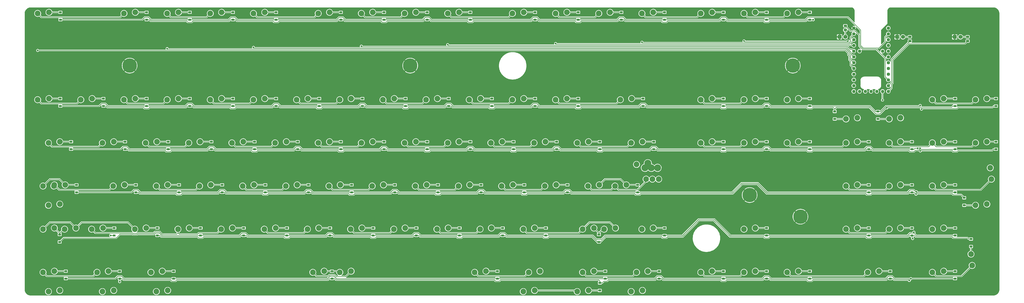
<source format=gbl>
%TF.GenerationSoftware,KiCad,Pcbnew,(6.0.10)*%
%TF.CreationDate,2023-01-23T12:02:21-06:00*%
%TF.ProjectId,AT101W,41543130-3157-42e6-9b69-6361645f7063,rev?*%
%TF.SameCoordinates,Original*%
%TF.FileFunction,Copper,L2,Bot*%
%TF.FilePolarity,Positive*%
%FSLAX46Y46*%
G04 Gerber Fmt 4.6, Leading zero omitted, Abs format (unit mm)*
G04 Created by KiCad (PCBNEW (6.0.10)) date 2023-01-23 12:02:21*
%MOMM*%
%LPD*%
G01*
G04 APERTURE LIST*
G04 Aperture macros list*
%AMRoundRect*
0 Rectangle with rounded corners*
0 $1 Rounding radius*
0 $2 $3 $4 $5 $6 $7 $8 $9 X,Y pos of 4 corners*
0 Add a 4 corners polygon primitive as box body*
4,1,4,$2,$3,$4,$5,$6,$7,$8,$9,$2,$3,0*
0 Add four circle primitives for the rounded corners*
1,1,$1+$1,$2,$3*
1,1,$1+$1,$4,$5*
1,1,$1+$1,$6,$7*
1,1,$1+$1,$8,$9*
0 Add four rect primitives between the rounded corners*
20,1,$1+$1,$2,$3,$4,$5,0*
20,1,$1+$1,$4,$5,$6,$7,0*
20,1,$1+$1,$6,$7,$8,$9,0*
20,1,$1+$1,$8,$9,$2,$3,0*%
G04 Aperture macros list end*
%TA.AperFunction,ComponentPad*%
%ADD10R,1.800000X1.800000*%
%TD*%
%TA.AperFunction,ComponentPad*%
%ADD11C,1.800000*%
%TD*%
%TA.AperFunction,ComponentPad*%
%ADD12C,2.500000*%
%TD*%
%TA.AperFunction,ComponentPad*%
%ADD13C,3.048000*%
%TD*%
%TA.AperFunction,ComponentPad*%
%ADD14C,6.350000*%
%TD*%
%TA.AperFunction,ComponentPad*%
%ADD15C,1.450000*%
%TD*%
%TA.AperFunction,SMDPad,CuDef*%
%ADD16RoundRect,0.250000X-0.450000X0.262500X-0.450000X-0.262500X0.450000X-0.262500X0.450000X0.262500X0*%
%TD*%
%TA.AperFunction,SMDPad,CuDef*%
%ADD17RoundRect,0.250000X0.450000X-0.262500X0.450000X0.262500X-0.450000X0.262500X-0.450000X-0.262500X0*%
%TD*%
%TA.AperFunction,SMDPad,CuDef*%
%ADD18R,1.200000X0.900000*%
%TD*%
%TA.AperFunction,ViaPad*%
%ADD19C,0.800000*%
%TD*%
%TA.AperFunction,Conductor*%
%ADD20C,0.250000*%
%TD*%
G04 APERTURE END LIST*
D10*
X370482813Y-25400000D03*
D11*
X373022813Y-25400000D03*
D10*
X395882813Y-25400000D03*
D11*
X398422813Y-25400000D03*
D10*
X421282813Y-25400000D03*
D11*
X423822813Y-25400000D03*
D12*
X18931250Y-129350000D03*
X23931250Y-128850000D03*
X42743750Y-129350000D03*
X47743750Y-128850000D03*
X16550000Y-15050000D03*
X21550000Y-14550000D03*
X54650000Y-15050000D03*
X59650000Y-14550000D03*
X73700000Y-15050000D03*
X78700000Y-14550000D03*
X92750000Y-15050000D03*
X97750000Y-14550000D03*
X111800000Y-15050000D03*
X116800000Y-14550000D03*
X140375000Y-15050000D03*
X145375000Y-14550000D03*
X159425000Y-15050000D03*
X164425000Y-14550000D03*
X178475000Y-15050000D03*
X183475000Y-14550000D03*
X197525000Y-15050000D03*
X202525000Y-14550000D03*
X226100000Y-15050000D03*
X231100000Y-14550000D03*
X245150000Y-15050000D03*
X250150000Y-14550000D03*
X264200000Y-15050000D03*
X269200000Y-14550000D03*
X283250000Y-15050000D03*
X288250000Y-14550000D03*
X309245313Y-15050000D03*
X314245313Y-14550000D03*
X328295313Y-15050000D03*
X333295313Y-14550000D03*
X347345313Y-15050000D03*
X352345313Y-14550000D03*
X66556250Y-129350000D03*
X71556250Y-128850000D03*
X137993750Y-129350000D03*
X142993750Y-128850000D03*
X16550000Y-53150000D03*
X21550000Y-52650000D03*
X35600000Y-53150000D03*
X40600000Y-52650000D03*
X54650000Y-53150000D03*
X59650000Y-52650000D03*
X73700000Y-53150000D03*
X78700000Y-52650000D03*
X92750000Y-53150000D03*
X97750000Y-52650000D03*
X111800000Y-53150000D03*
X116800000Y-52650000D03*
X130850000Y-53150000D03*
X135850000Y-52650000D03*
X149900000Y-53150000D03*
X154900000Y-52650000D03*
X168950000Y-53150000D03*
X173950000Y-52650000D03*
X188000000Y-53150000D03*
X193000000Y-52650000D03*
X207050000Y-53150000D03*
X212050000Y-52650000D03*
X226100000Y-53150000D03*
X231100000Y-52650000D03*
X245150000Y-53150000D03*
X250150000Y-52650000D03*
X273725000Y-53150000D03*
X278725000Y-52650000D03*
X309245313Y-53150000D03*
X314245313Y-52650000D03*
X328295313Y-53150000D03*
X333295313Y-52650000D03*
X347345313Y-53150000D03*
X352345313Y-52650000D03*
X378340625Y-61150000D03*
X373340625Y-61650000D03*
X397390625Y-61150000D03*
X392390625Y-61650000D03*
X411440625Y-53150000D03*
X416440625Y-52650000D03*
X430490625Y-53150000D03*
X435490625Y-52650000D03*
X21312500Y-72200000D03*
X26312500Y-71700000D03*
X45125000Y-72200000D03*
X50125000Y-71700000D03*
X64175000Y-72200000D03*
X69175000Y-71700000D03*
X83225000Y-72200000D03*
X88225000Y-71700000D03*
X102275000Y-72200000D03*
X107275000Y-71700000D03*
X121325000Y-72200000D03*
X126325000Y-71700000D03*
X140375000Y-72200000D03*
X145375000Y-71700000D03*
X159425000Y-72200000D03*
X164425000Y-71700000D03*
X178475000Y-72200000D03*
X183475000Y-71700000D03*
X197525000Y-72200000D03*
X202525000Y-71700000D03*
X216575000Y-72200000D03*
X221575000Y-71700000D03*
X235625000Y-72200000D03*
X240625000Y-71700000D03*
X254675000Y-72200000D03*
X259675000Y-71700000D03*
X278487500Y-72200000D03*
X283487500Y-71700000D03*
X309245313Y-72200000D03*
X314245313Y-71700000D03*
X328295313Y-72200000D03*
X333295313Y-71700000D03*
X347345313Y-72200000D03*
X352345313Y-71700000D03*
X373340625Y-72200000D03*
X378340625Y-71700000D03*
X392390625Y-72200000D03*
X397390625Y-71700000D03*
X411440625Y-72200000D03*
X416440625Y-71700000D03*
X430490625Y-72200000D03*
X435490625Y-71700000D03*
X23693750Y-91250000D03*
X28693750Y-90750000D03*
X49887500Y-91250000D03*
X54887500Y-90750000D03*
X68937500Y-91250000D03*
X73937500Y-90750000D03*
X87987500Y-91250000D03*
X92987500Y-90750000D03*
X107037500Y-91250000D03*
X112037500Y-90750000D03*
X126087500Y-91250000D03*
X131087500Y-90750000D03*
X145137500Y-91250000D03*
X150137500Y-90750000D03*
X164187500Y-91250000D03*
X169187500Y-90750000D03*
X183237500Y-91250000D03*
X188237500Y-90750000D03*
X202287500Y-91250000D03*
X207287500Y-90750000D03*
X221337500Y-91250000D03*
X226337500Y-90750000D03*
X240387500Y-91250000D03*
X245387500Y-90750000D03*
X271343750Y-91250000D03*
X276343750Y-90750000D03*
X392390625Y-91250000D03*
X397390625Y-90750000D03*
X411440625Y-91250000D03*
X416440625Y-90750000D03*
X435490625Y-99250000D03*
X430490625Y-99750000D03*
X28456250Y-110300000D03*
X33456250Y-109800000D03*
X59412500Y-110300000D03*
X64412500Y-109800000D03*
X78462500Y-110300000D03*
X83462500Y-109800000D03*
X97512500Y-110300000D03*
X102512500Y-109800000D03*
X116562500Y-110300000D03*
X121562500Y-109800000D03*
X135612500Y-110300000D03*
X140612500Y-109800000D03*
X154662500Y-110300000D03*
X159662500Y-109800000D03*
X173712500Y-110300000D03*
X178712500Y-109800000D03*
X192762500Y-110300000D03*
X197762500Y-109800000D03*
X211812500Y-110300000D03*
X216812500Y-109800000D03*
X230862500Y-110300000D03*
X235862500Y-109800000D03*
X257056250Y-110300000D03*
X262056250Y-109800000D03*
X283250000Y-110300000D03*
X288250000Y-109800000D03*
X328295313Y-110300000D03*
X333295313Y-109800000D03*
X392390625Y-110300000D03*
X397390625Y-109800000D03*
X411440625Y-110300000D03*
X416440625Y-109800000D03*
X428990625Y-126325000D03*
X428490625Y-121325000D03*
X26312500Y-137350000D03*
X21312500Y-137850000D03*
X50125000Y-137350000D03*
X45125000Y-137850000D03*
X73937500Y-137350000D03*
X68937500Y-137850000D03*
X149900000Y-129350000D03*
X154900000Y-128850000D03*
X209431250Y-129350000D03*
X214431250Y-128850000D03*
X233243750Y-129350000D03*
X238243750Y-128850000D03*
X257056250Y-129350000D03*
X262056250Y-128850000D03*
X280868750Y-129350000D03*
X285868750Y-128850000D03*
X309245313Y-129350000D03*
X314245313Y-128850000D03*
X328295313Y-129350000D03*
X333295313Y-128850000D03*
X347345313Y-129350000D03*
X352345313Y-128850000D03*
X382865625Y-129350000D03*
X387865625Y-128850000D03*
X411440625Y-129350000D03*
X416440625Y-128850000D03*
X436990625Y-83225000D03*
X437490625Y-88225000D03*
X266581250Y-110300000D03*
X271581250Y-109800000D03*
X235862500Y-137350000D03*
X230862500Y-137850000D03*
X259675000Y-137350000D03*
X254675000Y-137850000D03*
X283487500Y-137350000D03*
X278487500Y-137850000D03*
D13*
X287368750Y-83225000D03*
D12*
X287868750Y-88225000D03*
X259437500Y-91250000D03*
X264437500Y-90750000D03*
X40362500Y-110300000D03*
X45362500Y-109800000D03*
X18931250Y-110300000D03*
X23931250Y-109800000D03*
X280868750Y-81725000D03*
D13*
X285868750Y-81225000D03*
X290146875Y-83225000D03*
D12*
X290646875Y-88225000D03*
D13*
X284590625Y-83225000D03*
D12*
X285090625Y-88225000D03*
X26312500Y-99250000D03*
X21312500Y-99750000D03*
D14*
X57150000Y-38100000D03*
X180975000Y-38100000D03*
X349845313Y-38100000D03*
X330795313Y-95250000D03*
X353218750Y-104775000D03*
D12*
X373340625Y-91250000D03*
X378340625Y-90750000D03*
X373340625Y-110300000D03*
X378340625Y-109800000D03*
D15*
X376753438Y-21550313D03*
X376753438Y-24090313D03*
X376753438Y-26630313D03*
X376753438Y-29170313D03*
X376753438Y-31710313D03*
X376753438Y-34250313D03*
X376753438Y-36790313D03*
X376753438Y-39330313D03*
X376753438Y-41870313D03*
X376753438Y-44410313D03*
X376753438Y-46950313D03*
X376753438Y-49490313D03*
X379293438Y-49490313D03*
X381833438Y-49490313D03*
X384373438Y-49490313D03*
X386913438Y-49490313D03*
X389453438Y-49490313D03*
X391993438Y-49490313D03*
X391993438Y-46950313D03*
X391993438Y-44410313D03*
X391993438Y-41870313D03*
X391993438Y-39330313D03*
X391993438Y-36790313D03*
X391993438Y-34250313D03*
X391993438Y-31710313D03*
X391993438Y-29170313D03*
X391993438Y-26630313D03*
X391993438Y-24090313D03*
X391993438Y-21550313D03*
X389453438Y-31710313D03*
X379293438Y-31710313D03*
D12*
X18931250Y-91250000D03*
X23931250Y-90750000D03*
D16*
X373025000Y-20537500D03*
X373025000Y-22362500D03*
D17*
X401500000Y-27212500D03*
X401500000Y-25387500D03*
X427000000Y-27212500D03*
X427000000Y-25387500D03*
D18*
X26600000Y-17850000D03*
X26600000Y-14550000D03*
X64650000Y-17850000D03*
X64650000Y-14550000D03*
X83700000Y-17850000D03*
X83700000Y-14550000D03*
X102750000Y-17850000D03*
X102750000Y-14550000D03*
X121800000Y-17850000D03*
X121800000Y-14550000D03*
X150400000Y-17850000D03*
X150400000Y-14550000D03*
X169400000Y-17850000D03*
X169400000Y-14550000D03*
X188450000Y-17850000D03*
X188450000Y-14550000D03*
X207500000Y-17850000D03*
X207500000Y-14550000D03*
X236100000Y-17850000D03*
X236100000Y-14550000D03*
X255150000Y-17850000D03*
X255150000Y-14550000D03*
X274200000Y-17850000D03*
X274200000Y-14550000D03*
X293250000Y-17850000D03*
X293250000Y-14550000D03*
X319250000Y-17850000D03*
X319250000Y-14550000D03*
X338300000Y-17850000D03*
X338300000Y-14550000D03*
X357350000Y-17850000D03*
X357350000Y-14550000D03*
X26550000Y-55950000D03*
X26550000Y-52650000D03*
X45600000Y-55950000D03*
X45600000Y-52650000D03*
X64650000Y-55950000D03*
X64650000Y-52650000D03*
X83700000Y-55950000D03*
X83700000Y-52650000D03*
X102750000Y-55950000D03*
X102750000Y-52650000D03*
X121800000Y-55950000D03*
X121800000Y-52650000D03*
X140850000Y-55950000D03*
X140850000Y-52650000D03*
X159900000Y-55950000D03*
X159900000Y-52650000D03*
X178950000Y-55950000D03*
X178950000Y-52650000D03*
X198000000Y-55950000D03*
X198000000Y-52650000D03*
X217050000Y-55950000D03*
X217050000Y-52650000D03*
X236100000Y-55950000D03*
X236100000Y-52650000D03*
X255150000Y-55950000D03*
X255150000Y-52650000D03*
X283750000Y-55950000D03*
X283750000Y-52650000D03*
X319250000Y-55950000D03*
X319250000Y-52650000D03*
X338300000Y-55950000D03*
X338300000Y-52650000D03*
X357350000Y-55950000D03*
X357350000Y-52650000D03*
X368350000Y-58350000D03*
X368350000Y-61650000D03*
X387400000Y-58350000D03*
X387400000Y-61650000D03*
X421450000Y-55950000D03*
X421450000Y-52650000D03*
X439500000Y-55950000D03*
X439500000Y-52650000D03*
X31300000Y-75000000D03*
X31300000Y-71700000D03*
X55100000Y-75000000D03*
X55100000Y-71700000D03*
X74150000Y-75000000D03*
X74150000Y-71700000D03*
X93250000Y-75000000D03*
X93250000Y-71700000D03*
X112300000Y-75000000D03*
X112300000Y-71700000D03*
X131350000Y-75000000D03*
X131350000Y-71700000D03*
X150350000Y-75000000D03*
X150350000Y-71700000D03*
X169400000Y-75000000D03*
X169400000Y-71700000D03*
X188450000Y-75000000D03*
X188450000Y-71700000D03*
X207550000Y-75000000D03*
X207550000Y-71700000D03*
X226600000Y-75000000D03*
X226600000Y-71700000D03*
X245600000Y-75000000D03*
X245600000Y-71700000D03*
X264650000Y-75000000D03*
X264650000Y-71700000D03*
X288500000Y-75000000D03*
X288500000Y-71700000D03*
X319250000Y-75000000D03*
X319250000Y-71700000D03*
X338300000Y-75000000D03*
X338300000Y-71700000D03*
X357350000Y-75000000D03*
X357350000Y-71700000D03*
X383350000Y-75000000D03*
X383350000Y-71700000D03*
X402400000Y-75000000D03*
X402400000Y-71700000D03*
X421450000Y-75000000D03*
X421450000Y-71700000D03*
X439500000Y-75000000D03*
X439500000Y-71700000D03*
X33700000Y-94050000D03*
X33700000Y-90750000D03*
X59900000Y-94050000D03*
X59900000Y-90750000D03*
X78950000Y-94050000D03*
X78950000Y-90750000D03*
X98000000Y-94050000D03*
X98000000Y-90750000D03*
X117050000Y-94050000D03*
X117050000Y-90750000D03*
X136100000Y-94050000D03*
X136100000Y-90750000D03*
X155150000Y-94050000D03*
X155150000Y-90750000D03*
X174200000Y-94050000D03*
X174200000Y-90750000D03*
X193250000Y-94050000D03*
X193250000Y-90750000D03*
X212300000Y-94050000D03*
X212300000Y-90750000D03*
X231350000Y-94050000D03*
X231350000Y-90750000D03*
X250400000Y-94050000D03*
X250400000Y-90750000D03*
X281350000Y-94050000D03*
X281350000Y-90750000D03*
X383350000Y-94050000D03*
X383350000Y-90750000D03*
X402400000Y-94050000D03*
X402400000Y-90750000D03*
X421450000Y-94050000D03*
X421450000Y-90750000D03*
X425500000Y-96450000D03*
X425500000Y-99750000D03*
X26250000Y-115950000D03*
X26250000Y-112650000D03*
X69400000Y-113100000D03*
X69400000Y-109800000D03*
X88450000Y-113100000D03*
X88450000Y-109800000D03*
X107500000Y-113100000D03*
X107500000Y-109800000D03*
X126550000Y-113100000D03*
X126550000Y-109800000D03*
X145600000Y-113100000D03*
X145600000Y-109800000D03*
X164650000Y-113100000D03*
X164650000Y-109800000D03*
X183700000Y-113100000D03*
X183700000Y-109800000D03*
X202750000Y-113100000D03*
X202750000Y-109800000D03*
X221800000Y-113100000D03*
X221800000Y-109800000D03*
X240850000Y-113100000D03*
X240850000Y-109800000D03*
X264250000Y-115950000D03*
X264250000Y-112650000D03*
X293250000Y-113100000D03*
X293250000Y-109800000D03*
X338300000Y-113100000D03*
X338300000Y-109800000D03*
X383350000Y-113100000D03*
X383350000Y-109800000D03*
X402400000Y-113100000D03*
X402400000Y-109800000D03*
X421450000Y-113100000D03*
X421450000Y-109800000D03*
X428500000Y-114650000D03*
X428500000Y-117950000D03*
X28950000Y-132150000D03*
X28950000Y-128850000D03*
X52750000Y-132150000D03*
X52750000Y-128850000D03*
X76550000Y-132150000D03*
X76550000Y-128850000D03*
X146450000Y-132150000D03*
X146450000Y-128850000D03*
X219450000Y-132150000D03*
X219450000Y-128850000D03*
X264650000Y-134050000D03*
X264650000Y-137350000D03*
X267050000Y-132150000D03*
X267050000Y-128850000D03*
X290850000Y-132150000D03*
X290850000Y-128850000D03*
X319250000Y-132150000D03*
X319250000Y-128850000D03*
X338300000Y-132150000D03*
X338300000Y-128850000D03*
X357350000Y-132150000D03*
X357350000Y-128850000D03*
X392850000Y-132150000D03*
X392850000Y-128850000D03*
X421450000Y-132150000D03*
X421450000Y-128850000D03*
X50350000Y-113100000D03*
X50350000Y-109800000D03*
D19*
X406650000Y-57300000D03*
X358850000Y-17850000D03*
X406113462Y-75763462D03*
X406050000Y-55700000D03*
X391300000Y-56750000D03*
X389450000Y-53300000D03*
X404950000Y-74700000D03*
X405965503Y-74700000D03*
X16550000Y-31400000D03*
X73700000Y-30600000D03*
X111800000Y-30050000D03*
X159425000Y-29525000D03*
X197525000Y-28875000D03*
X245150000Y-28350000D03*
X283250000Y-27800000D03*
X328295313Y-27195313D03*
X374200000Y-27288500D03*
X49150000Y-101400000D03*
X301950000Y-100750000D03*
X300200000Y-14400000D03*
X13350000Y-137450000D03*
X299150000Y-23750000D03*
X362150000Y-65800000D03*
X408800000Y-65300000D03*
X120650000Y-123350000D03*
X342100000Y-14350000D03*
X13550000Y-38350000D03*
X32600000Y-39500000D03*
X12550000Y-69300000D03*
X268700000Y-84600000D03*
X385650000Y-105250000D03*
X87350000Y-14650000D03*
X166800000Y-100900000D03*
X146100000Y-136550000D03*
X256450000Y-23600000D03*
X308500000Y-41350000D03*
X438150000Y-15150000D03*
X376000000Y-13400000D03*
X203550000Y-124400000D03*
X307550000Y-84200000D03*
X40650000Y-24000000D03*
X186400000Y-136800000D03*
X37400000Y-121500000D03*
X185600000Y-64200000D03*
X217000000Y-24900000D03*
X34150000Y-136400000D03*
X213450000Y-40150000D03*
X38500000Y-66600000D03*
X406900000Y-124000000D03*
X391050000Y-122450000D03*
X407750000Y-84050000D03*
X59900000Y-137250000D03*
X87950000Y-102100000D03*
X82550000Y-83400000D03*
X133400000Y-24400000D03*
X358400000Y-137100000D03*
X154600000Y-63850000D03*
X392900000Y-13600000D03*
X203900000Y-99200000D03*
X437500000Y-37650000D03*
X86500000Y-37800000D03*
X196650000Y-83950000D03*
X356100000Y-22700000D03*
X160450000Y-82400000D03*
X259700000Y-14600000D03*
X42450000Y-85250000D03*
X384200000Y-41350000D03*
X258050000Y-122850000D03*
X60050000Y-121300000D03*
X400400000Y-137550000D03*
X399300000Y-67150000D03*
X336200000Y-64750000D03*
X130450000Y-14300000D03*
X438150000Y-136550000D03*
X386000000Y-66100000D03*
X315700000Y-137950000D03*
X122100000Y-81950000D03*
X175750000Y-23350000D03*
X13300000Y-104000000D03*
X386950000Y-55250000D03*
X402050000Y-38300000D03*
X242000000Y-102100000D03*
X89800000Y-24000000D03*
X282600000Y-63850000D03*
X76650000Y-64900000D03*
X406600000Y-103000000D03*
X351950000Y-84350000D03*
X38250000Y-13800000D03*
X13200000Y-15700000D03*
X432000000Y-65650000D03*
X257350000Y-38050000D03*
X419700000Y-122250000D03*
X216900000Y-14150000D03*
X173400000Y-14500000D03*
X306150000Y-123000000D03*
X225150000Y-63700000D03*
X130400000Y-36900000D03*
X169750000Y-123900000D03*
X429900000Y-85450000D03*
X356600000Y-121400000D03*
X383900000Y-32750000D03*
X130800000Y-101050000D03*
X90250000Y-123100000D03*
X113950000Y-61350000D03*
X434700000Y-109200000D03*
X385400000Y-85100000D03*
X230150000Y-84050000D03*
X103300000Y-136400000D03*
X404400000Y-93800000D03*
X404200000Y-94850000D03*
X403300000Y-111650000D03*
X402750000Y-114450000D03*
X401950000Y-132150000D03*
X52750000Y-133500000D03*
X401250000Y-132950000D03*
X48800000Y-113100000D03*
D20*
X148450000Y-17850000D02*
X149550000Y-16750000D01*
X390600000Y-27600000D02*
X390600000Y-25483751D01*
X66600000Y-17850000D02*
X83700000Y-17850000D01*
X379777688Y-29227688D02*
X380848811Y-30298811D01*
X235250000Y-16750000D02*
X236950000Y-16750000D01*
X190400000Y-17850000D02*
X207500000Y-17850000D01*
X104700000Y-17850000D02*
X121800000Y-17850000D01*
X406900000Y-57050000D02*
X422300000Y-57050000D01*
X100800000Y-17850000D02*
X101900000Y-16750000D01*
X355400000Y-17850000D02*
X356500000Y-16750000D01*
X189300000Y-16750000D02*
X190400000Y-17850000D01*
X103600000Y-16750000D02*
X104700000Y-17850000D01*
X380848811Y-30298811D02*
X387901189Y-30298811D01*
X207500000Y-17850000D02*
X234150000Y-17850000D01*
X437950000Y-56500000D02*
X438500000Y-55950000D01*
X187600000Y-16750000D02*
X189300000Y-16750000D01*
X186500000Y-17850000D02*
X187600000Y-16750000D01*
X63800000Y-16750000D02*
X65500000Y-16750000D01*
X255150000Y-17850000D02*
X272250000Y-17850000D01*
X62700000Y-17850000D02*
X63800000Y-16750000D01*
X317300000Y-17850000D02*
X318400000Y-16750000D01*
X26600000Y-17850000D02*
X62700000Y-17850000D01*
X321200000Y-17850000D02*
X338300000Y-17850000D01*
X438500000Y-55950000D02*
X439500000Y-55950000D01*
X121800000Y-17850000D02*
X148450000Y-17850000D01*
X234150000Y-17850000D02*
X235250000Y-16750000D01*
X273350000Y-16750000D02*
X275050000Y-16750000D01*
X293250000Y-17850000D02*
X317300000Y-17850000D01*
X422300000Y-57050000D02*
X422850000Y-56500000D01*
X236950000Y-16750000D02*
X238050000Y-17850000D01*
X151250000Y-16750000D02*
X152350000Y-17850000D01*
X374142195Y-16750000D02*
X379777688Y-22385493D01*
X152350000Y-17850000D02*
X169400000Y-17850000D01*
X379777688Y-22385493D02*
X379777688Y-29227688D01*
X169400000Y-17850000D02*
X186500000Y-17850000D01*
X356500000Y-16750000D02*
X374142195Y-16750000D01*
X101900000Y-16750000D02*
X103600000Y-16750000D01*
X422850000Y-56500000D02*
X437950000Y-56500000D01*
X338300000Y-17850000D02*
X355400000Y-17850000D01*
X406650000Y-57300000D02*
X406900000Y-57050000D01*
X318400000Y-16750000D02*
X320100000Y-16750000D01*
X238050000Y-17850000D02*
X255150000Y-17850000D01*
X83700000Y-17850000D02*
X100800000Y-17850000D01*
X276150000Y-17850000D02*
X293250000Y-17850000D01*
X387901189Y-30298811D02*
X390600000Y-27600000D01*
X320100000Y-16750000D02*
X321200000Y-17850000D01*
X149550000Y-16750000D02*
X151250000Y-16750000D01*
X275050000Y-16750000D02*
X276150000Y-17850000D01*
X272250000Y-17850000D02*
X273350000Y-16750000D01*
X65500000Y-16750000D02*
X66600000Y-17850000D01*
X390600000Y-25483751D02*
X391993438Y-24090313D01*
X26600000Y-14550000D02*
X21550000Y-14550000D01*
X64650000Y-14550000D02*
X59650000Y-14550000D01*
X83700000Y-14550000D02*
X78700000Y-14550000D01*
X102750000Y-14550000D02*
X97750000Y-14550000D01*
X121800000Y-14550000D02*
X116800000Y-14550000D01*
X150400000Y-14550000D02*
X145375000Y-14550000D01*
X169400000Y-14550000D02*
X164425000Y-14550000D01*
X188450000Y-14550000D02*
X183475000Y-14550000D01*
X207500000Y-14550000D02*
X202525000Y-14550000D01*
X236100000Y-14550000D02*
X231100000Y-14550000D01*
X255150000Y-14550000D02*
X250150000Y-14550000D01*
X274200000Y-14550000D02*
X269200000Y-14550000D01*
X293250000Y-14550000D02*
X288250000Y-14550000D01*
X82850000Y-18950000D02*
X84550000Y-18950000D01*
X272500000Y-18400000D02*
X273050000Y-17850000D01*
X84550000Y-18950000D02*
X85100000Y-18400000D01*
X237250000Y-17850000D02*
X237800000Y-18400000D01*
X256000000Y-18950000D02*
X256550000Y-18400000D01*
X317550000Y-18400000D02*
X294650000Y-18400000D01*
X339150000Y-18950000D02*
X339700000Y-18400000D01*
X188450000Y-17850000D02*
X189600000Y-17850000D01*
X103900000Y-17850000D02*
X104450000Y-18400000D01*
X336900000Y-18400000D02*
X337450000Y-18950000D01*
X294650000Y-18400000D02*
X294100000Y-18950000D01*
X357350000Y-17850000D02*
X358850000Y-17850000D01*
X206650000Y-18950000D02*
X208350000Y-18950000D01*
X273050000Y-17850000D02*
X274200000Y-17850000D01*
X275900000Y-18400000D02*
X275350000Y-17850000D01*
X422300000Y-76100000D02*
X422850000Y-75550000D01*
X320950000Y-18400000D02*
X336900000Y-18400000D01*
X170800000Y-18400000D02*
X186750000Y-18400000D01*
X437800000Y-75550000D02*
X438350000Y-75000000D01*
X187300000Y-17850000D02*
X188450000Y-17850000D01*
X151550000Y-17850000D02*
X152100000Y-18400000D01*
X337450000Y-18950000D02*
X339150000Y-18950000D01*
X149250000Y-17850000D02*
X150400000Y-17850000D01*
X150400000Y-17850000D02*
X151550000Y-17850000D01*
X101600000Y-17850000D02*
X102750000Y-17850000D01*
X66350000Y-18400000D02*
X82300000Y-18400000D01*
X355650000Y-18400000D02*
X356200000Y-17850000D01*
X422850000Y-75550000D02*
X437800000Y-75550000D01*
X170250000Y-18950000D02*
X170800000Y-18400000D01*
X319250000Y-17850000D02*
X320400000Y-17850000D01*
X123200000Y-18400000D02*
X148700000Y-18400000D01*
X319250000Y-17850000D02*
X318100000Y-17850000D01*
X120400000Y-18400000D02*
X120950000Y-18950000D01*
X189600000Y-17850000D02*
X190150000Y-18400000D01*
X82300000Y-18400000D02*
X82850000Y-18950000D01*
X420600000Y-76100000D02*
X422300000Y-76100000D01*
X291850000Y-18400000D02*
X275900000Y-18400000D01*
X256550000Y-18400000D02*
X272500000Y-18400000D01*
X148700000Y-18400000D02*
X149250000Y-17850000D01*
X356200000Y-17850000D02*
X357350000Y-17850000D01*
X122650000Y-18950000D02*
X123200000Y-18400000D01*
X168550000Y-18950000D02*
X170250000Y-18950000D01*
X102750000Y-17850000D02*
X103900000Y-17850000D01*
X320400000Y-17850000D02*
X320950000Y-18400000D01*
X120950000Y-18950000D02*
X122650000Y-18950000D01*
X186750000Y-18400000D02*
X187300000Y-17850000D01*
X234950000Y-17850000D02*
X236100000Y-17850000D01*
X292400000Y-18950000D02*
X291850000Y-18400000D01*
X190150000Y-18400000D02*
X206100000Y-18400000D01*
X254300000Y-18950000D02*
X256000000Y-18950000D01*
X420050000Y-75550000D02*
X420600000Y-76100000D01*
X101050000Y-18400000D02*
X101600000Y-17850000D01*
X406113462Y-75763462D02*
X406326924Y-75550000D01*
X104450000Y-18400000D02*
X120400000Y-18400000D01*
X438350000Y-75000000D02*
X439500000Y-75000000D01*
X406326924Y-75550000D02*
X420050000Y-75550000D01*
X253750000Y-18400000D02*
X254300000Y-18950000D01*
X275350000Y-17850000D02*
X274200000Y-17850000D01*
X152100000Y-18400000D02*
X168000000Y-18400000D01*
X234400000Y-18400000D02*
X234950000Y-17850000D01*
X208900000Y-18400000D02*
X234400000Y-18400000D01*
X236100000Y-17850000D02*
X237250000Y-17850000D01*
X65800000Y-17850000D02*
X66350000Y-18400000D01*
X237800000Y-18400000D02*
X253750000Y-18400000D01*
X64650000Y-17850000D02*
X65800000Y-17850000D01*
X168000000Y-18400000D02*
X168550000Y-18950000D01*
X318100000Y-17850000D02*
X317550000Y-18400000D01*
X206100000Y-18400000D02*
X206650000Y-18950000D01*
X294100000Y-18950000D02*
X292400000Y-18950000D01*
X85100000Y-18400000D02*
X101050000Y-18400000D01*
X339700000Y-18400000D02*
X355650000Y-18400000D01*
X208350000Y-18950000D02*
X208900000Y-18400000D01*
X319250000Y-14550000D02*
X314245313Y-14550000D01*
X338300000Y-14550000D02*
X333295313Y-14550000D01*
X357350000Y-14550000D02*
X352345313Y-14550000D01*
X26550000Y-52650000D02*
X21550000Y-52650000D01*
X45600000Y-52650000D02*
X40600000Y-52650000D01*
X64650000Y-52650000D02*
X59650000Y-52650000D01*
X83700000Y-52650000D02*
X78700000Y-52650000D01*
X102750000Y-52650000D02*
X97750000Y-52650000D01*
X121800000Y-52650000D02*
X116800000Y-52650000D01*
X140850000Y-52650000D02*
X135850000Y-52650000D01*
X159900000Y-52650000D02*
X154900000Y-52650000D01*
X178950000Y-52650000D02*
X173950000Y-52650000D01*
X198000000Y-52650000D02*
X193000000Y-52650000D01*
X285700000Y-55950000D02*
X319250000Y-55950000D01*
X47550000Y-55950000D02*
X64650000Y-55950000D01*
X161850000Y-55950000D02*
X178950000Y-55950000D01*
X198850000Y-54850000D02*
X199950000Y-55950000D01*
X102750000Y-55950000D02*
X119850000Y-55950000D01*
X383850000Y-55950000D02*
X357350000Y-55950000D01*
X64650000Y-55950000D02*
X81750000Y-55950000D01*
X43650000Y-55950000D02*
X44750000Y-54850000D01*
X339150000Y-54850000D02*
X340250000Y-55950000D01*
X235250000Y-54850000D02*
X236950000Y-54850000D01*
X140850000Y-55950000D02*
X157950000Y-55950000D01*
X284600000Y-54850000D02*
X285700000Y-55950000D01*
X196050000Y-55950000D02*
X197150000Y-54850000D01*
X84550000Y-54850000D02*
X85650000Y-55950000D01*
X217050000Y-55950000D02*
X234150000Y-55950000D01*
X405800000Y-55950000D02*
X390950000Y-55950000D01*
X319250000Y-55950000D02*
X336350000Y-55950000D01*
X387400000Y-58350000D02*
X386250000Y-58350000D01*
X119850000Y-55950000D02*
X120950000Y-54850000D01*
X340250000Y-55950000D02*
X357350000Y-55950000D01*
X236950000Y-54850000D02*
X238050000Y-55950000D01*
X337450000Y-54850000D02*
X339150000Y-54850000D01*
X406050000Y-55700000D02*
X405800000Y-55950000D01*
X388550000Y-58350000D02*
X387400000Y-58350000D01*
X199950000Y-55950000D02*
X217050000Y-55950000D01*
X81750000Y-55950000D02*
X82850000Y-54850000D01*
X159050000Y-54850000D02*
X160750000Y-54850000D01*
X160750000Y-54850000D02*
X161850000Y-55950000D01*
X120950000Y-54850000D02*
X122650000Y-54850000D01*
X85650000Y-55950000D02*
X102750000Y-55950000D01*
X26550000Y-55950000D02*
X43650000Y-55950000D01*
X197150000Y-54850000D02*
X198850000Y-54850000D01*
X238050000Y-55950000D02*
X255150000Y-55950000D01*
X282900000Y-54850000D02*
X284600000Y-54850000D01*
X386250000Y-58350000D02*
X383850000Y-55950000D01*
X281800000Y-55950000D02*
X282900000Y-54850000D01*
X46450000Y-54850000D02*
X47550000Y-55950000D01*
X255150000Y-55950000D02*
X281800000Y-55950000D01*
X157950000Y-55950000D02*
X159050000Y-54850000D01*
X82850000Y-54850000D02*
X84550000Y-54850000D01*
X234150000Y-55950000D02*
X235250000Y-54850000D01*
X178950000Y-55950000D02*
X196050000Y-55950000D01*
X123750000Y-55950000D02*
X140850000Y-55950000D01*
X44750000Y-54850000D02*
X46450000Y-54850000D01*
X336350000Y-55950000D02*
X337450000Y-54850000D01*
X122650000Y-54850000D02*
X123750000Y-55950000D01*
X390950000Y-55950000D02*
X388550000Y-58350000D01*
X217050000Y-52650000D02*
X212050000Y-52650000D01*
X236100000Y-52650000D02*
X231100000Y-52650000D01*
X255150000Y-52650000D02*
X250150000Y-52650000D01*
X283750000Y-52650000D02*
X278725000Y-52650000D01*
X319250000Y-52650000D02*
X314245313Y-52650000D01*
X338300000Y-52650000D02*
X333295313Y-52650000D01*
X357350000Y-52650000D02*
X352345313Y-52650000D01*
X368350000Y-61650000D02*
X373340625Y-61650000D01*
X387400000Y-61650000D02*
X392390625Y-61650000D01*
X421450000Y-52650000D02*
X416440625Y-52650000D01*
X439500000Y-52650000D02*
X435490625Y-52650000D01*
X31300000Y-71700000D02*
X26312500Y-71700000D01*
X55100000Y-71700000D02*
X50125000Y-71700000D01*
X234400000Y-56500000D02*
X234950000Y-55950000D01*
X82550000Y-55950000D02*
X83700000Y-55950000D01*
X391550000Y-56500000D02*
X391300000Y-56750000D01*
X389453438Y-53296562D02*
X389450000Y-53300000D01*
X199700000Y-56500000D02*
X215650000Y-56500000D01*
X237800000Y-56500000D02*
X253750000Y-56500000D01*
X142250000Y-56500000D02*
X158200000Y-56500000D01*
X284900000Y-55950000D02*
X285450000Y-56500000D01*
X285450000Y-56500000D02*
X317850000Y-56500000D01*
X253750000Y-56500000D02*
X254300000Y-57050000D01*
X368350000Y-57250000D02*
X369100000Y-56500000D01*
X283750000Y-55950000D02*
X284900000Y-55950000D01*
X158200000Y-56500000D02*
X158750000Y-55950000D01*
X177550000Y-56500000D02*
X178100000Y-57050000D01*
X218450000Y-56500000D02*
X234400000Y-56500000D01*
X161050000Y-55950000D02*
X161600000Y-56500000D01*
X217900000Y-57050000D02*
X218450000Y-56500000D01*
X256000000Y-57050000D02*
X256550000Y-56500000D01*
X215650000Y-56500000D02*
X216200000Y-57050000D01*
X65500000Y-57050000D02*
X66050000Y-56500000D01*
X358200000Y-57050000D02*
X358750000Y-56500000D01*
X356500000Y-57050000D02*
X358200000Y-57050000D01*
X317850000Y-56500000D02*
X318400000Y-57050000D01*
X161600000Y-56500000D02*
X177550000Y-56500000D01*
X196300000Y-56500000D02*
X196850000Y-55950000D01*
X101350000Y-56500000D02*
X101900000Y-57050000D01*
X355950000Y-56500000D02*
X356500000Y-57050000D01*
X339450000Y-55950000D02*
X340000000Y-56500000D01*
X66050000Y-56500000D02*
X82000000Y-56500000D01*
X84850000Y-55950000D02*
X85400000Y-56500000D01*
X123500000Y-56500000D02*
X139450000Y-56500000D01*
X158750000Y-55950000D02*
X159900000Y-55950000D01*
X337150000Y-55950000D02*
X338300000Y-55950000D01*
X419900000Y-56500000D02*
X420450000Y-55950000D01*
X256550000Y-56500000D02*
X282050000Y-56500000D01*
X282050000Y-56500000D02*
X282600000Y-55950000D01*
X338300000Y-55950000D02*
X339450000Y-55950000D01*
X121800000Y-55950000D02*
X122950000Y-55950000D01*
X320650000Y-56500000D02*
X336600000Y-56500000D01*
X47300000Y-56500000D02*
X63250000Y-56500000D01*
X122950000Y-55950000D02*
X123500000Y-56500000D01*
X383600000Y-56500000D02*
X386550000Y-59450000D01*
X140000000Y-57050000D02*
X141700000Y-57050000D01*
X45600000Y-55950000D02*
X46750000Y-55950000D01*
X46750000Y-55950000D02*
X47300000Y-56500000D01*
X392550000Y-56500000D02*
X391550000Y-56500000D01*
X420450000Y-55950000D02*
X421450000Y-55950000D01*
X120100000Y-56500000D02*
X120650000Y-55950000D01*
X388250000Y-59450000D02*
X389850000Y-57850000D01*
X199150000Y-55950000D02*
X199700000Y-56500000D01*
X389850000Y-57850000D02*
X390950000Y-56750000D01*
X103600000Y-57050000D02*
X104150000Y-56500000D01*
X120650000Y-55950000D02*
X121800000Y-55950000D01*
X320100000Y-57050000D02*
X320650000Y-56500000D01*
X196850000Y-55950000D02*
X198000000Y-55950000D01*
X141700000Y-57050000D02*
X142250000Y-56500000D01*
X159900000Y-55950000D02*
X161050000Y-55950000D01*
X336600000Y-56500000D02*
X337150000Y-55950000D01*
X83700000Y-55950000D02*
X84850000Y-55950000D01*
X139450000Y-56500000D02*
X140000000Y-57050000D01*
X358750000Y-56500000D02*
X367600000Y-56500000D01*
X216200000Y-57050000D02*
X217900000Y-57050000D01*
X389453438Y-52746562D02*
X389453438Y-53296562D01*
X392550000Y-56500000D02*
X419900000Y-56500000D01*
X318400000Y-57050000D02*
X320100000Y-57050000D01*
X369100000Y-56500000D02*
X383600000Y-56500000D01*
X104150000Y-56500000D02*
X120100000Y-56500000D01*
X82000000Y-56500000D02*
X82550000Y-55950000D01*
X340000000Y-56500000D02*
X355950000Y-56500000D01*
X85400000Y-56500000D02*
X101350000Y-56500000D01*
X180350000Y-56500000D02*
X196300000Y-56500000D01*
X237250000Y-55950000D02*
X237800000Y-56500000D01*
X254300000Y-57050000D02*
X256000000Y-57050000D01*
X367600000Y-56500000D02*
X368350000Y-57250000D01*
X63800000Y-57050000D02*
X65500000Y-57050000D01*
X234950000Y-55950000D02*
X236100000Y-55950000D01*
X178100000Y-57050000D02*
X179800000Y-57050000D01*
X368350000Y-57250000D02*
X368350000Y-58350000D01*
X179800000Y-57050000D02*
X180350000Y-56500000D01*
X63250000Y-56500000D02*
X63800000Y-57050000D01*
X389453438Y-49490313D02*
X389453438Y-52746562D01*
X392250000Y-56500000D02*
X392550000Y-56500000D01*
X390950000Y-56750000D02*
X391300000Y-56750000D01*
X101900000Y-57050000D02*
X103600000Y-57050000D01*
X389453438Y-52746562D02*
X389450000Y-52750000D01*
X386550000Y-59450000D02*
X388250000Y-59450000D01*
X282600000Y-55950000D02*
X283750000Y-55950000D01*
X236100000Y-55950000D02*
X237250000Y-55950000D01*
X198000000Y-55950000D02*
X199150000Y-55950000D01*
X74150000Y-71700000D02*
X69175000Y-71700000D01*
X93250000Y-71700000D02*
X88225000Y-71700000D01*
X112300000Y-71700000D02*
X107275000Y-71700000D01*
X131350000Y-71700000D02*
X126325000Y-71700000D01*
X150350000Y-71700000D02*
X145375000Y-71700000D01*
X169400000Y-71700000D02*
X164425000Y-71700000D01*
X188450000Y-71700000D02*
X183475000Y-71700000D01*
X207550000Y-71700000D02*
X202525000Y-71700000D01*
X226600000Y-71700000D02*
X221575000Y-71700000D01*
X245600000Y-71700000D02*
X240625000Y-71700000D01*
X264650000Y-71700000D02*
X259675000Y-71700000D01*
X288500000Y-71700000D02*
X283487500Y-71700000D01*
X319250000Y-71700000D02*
X314245313Y-71700000D01*
X338300000Y-71700000D02*
X333295313Y-71700000D01*
X357350000Y-71700000D02*
X352345313Y-71700000D01*
X337450000Y-73900000D02*
X339150000Y-73900000D01*
X150350000Y-75000000D02*
X167450000Y-75000000D01*
X57050000Y-75000000D02*
X74150000Y-75000000D01*
X91300000Y-75000000D02*
X92400000Y-73900000D01*
X247550000Y-75000000D02*
X264650000Y-75000000D01*
X171350000Y-75000000D02*
X188450000Y-75000000D01*
X403600000Y-74700000D02*
X404950000Y-74700000D01*
X289350000Y-73900000D02*
X290450000Y-75000000D01*
X95200000Y-75000000D02*
X112300000Y-75000000D01*
X403300000Y-75000000D02*
X403600000Y-74700000D01*
X92400000Y-73900000D02*
X94100000Y-73900000D01*
X209500000Y-75000000D02*
X226600000Y-75000000D01*
X357350000Y-75000000D02*
X381400000Y-75000000D01*
X130500000Y-73900000D02*
X132200000Y-73900000D01*
X264650000Y-75000000D02*
X286550000Y-75000000D01*
X205600000Y-75000000D02*
X206700000Y-73900000D01*
X243650000Y-75000000D02*
X244750000Y-73900000D01*
X402400000Y-75000000D02*
X403300000Y-75000000D01*
X53150000Y-75000000D02*
X54250000Y-73900000D01*
X206700000Y-73900000D02*
X208400000Y-73900000D01*
X319250000Y-75000000D02*
X336350000Y-75000000D01*
X384200000Y-73900000D02*
X385300000Y-75000000D01*
X287650000Y-73900000D02*
X289350000Y-73900000D01*
X188450000Y-75000000D02*
X205600000Y-75000000D01*
X132200000Y-73900000D02*
X133300000Y-75000000D01*
X55950000Y-73900000D02*
X57050000Y-75000000D01*
X385300000Y-75000000D02*
X402400000Y-75000000D01*
X340250000Y-75000000D02*
X357350000Y-75000000D01*
X167450000Y-75000000D02*
X168550000Y-73900000D01*
X290450000Y-75000000D02*
X319250000Y-75000000D01*
X208400000Y-73900000D02*
X209500000Y-75000000D01*
X31300000Y-75000000D02*
X53150000Y-75000000D01*
X170250000Y-73900000D02*
X171350000Y-75000000D01*
X129400000Y-75000000D02*
X130500000Y-73900000D01*
X382500000Y-73900000D02*
X384200000Y-73900000D01*
X336350000Y-75000000D02*
X337450000Y-73900000D01*
X168550000Y-73900000D02*
X170250000Y-73900000D01*
X246450000Y-73900000D02*
X247550000Y-75000000D01*
X339150000Y-73900000D02*
X340250000Y-75000000D01*
X244750000Y-73900000D02*
X246450000Y-73900000D01*
X54250000Y-73900000D02*
X55950000Y-73900000D01*
X226600000Y-75000000D02*
X243650000Y-75000000D01*
X74150000Y-75000000D02*
X91300000Y-75000000D01*
X112300000Y-75000000D02*
X129400000Y-75000000D01*
X133300000Y-75000000D02*
X150350000Y-75000000D01*
X94100000Y-73900000D02*
X95200000Y-75000000D01*
X381400000Y-75000000D02*
X382500000Y-73900000D01*
X286550000Y-75000000D02*
X287650000Y-73900000D01*
X383350000Y-71700000D02*
X378340625Y-71700000D01*
X402400000Y-71700000D02*
X397390625Y-71700000D01*
X421450000Y-71700000D02*
X416440625Y-71700000D01*
X439500000Y-71700000D02*
X435490625Y-71700000D01*
X18931250Y-91250000D02*
X21931250Y-88250000D01*
X26193750Y-88250000D02*
X28693750Y-90750000D01*
X33700000Y-90750000D02*
X28693750Y-90750000D01*
X21931250Y-88250000D02*
X26193750Y-88250000D01*
X59900000Y-90750000D02*
X54887500Y-90750000D01*
X78950000Y-90750000D02*
X73937500Y-90750000D01*
X98000000Y-90750000D02*
X92987500Y-90750000D01*
X117050000Y-90750000D02*
X112037500Y-90750000D01*
X136100000Y-90750000D02*
X131087500Y-90750000D01*
X155150000Y-90750000D02*
X150137500Y-90750000D01*
X174200000Y-90750000D02*
X169187500Y-90750000D01*
X193250000Y-90750000D02*
X188237500Y-90750000D01*
X187600000Y-76100000D02*
X189300000Y-76100000D01*
X110900000Y-75550000D02*
X111450000Y-76100000D01*
X356500000Y-76100000D02*
X358200000Y-76100000D01*
X287350000Y-75000000D02*
X288500000Y-75000000D01*
X401000000Y-75550000D02*
X401550000Y-76100000D01*
X151200000Y-76100000D02*
X151750000Y-75550000D01*
X205850000Y-75550000D02*
X206400000Y-75000000D01*
X94400000Y-75000000D02*
X94950000Y-75550000D01*
X403250000Y-76100000D02*
X403850000Y-75500000D01*
X225200000Y-75550000D02*
X225750000Y-76100000D01*
X340000000Y-75550000D02*
X355950000Y-75550000D01*
X401550000Y-76100000D02*
X403250000Y-76100000D01*
X286800000Y-75550000D02*
X287350000Y-75000000D01*
X56800000Y-75550000D02*
X72750000Y-75550000D01*
X189300000Y-76100000D02*
X189850000Y-75550000D01*
X73300000Y-76100000D02*
X75000000Y-76100000D01*
X206400000Y-75000000D02*
X207550000Y-75000000D01*
X169400000Y-75000000D02*
X170550000Y-75000000D01*
X94950000Y-75550000D02*
X110900000Y-75550000D01*
X208700000Y-75000000D02*
X209250000Y-75550000D01*
X338300000Y-75000000D02*
X339450000Y-75000000D01*
X405965503Y-74834497D02*
X405965503Y-74700000D01*
X320100000Y-76100000D02*
X320650000Y-75550000D01*
X111450000Y-76100000D02*
X113150000Y-76100000D01*
X406265503Y-75000000D02*
X421450000Y-75000000D01*
X170550000Y-75000000D02*
X171100000Y-75550000D01*
X113700000Y-75550000D02*
X129650000Y-75550000D01*
X131350000Y-75000000D02*
X132500000Y-75000000D01*
X207550000Y-75000000D02*
X208700000Y-75000000D01*
X381650000Y-75550000D02*
X382200000Y-75000000D01*
X148950000Y-75550000D02*
X149500000Y-76100000D01*
X263800000Y-76100000D02*
X265500000Y-76100000D01*
X403850000Y-75500000D02*
X405300000Y-75500000D01*
X189850000Y-75550000D02*
X205850000Y-75550000D01*
X355950000Y-75550000D02*
X356500000Y-76100000D01*
X337150000Y-75000000D02*
X338300000Y-75000000D01*
X320650000Y-75550000D02*
X336600000Y-75550000D01*
X265500000Y-76100000D02*
X266050000Y-75550000D01*
X290200000Y-75550000D02*
X317850000Y-75550000D01*
X317850000Y-75550000D02*
X318400000Y-76100000D01*
X151750000Y-75550000D02*
X167700000Y-75550000D01*
X246750000Y-75000000D02*
X247300000Y-75550000D01*
X55100000Y-75000000D02*
X56250000Y-75000000D01*
X383350000Y-75000000D02*
X384500000Y-75000000D01*
X245600000Y-75000000D02*
X246750000Y-75000000D01*
X92100000Y-75000000D02*
X93250000Y-75000000D01*
X56250000Y-75000000D02*
X56800000Y-75550000D01*
X72750000Y-75550000D02*
X73300000Y-76100000D01*
X75550000Y-75550000D02*
X91550000Y-75550000D01*
X289650000Y-75000000D02*
X290200000Y-75550000D01*
X382200000Y-75000000D02*
X383350000Y-75000000D01*
X93250000Y-75000000D02*
X94400000Y-75000000D01*
X288500000Y-75000000D02*
X289650000Y-75000000D01*
X227450000Y-76100000D02*
X228000000Y-75550000D01*
X75000000Y-76100000D02*
X75550000Y-75550000D01*
X266050000Y-75550000D02*
X286800000Y-75550000D01*
X358200000Y-76100000D02*
X358750000Y-75550000D01*
X339450000Y-75000000D02*
X340000000Y-75550000D01*
X263250000Y-75550000D02*
X263800000Y-76100000D01*
X244450000Y-75000000D02*
X245600000Y-75000000D01*
X168250000Y-75000000D02*
X169400000Y-75000000D01*
X209250000Y-75550000D02*
X225200000Y-75550000D01*
X132500000Y-75000000D02*
X133050000Y-75550000D01*
X129650000Y-75550000D02*
X130200000Y-75000000D01*
X167700000Y-75550000D02*
X168250000Y-75000000D01*
X228000000Y-75550000D02*
X243900000Y-75550000D01*
X149500000Y-76100000D02*
X151200000Y-76100000D01*
X130200000Y-75000000D02*
X131350000Y-75000000D01*
X385050000Y-75550000D02*
X401000000Y-75550000D01*
X318400000Y-76100000D02*
X320100000Y-76100000D01*
X247300000Y-75550000D02*
X263250000Y-75550000D01*
X358750000Y-75550000D02*
X381650000Y-75550000D01*
X243900000Y-75550000D02*
X244450000Y-75000000D01*
X171100000Y-75550000D02*
X187050000Y-75550000D01*
X133050000Y-75550000D02*
X148950000Y-75550000D01*
X225750000Y-76100000D02*
X227450000Y-76100000D01*
X113150000Y-76100000D02*
X113700000Y-75550000D01*
X336600000Y-75550000D02*
X337150000Y-75000000D01*
X384500000Y-75000000D02*
X385050000Y-75550000D01*
X91550000Y-75550000D02*
X92100000Y-75000000D01*
X405300000Y-75500000D02*
X405965503Y-74834497D01*
X406265503Y-75000000D02*
X405965503Y-74700000D01*
X187050000Y-75550000D02*
X187600000Y-76100000D01*
X212300000Y-90750000D02*
X207287500Y-90750000D01*
X231350000Y-90750000D02*
X226337500Y-90750000D01*
X245387500Y-90750000D02*
X250400000Y-90750000D01*
X276343750Y-90750000D02*
X281350000Y-90750000D01*
X276343750Y-90750000D02*
X273843750Y-88250000D01*
X266937500Y-88250000D02*
X264437500Y-90750000D01*
X273843750Y-88250000D02*
X266937500Y-88250000D01*
X383350000Y-90750000D02*
X378340625Y-90750000D01*
X402400000Y-90750000D02*
X397390625Y-90750000D01*
X421450000Y-90750000D02*
X416440625Y-90750000D01*
X425500000Y-99750000D02*
X430490625Y-99750000D01*
X26250000Y-112118750D02*
X26250000Y-112100000D01*
X26250000Y-112118750D02*
X26250000Y-112650000D01*
X26250000Y-112100000D02*
X28050000Y-110300000D01*
X28050000Y-110300000D02*
X28456250Y-110300000D01*
X23931250Y-109800000D02*
X26250000Y-112118750D01*
X69400000Y-109800000D02*
X64412500Y-109800000D01*
X88450000Y-109800000D02*
X83462500Y-109800000D01*
X107500000Y-109800000D02*
X102512500Y-109800000D01*
X126550000Y-109800000D02*
X121562500Y-109800000D01*
X145600000Y-109800000D02*
X140612500Y-109800000D01*
X164650000Y-109800000D02*
X159662500Y-109800000D01*
X183700000Y-109800000D02*
X178712500Y-109800000D01*
X202750000Y-109800000D02*
X197762500Y-109800000D01*
X221800000Y-109800000D02*
X216812500Y-109800000D01*
X240850000Y-109800000D02*
X235862500Y-109800000D01*
X264256250Y-111993750D02*
X265950000Y-110300000D01*
X264250000Y-111993750D02*
X264256250Y-111993750D01*
X264250000Y-111993750D02*
X264250000Y-112650000D01*
X265950000Y-110300000D02*
X266581250Y-110300000D01*
X262056250Y-109800000D02*
X264250000Y-111993750D01*
X293250000Y-109800000D02*
X288250000Y-109800000D01*
X338300000Y-109800000D02*
X333295313Y-109800000D01*
X383350000Y-109800000D02*
X378340625Y-109800000D01*
X402400000Y-109800000D02*
X397390625Y-109800000D01*
X421450000Y-109800000D02*
X416440625Y-109800000D01*
X428500000Y-121315625D02*
X428490625Y-121325000D01*
X428500000Y-117950000D02*
X428500000Y-121315625D01*
X28950000Y-128850000D02*
X23931250Y-128850000D01*
X52750000Y-128850000D02*
X47743750Y-128850000D01*
X76550000Y-128850000D02*
X71556250Y-128850000D01*
X149400000Y-128850000D02*
X149900000Y-129350000D01*
X146450000Y-128850000D02*
X142993750Y-128850000D01*
X146450000Y-128850000D02*
X149400000Y-128850000D01*
X219450000Y-128850000D02*
X214431250Y-128850000D01*
X264650000Y-137350000D02*
X259675000Y-137350000D01*
X267050000Y-128850000D02*
X262056250Y-128850000D01*
X290850000Y-128850000D02*
X285868750Y-128850000D01*
X319250000Y-128850000D02*
X314245313Y-128850000D01*
X338300000Y-128850000D02*
X333295313Y-128850000D01*
X357350000Y-128850000D02*
X352345313Y-128850000D01*
X392850000Y-128850000D02*
X387865625Y-128850000D01*
X421450000Y-128850000D02*
X416440625Y-128850000D01*
X20631250Y-131050000D02*
X41043750Y-131050000D01*
X21931250Y-107300000D02*
X30956250Y-107300000D01*
X23012500Y-73900000D02*
X43425000Y-73900000D01*
X375350000Y-36200000D02*
X375350000Y-37926875D01*
X48187500Y-92950000D02*
X49887500Y-91250000D01*
X23931250Y-90750000D02*
X26131250Y-92950000D01*
X26131250Y-92950000D02*
X48187500Y-92950000D01*
X374250000Y-32500000D02*
X374250000Y-33350000D01*
X18931250Y-129350000D02*
X20631250Y-131050000D01*
X41043750Y-131050000D02*
X42743750Y-129350000D01*
X16550000Y-53150000D02*
X18250000Y-54850000D01*
X18931250Y-110300000D02*
X21931250Y-107300000D01*
X52950000Y-16750000D02*
X54650000Y-15050000D01*
X35956250Y-107300000D02*
X56412500Y-107300000D01*
X21312500Y-72200000D02*
X23012500Y-73900000D01*
X374800000Y-33900000D02*
X374800000Y-35650000D01*
X18250000Y-16750000D02*
X52950000Y-16750000D01*
X33900000Y-54850000D02*
X35600000Y-53150000D01*
X16550000Y-15050000D02*
X18250000Y-16750000D01*
X373150000Y-31400000D02*
X374250000Y-32500000D01*
X18250000Y-54850000D02*
X33900000Y-54850000D01*
X30956250Y-107300000D02*
X33456250Y-109800000D01*
X33456250Y-109800000D02*
X35956250Y-107300000D01*
X56412500Y-107300000D02*
X59412500Y-110300000D01*
X16550000Y-31400000D02*
X373150000Y-31400000D01*
X375350000Y-37926875D02*
X376753438Y-39330313D01*
X43425000Y-73900000D02*
X45125000Y-72200000D01*
X374800000Y-35650000D02*
X375350000Y-36200000D01*
X374250000Y-33350000D02*
X374800000Y-33900000D01*
X42062500Y-112000000D02*
X40362500Y-110300000D01*
X78462500Y-111887500D02*
X77800000Y-112550000D01*
X80712500Y-112550000D02*
X79125000Y-112550000D01*
X68300000Y-111450000D02*
X67750000Y-112000000D01*
X91050000Y-16750000D02*
X92750000Y-15050000D01*
X71600000Y-112550000D02*
X70500000Y-111450000D01*
X64175000Y-72200000D02*
X65875000Y-73900000D01*
X60250000Y-112000000D02*
X60050000Y-112200000D01*
X373400000Y-30850000D02*
X374800000Y-32250000D01*
X81525000Y-73900000D02*
X83225000Y-72200000D01*
X72000000Y-54850000D02*
X73700000Y-53150000D01*
X375350000Y-33650000D02*
X375350000Y-35386875D01*
X87050000Y-112550000D02*
X87600000Y-112000000D01*
X95812500Y-112000000D02*
X97512500Y-110300000D01*
X79125000Y-112550000D02*
X78462500Y-111887500D01*
X374800000Y-32250000D02*
X374800000Y-33100000D01*
X73700000Y-15050000D02*
X75400000Y-16750000D01*
X67750000Y-112000000D02*
X60250000Y-112000000D01*
X78462500Y-110300000D02*
X78462500Y-111887500D01*
X58600000Y-112000000D02*
X42062500Y-112000000D01*
X73950000Y-30850000D02*
X373400000Y-30850000D01*
X65875000Y-73900000D02*
X81525000Y-73900000D01*
X68937500Y-91250000D02*
X70637500Y-92950000D01*
X70637500Y-92950000D02*
X86287500Y-92950000D01*
X86287500Y-92950000D02*
X87987500Y-91250000D01*
X75400000Y-16750000D02*
X91050000Y-16750000D01*
X73700000Y-30600000D02*
X73950000Y-30850000D01*
X70500000Y-111450000D02*
X68300000Y-111450000D01*
X80712500Y-112550000D02*
X87050000Y-112550000D01*
X60050000Y-112200000D02*
X58800000Y-112200000D01*
X375350000Y-35386875D02*
X376753438Y-36790313D01*
X374800000Y-33100000D02*
X375350000Y-33650000D01*
X58800000Y-112200000D02*
X58600000Y-112000000D01*
X77800000Y-112550000D02*
X71600000Y-112550000D01*
X54650000Y-53150000D02*
X56350000Y-54850000D01*
X56350000Y-54850000D02*
X72000000Y-54850000D01*
X87600000Y-112000000D02*
X95812500Y-112000000D01*
X373650000Y-30300000D02*
X375350000Y-32000000D01*
X92750000Y-53150000D02*
X94450000Y-54850000D01*
X119625000Y-73900000D02*
X121325000Y-72200000D01*
X133912500Y-112000000D02*
X135612500Y-110300000D01*
X139693750Y-131050000D02*
X144800000Y-131050000D01*
X108737500Y-92950000D02*
X124387500Y-92950000D01*
X138675000Y-16750000D02*
X140375000Y-15050000D01*
X107037500Y-91250000D02*
X108737500Y-92950000D01*
X111800000Y-15050000D02*
X113500000Y-16750000D01*
X152500000Y-131250000D02*
X154900000Y-128850000D01*
X94450000Y-54850000D02*
X110100000Y-54850000D01*
X145350000Y-130500000D02*
X147550000Y-130500000D01*
X147550000Y-130500000D02*
X148300000Y-131250000D01*
X103975000Y-73900000D02*
X119625000Y-73900000D01*
X111800000Y-30050000D02*
X112050000Y-30300000D01*
X112050000Y-30300000D02*
X373650000Y-30300000D01*
X102275000Y-72200000D02*
X103975000Y-73900000D01*
X144800000Y-131050000D02*
X145350000Y-130500000D01*
X110100000Y-54850000D02*
X111800000Y-53150000D01*
X113500000Y-16750000D02*
X138675000Y-16750000D01*
X137993750Y-129350000D02*
X139693750Y-131050000D01*
X118262500Y-112000000D02*
X133912500Y-112000000D01*
X116562500Y-110300000D02*
X118262500Y-112000000D01*
X375350000Y-32000000D02*
X375350000Y-32846875D01*
X375350000Y-32846875D02*
X376753438Y-34250313D01*
X124387500Y-92950000D02*
X126087500Y-91250000D01*
X148300000Y-131250000D02*
X152500000Y-131250000D01*
X142075000Y-73900000D02*
X157725000Y-73900000D01*
X176775000Y-16750000D02*
X178475000Y-15050000D01*
X159425000Y-15050000D02*
X161125000Y-16750000D01*
X156362500Y-112000000D02*
X172012500Y-112000000D01*
X154662500Y-110300000D02*
X156362500Y-112000000D01*
X375050000Y-30900000D02*
X375943125Y-30900000D01*
X172012500Y-112000000D02*
X173712500Y-110300000D01*
X162487500Y-92950000D02*
X164187500Y-91250000D01*
X159650000Y-29750000D02*
X373900000Y-29750000D01*
X132550000Y-54850000D02*
X148200000Y-54850000D01*
X159425000Y-29525000D02*
X159650000Y-29750000D01*
X140375000Y-72200000D02*
X142075000Y-73900000D01*
X161125000Y-16750000D02*
X176775000Y-16750000D01*
X375943125Y-30900000D02*
X376753438Y-31710313D01*
X130850000Y-53150000D02*
X132550000Y-54850000D01*
X146837500Y-92950000D02*
X162487500Y-92950000D01*
X145137500Y-91250000D02*
X146837500Y-92950000D01*
X157725000Y-73900000D02*
X159425000Y-72200000D01*
X373900000Y-29750000D02*
X375050000Y-30900000D01*
X148200000Y-54850000D02*
X149900000Y-53150000D01*
X183237500Y-91250000D02*
X184937500Y-92950000D01*
X195825000Y-73900000D02*
X197525000Y-72200000D01*
X194462500Y-112000000D02*
X210112500Y-112000000D01*
X197820313Y-29170313D02*
X197525000Y-28875000D01*
X184937500Y-92950000D02*
X200587500Y-92950000D01*
X168950000Y-53150000D02*
X170650000Y-54850000D01*
X376753438Y-29170313D02*
X197820313Y-29170313D01*
X192762500Y-110300000D02*
X194462500Y-112000000D01*
X224400000Y-16750000D02*
X226100000Y-15050000D01*
X170650000Y-54850000D02*
X186300000Y-54850000D01*
X180175000Y-73900000D02*
X195825000Y-73900000D01*
X210112500Y-112000000D02*
X211812500Y-110300000D01*
X197525000Y-15050000D02*
X199225000Y-16750000D01*
X200587500Y-92950000D02*
X202287500Y-91250000D01*
X178475000Y-72200000D02*
X180175000Y-73900000D01*
X186300000Y-54850000D02*
X188000000Y-53150000D01*
X199225000Y-16750000D02*
X224400000Y-16750000D01*
X255356250Y-112000000D02*
X257056250Y-110300000D01*
X374783751Y-28600000D02*
X245400000Y-28600000D01*
X254175000Y-137350000D02*
X254675000Y-137850000D01*
X230862500Y-110300000D02*
X232562500Y-112000000D01*
X245150000Y-15050000D02*
X246850000Y-16750000D01*
X246850000Y-16750000D02*
X262500000Y-16750000D01*
X223037500Y-92950000D02*
X238687500Y-92950000D01*
X269081250Y-107300000D02*
X271581250Y-109800000D01*
X376753438Y-26630313D02*
X374783751Y-28600000D01*
X232562500Y-112000000D02*
X255356250Y-112000000D01*
X209431250Y-129350000D02*
X211131250Y-131050000D01*
X221337500Y-91250000D02*
X223037500Y-92950000D01*
X257056250Y-110300000D02*
X260056250Y-107300000D01*
X260056250Y-107300000D02*
X269081250Y-107300000D01*
X211131250Y-131050000D02*
X231543750Y-131050000D01*
X224400000Y-54850000D02*
X226100000Y-53150000D01*
X245400000Y-28600000D02*
X245150000Y-28350000D01*
X208750000Y-54850000D02*
X224400000Y-54850000D01*
X216575000Y-72200000D02*
X218275000Y-73900000D01*
X233925000Y-73900000D02*
X235625000Y-72200000D01*
X262500000Y-16750000D02*
X264200000Y-15050000D01*
X235862500Y-137350000D02*
X254175000Y-137350000D01*
X238687500Y-92950000D02*
X240387500Y-91250000D01*
X207050000Y-53150000D02*
X208750000Y-54850000D01*
X218275000Y-73900000D02*
X233925000Y-73900000D01*
X231543750Y-131050000D02*
X233243750Y-129350000D01*
X254675000Y-72200000D02*
X256375000Y-73900000D01*
X261137500Y-92950000D02*
X269643750Y-92950000D01*
X257056250Y-129350000D02*
X258756250Y-131050000D01*
X272025000Y-54850000D02*
X273725000Y-53150000D01*
X256375000Y-73900000D02*
X276787500Y-73900000D01*
X246850000Y-54850000D02*
X272025000Y-54850000D01*
X271343750Y-91250000D02*
X273043750Y-92950000D01*
X273043750Y-92950000D02*
X281250000Y-92950000D01*
X283500000Y-28050000D02*
X374550000Y-28050000D01*
X269643750Y-92950000D02*
X271343750Y-91250000D01*
X374550000Y-28050000D02*
X375350000Y-27250000D01*
X258756250Y-131050000D02*
X279168750Y-131050000D01*
X259437500Y-91250000D02*
X261137500Y-92950000D01*
X245150000Y-53150000D02*
X246850000Y-54850000D01*
X276787500Y-73900000D02*
X278487500Y-72200000D01*
X284950000Y-16750000D02*
X307545313Y-16750000D01*
X375350000Y-27250000D02*
X375350000Y-25493751D01*
X281250000Y-92950000D02*
X285090625Y-89109375D01*
X283250000Y-15050000D02*
X284950000Y-16750000D01*
X279168750Y-131050000D02*
X280868750Y-129350000D01*
X283250000Y-27800000D02*
X283500000Y-28050000D01*
X307545313Y-16750000D02*
X309245313Y-15050000D01*
X285090625Y-89109375D02*
X285090625Y-88225000D01*
X375350000Y-25493751D02*
X376753438Y-24090313D01*
X310945313Y-54850000D02*
X326595313Y-54850000D01*
X326595313Y-73900000D02*
X328295313Y-72200000D01*
X329995313Y-16750000D02*
X345645313Y-16750000D01*
X374200000Y-27300000D02*
X374000000Y-27500000D01*
X326595313Y-54850000D02*
X328295313Y-53150000D01*
X374200000Y-27288500D02*
X374200000Y-27300000D01*
X309245313Y-129350000D02*
X310945313Y-131050000D01*
X309245313Y-72200000D02*
X310945313Y-73900000D01*
X328600000Y-27500000D02*
X328295313Y-27195313D01*
X328295313Y-15050000D02*
X329995313Y-16750000D01*
X310945313Y-73900000D02*
X326595313Y-73900000D01*
X310945313Y-131050000D02*
X326595313Y-131050000D01*
X374000000Y-27500000D02*
X328600000Y-27500000D01*
X326595313Y-131050000D02*
X328295313Y-129350000D01*
X345645313Y-16750000D02*
X347345313Y-15050000D01*
X309245313Y-53150000D02*
X310945313Y-54850000D01*
X375040625Y-92950000D02*
X390690625Y-92950000D01*
X349045313Y-131050000D02*
X381165625Y-131050000D01*
X349045313Y-73900000D02*
X371640625Y-73900000D01*
X347345313Y-129350000D02*
X349045313Y-131050000D01*
X390690625Y-92950000D02*
X392390625Y-91250000D01*
X375040625Y-112000000D02*
X390690625Y-112000000D01*
X381165625Y-131050000D02*
X382865625Y-129350000D01*
X373340625Y-91250000D02*
X375040625Y-92950000D01*
X373340625Y-110300000D02*
X375040625Y-112000000D01*
X371640625Y-73900000D02*
X373340625Y-72200000D01*
X390690625Y-112000000D02*
X392390625Y-110300000D01*
X347345313Y-72200000D02*
X349045313Y-73900000D01*
X413140625Y-73900000D02*
X428790625Y-73900000D01*
X411440625Y-53150000D02*
X413140625Y-54850000D01*
X409740625Y-73900000D02*
X411440625Y-72200000D01*
X394090625Y-73900000D02*
X409740625Y-73900000D01*
X392390625Y-72200000D02*
X394090625Y-73900000D01*
X411440625Y-72200000D02*
X413140625Y-73900000D01*
X428790625Y-73900000D02*
X430490625Y-72200000D01*
X411440625Y-129350000D02*
X413140625Y-131050000D01*
X413140625Y-92950000D02*
X432765625Y-92950000D01*
X413140625Y-54850000D02*
X428790625Y-54850000D01*
X428790625Y-54850000D02*
X430490625Y-53150000D01*
X432765625Y-92950000D02*
X437490625Y-88225000D01*
X424265625Y-131050000D02*
X428990625Y-126325000D01*
X413140625Y-131050000D02*
X424265625Y-131050000D01*
X411440625Y-91250000D02*
X413140625Y-92950000D01*
X390600000Y-43016875D02*
X390600000Y-34800000D01*
X379200000Y-24600000D02*
X377400000Y-22800000D01*
X390600000Y-34800000D02*
X386650000Y-30850000D01*
X386650000Y-30850000D02*
X380600000Y-30850000D01*
X377400000Y-22800000D02*
X375287500Y-22800000D01*
X380600000Y-30850000D02*
X379200000Y-29450000D01*
X373000000Y-20757631D02*
X373000000Y-20537500D01*
X375287500Y-22800000D02*
X373025000Y-20537500D01*
X391993438Y-44410313D02*
X390600000Y-43016875D01*
X379200000Y-29450000D02*
X379200000Y-24600000D01*
X391993438Y-46950313D02*
X393400000Y-45543751D01*
X393400000Y-45543751D02*
X393400000Y-35312500D01*
X393400000Y-35312500D02*
X401500000Y-27212500D01*
X393950000Y-35550000D02*
X401100000Y-28400000D01*
X425812500Y-28400000D02*
X427000000Y-27212500D01*
X393400000Y-46350000D02*
X393950000Y-45800000D01*
X393950000Y-45800000D02*
X393950000Y-35550000D01*
X393400000Y-48083751D02*
X393400000Y-46350000D01*
X391993438Y-49490313D02*
X393400000Y-48083751D01*
X401100000Y-28400000D02*
X425812500Y-28400000D01*
X50350000Y-109800000D02*
X45362500Y-109800000D01*
X373022813Y-22364687D02*
X373025000Y-22362500D01*
X373022813Y-25400000D02*
X373022813Y-22364687D01*
X401487500Y-25400000D02*
X398422813Y-25400000D01*
X401500000Y-25387500D02*
X401487500Y-25400000D01*
X427000000Y-25387500D02*
X426987500Y-25400000D01*
X426987500Y-25400000D02*
X423822813Y-25400000D01*
X210350000Y-94050000D02*
X211450000Y-92950000D01*
X251250000Y-92950000D02*
X252350000Y-94050000D01*
X231350000Y-94050000D02*
X248450000Y-94050000D01*
X173350000Y-92950000D02*
X175050000Y-92950000D01*
X98850000Y-92950000D02*
X99950000Y-94050000D01*
X334450000Y-89950000D02*
X327150000Y-89950000D01*
X404650000Y-94050000D02*
X404400000Y-93800000D01*
X404650000Y-94050000D02*
X421450000Y-94050000D01*
X172250000Y-94050000D02*
X173350000Y-92950000D01*
X403250000Y-92950000D02*
X404100000Y-93800000D01*
X176150000Y-94050000D02*
X193250000Y-94050000D01*
X214250000Y-94050000D02*
X231350000Y-94050000D01*
X323050000Y-94050000D02*
X281350000Y-94050000D01*
X213150000Y-92950000D02*
X214250000Y-94050000D01*
X99950000Y-94050000D02*
X117050000Y-94050000D01*
X61850000Y-94050000D02*
X78950000Y-94050000D01*
X404100000Y-93800000D02*
X404400000Y-93800000D01*
X401550000Y-92950000D02*
X403250000Y-92950000D01*
X97150000Y-92950000D02*
X98850000Y-92950000D01*
X175050000Y-92950000D02*
X176150000Y-94050000D01*
X338550000Y-94050000D02*
X334450000Y-89950000D01*
X248450000Y-94050000D02*
X249550000Y-92950000D01*
X135250000Y-92950000D02*
X136950000Y-92950000D01*
X134150000Y-94050000D02*
X135250000Y-92950000D01*
X60750000Y-92950000D02*
X61850000Y-94050000D01*
X249550000Y-92950000D02*
X251250000Y-92950000D01*
X383350000Y-94050000D02*
X338550000Y-94050000D01*
X78950000Y-94050000D02*
X96050000Y-94050000D01*
X117050000Y-94050000D02*
X134150000Y-94050000D01*
X57950000Y-94050000D02*
X59050000Y-92950000D01*
X252350000Y-94050000D02*
X281350000Y-94050000D01*
X33700000Y-94050000D02*
X57950000Y-94050000D01*
X96050000Y-94050000D02*
X97150000Y-92950000D01*
X193250000Y-94050000D02*
X210350000Y-94050000D01*
X383350000Y-94050000D02*
X400450000Y-94050000D01*
X136950000Y-92950000D02*
X138050000Y-94050000D01*
X211450000Y-92950000D02*
X213150000Y-92950000D01*
X59050000Y-92950000D02*
X60750000Y-92950000D01*
X327150000Y-89950000D02*
X323050000Y-94050000D01*
X400450000Y-94050000D02*
X401550000Y-92950000D01*
X138050000Y-94050000D02*
X155150000Y-94050000D01*
X155150000Y-94050000D02*
X172250000Y-94050000D01*
X334200000Y-90500000D02*
X338300000Y-94600000D01*
X282750000Y-94600000D02*
X323300000Y-94600000D01*
X420050000Y-94600000D02*
X420600000Y-95150000D01*
X420600000Y-95150000D02*
X424200000Y-95150000D01*
X194650000Y-94600000D02*
X210600000Y-94600000D01*
X404450000Y-94600000D02*
X420050000Y-94600000D01*
X382500000Y-95150000D02*
X384200000Y-95150000D01*
X229950000Y-94600000D02*
X230500000Y-95150000D01*
X212300000Y-94050000D02*
X213450000Y-94050000D01*
X117900000Y-95150000D02*
X118450000Y-94600000D01*
X191850000Y-94600000D02*
X192400000Y-95150000D01*
X249250000Y-94050000D02*
X250400000Y-94050000D01*
X79800000Y-95150000D02*
X80350000Y-94600000D01*
X59900000Y-94050000D02*
X61050000Y-94050000D01*
X80350000Y-94600000D02*
X96300000Y-94600000D01*
X136100000Y-94050000D02*
X137250000Y-94050000D01*
X118450000Y-94600000D02*
X134400000Y-94600000D01*
X323300000Y-94600000D02*
X327400000Y-90500000D01*
X134950000Y-94050000D02*
X136100000Y-94050000D01*
X251550000Y-94050000D02*
X252100000Y-94600000D01*
X173050000Y-94050000D02*
X174200000Y-94050000D01*
X384200000Y-95150000D02*
X384750000Y-94600000D01*
X384750000Y-94600000D02*
X400700000Y-94600000D01*
X99150000Y-94050000D02*
X99700000Y-94600000D01*
X153750000Y-94600000D02*
X154300000Y-95150000D01*
X211150000Y-94050000D02*
X212300000Y-94050000D01*
X134400000Y-94600000D02*
X134950000Y-94050000D01*
X403400000Y-94050000D02*
X404200000Y-94850000D01*
X174200000Y-94050000D02*
X175350000Y-94050000D01*
X230500000Y-95150000D02*
X232200000Y-95150000D01*
X154300000Y-95150000D02*
X156000000Y-95150000D01*
X99700000Y-94600000D02*
X115650000Y-94600000D01*
X400700000Y-94600000D02*
X401250000Y-94050000D01*
X232750000Y-94600000D02*
X248700000Y-94600000D01*
X252100000Y-94600000D02*
X279950000Y-94600000D01*
X98000000Y-94050000D02*
X99150000Y-94050000D01*
X282200000Y-95150000D02*
X282750000Y-94600000D01*
X214000000Y-94600000D02*
X229950000Y-94600000D01*
X116200000Y-95150000D02*
X117900000Y-95150000D01*
X175350000Y-94050000D02*
X175900000Y-94600000D01*
X137250000Y-94050000D02*
X137800000Y-94600000D01*
X327400000Y-90500000D02*
X334200000Y-90500000D01*
X61600000Y-94600000D02*
X77550000Y-94600000D01*
X172500000Y-94600000D02*
X173050000Y-94050000D01*
X156000000Y-95150000D02*
X156550000Y-94600000D01*
X232200000Y-95150000D02*
X232750000Y-94600000D01*
X402400000Y-94050000D02*
X403400000Y-94050000D01*
X210600000Y-94600000D02*
X211150000Y-94050000D01*
X280500000Y-95150000D02*
X282200000Y-95150000D01*
X137800000Y-94600000D02*
X153750000Y-94600000D01*
X213450000Y-94050000D02*
X214000000Y-94600000D01*
X192400000Y-95150000D02*
X194100000Y-95150000D01*
X175900000Y-94600000D02*
X191850000Y-94600000D01*
X279950000Y-94600000D02*
X280500000Y-95150000D01*
X156550000Y-94600000D02*
X172500000Y-94600000D01*
X96300000Y-94600000D02*
X96850000Y-94050000D01*
X338300000Y-94600000D02*
X381950000Y-94600000D01*
X401250000Y-94050000D02*
X402400000Y-94050000D01*
X248700000Y-94600000D02*
X249250000Y-94050000D01*
X115650000Y-94600000D02*
X116200000Y-95150000D01*
X96850000Y-94050000D02*
X98000000Y-94050000D01*
X194100000Y-95150000D02*
X194650000Y-94600000D01*
X404450000Y-94600000D02*
X404200000Y-94850000D01*
X424200000Y-95150000D02*
X425500000Y-96450000D01*
X381950000Y-94600000D02*
X382500000Y-95150000D01*
X250400000Y-94050000D02*
X251550000Y-94050000D01*
X61050000Y-94050000D02*
X61600000Y-94600000D01*
X77550000Y-94600000D02*
X78100000Y-95150000D01*
X78100000Y-95150000D02*
X79800000Y-95150000D01*
X404350000Y-113100000D02*
X403300000Y-112050000D01*
X71350000Y-113100000D02*
X70250000Y-112000000D01*
X293250000Y-113100000D02*
X267000000Y-113100000D01*
X88450000Y-113100000D02*
X105550000Y-113100000D01*
X144750000Y-112000000D02*
X146450000Y-112000000D01*
X293250000Y-113100000D02*
X301100000Y-113100000D01*
X322400000Y-113100000D02*
X338300000Y-113100000D01*
X261500000Y-113100000D02*
X240850000Y-113100000D01*
X68550000Y-112000000D02*
X68000000Y-112550000D01*
X402950000Y-112000000D02*
X403300000Y-111650000D01*
X220950000Y-112000000D02*
X222650000Y-112000000D01*
X403300000Y-112050000D02*
X403300000Y-111650000D01*
X400450000Y-113100000D02*
X401550000Y-112000000D01*
X109450000Y-113100000D02*
X126550000Y-113100000D01*
X202750000Y-113100000D02*
X219850000Y-113100000D01*
X51200000Y-114200000D02*
X28000000Y-114200000D01*
X126550000Y-113100000D02*
X143650000Y-113100000D01*
X60300000Y-112750000D02*
X58550000Y-112750000D01*
X146450000Y-112000000D02*
X147550000Y-113100000D01*
X88450000Y-113100000D02*
X71350000Y-113100000D01*
X106650000Y-112000000D02*
X108350000Y-112000000D01*
X383350000Y-113100000D02*
X400450000Y-113100000D01*
X164650000Y-113100000D02*
X181750000Y-113100000D01*
X263250000Y-114850000D02*
X261500000Y-113100000D01*
X147550000Y-113100000D02*
X164650000Y-113100000D01*
X108350000Y-112000000D02*
X109450000Y-113100000D01*
X68000000Y-112550000D02*
X60500000Y-112550000D01*
X308250000Y-105950000D02*
X315250000Y-105950000D01*
X401550000Y-112000000D02*
X402950000Y-112000000D01*
X70250000Y-112000000D02*
X68550000Y-112000000D01*
X219850000Y-113100000D02*
X220950000Y-112000000D01*
X222650000Y-112000000D02*
X223750000Y-113100000D01*
X185650000Y-113100000D02*
X202750000Y-113100000D01*
X184550000Y-112000000D02*
X185650000Y-113100000D01*
X223750000Y-113100000D02*
X240850000Y-113100000D01*
X105550000Y-113100000D02*
X106650000Y-112000000D01*
X315250000Y-105950000D02*
X322400000Y-113100000D01*
X58350000Y-112550000D02*
X52850000Y-112550000D01*
X265250000Y-114850000D02*
X263250000Y-114850000D01*
X181750000Y-113100000D02*
X182850000Y-112000000D01*
X60500000Y-112550000D02*
X60300000Y-112750000D01*
X338300000Y-113100000D02*
X383350000Y-113100000D01*
X58550000Y-112750000D02*
X58350000Y-112550000D01*
X267000000Y-113100000D02*
X265250000Y-114850000D01*
X301100000Y-113100000D02*
X308250000Y-105950000D01*
X28000000Y-114200000D02*
X26250000Y-115950000D01*
X182850000Y-112000000D02*
X184550000Y-112000000D01*
X143650000Y-113100000D02*
X144750000Y-112000000D01*
X404350000Y-113100000D02*
X421450000Y-113100000D01*
X52850000Y-112550000D02*
X51200000Y-114200000D01*
X220650000Y-113100000D02*
X221800000Y-113100000D01*
X267250000Y-113650000D02*
X291850000Y-113650000D01*
X108650000Y-113100000D02*
X109200000Y-113650000D01*
X261250000Y-113650000D02*
X263550000Y-115950000D01*
X144450000Y-113100000D02*
X145600000Y-113100000D01*
X70550000Y-113100000D02*
X71100000Y-113650000D01*
X223500000Y-113650000D02*
X239450000Y-113650000D01*
X89850000Y-113650000D02*
X105800000Y-113650000D01*
X294100000Y-114200000D02*
X294650000Y-113650000D01*
X427500000Y-114650000D02*
X428500000Y-114650000D01*
X166050000Y-113650000D02*
X182000000Y-113650000D01*
X404100000Y-113650000D02*
X420050000Y-113650000D01*
X143900000Y-113650000D02*
X144450000Y-113100000D01*
X264950000Y-115950000D02*
X267250000Y-113650000D01*
X264250000Y-115950000D02*
X264950000Y-115950000D01*
X221800000Y-113100000D02*
X222950000Y-113100000D01*
X294650000Y-113650000D02*
X301350000Y-113650000D01*
X163800000Y-114200000D02*
X165500000Y-114200000D01*
X263550000Y-115950000D02*
X264250000Y-115950000D01*
X105800000Y-113650000D02*
X106350000Y-113100000D01*
X336900000Y-113650000D02*
X337450000Y-114200000D01*
X242250000Y-113650000D02*
X261250000Y-113650000D01*
X109200000Y-113650000D02*
X125150000Y-113650000D01*
X147300000Y-113650000D02*
X163250000Y-113650000D01*
X420050000Y-113650000D02*
X420600000Y-114200000D01*
X339700000Y-113650000D02*
X381950000Y-113650000D01*
X382500000Y-114200000D02*
X384200000Y-114200000D01*
X402400000Y-114100000D02*
X402750000Y-114450000D01*
X291850000Y-113650000D02*
X292400000Y-114200000D01*
X184850000Y-113100000D02*
X185400000Y-113650000D01*
X89300000Y-114200000D02*
X89850000Y-113650000D01*
X204150000Y-113650000D02*
X220100000Y-113650000D01*
X165500000Y-114200000D02*
X166050000Y-113650000D01*
X125700000Y-114200000D02*
X127400000Y-114200000D01*
X71100000Y-113650000D02*
X87050000Y-113650000D01*
X381950000Y-113650000D02*
X382500000Y-114200000D01*
X185400000Y-113650000D02*
X201350000Y-113650000D01*
X201900000Y-114200000D02*
X203600000Y-114200000D01*
X146750000Y-113100000D02*
X147300000Y-113650000D01*
X203600000Y-114200000D02*
X204150000Y-113650000D01*
X182000000Y-113650000D02*
X182550000Y-113100000D01*
X384750000Y-113650000D02*
X400700000Y-113650000D01*
X239450000Y-113650000D02*
X240000000Y-114200000D01*
X241700000Y-114200000D02*
X242250000Y-113650000D01*
X308500000Y-106500000D02*
X315000000Y-106500000D01*
X420600000Y-114200000D02*
X427050000Y-114200000D01*
X315000000Y-106500000D02*
X322150000Y-113650000D01*
X87600000Y-114200000D02*
X89300000Y-114200000D01*
X322150000Y-113650000D02*
X336900000Y-113650000D01*
X87050000Y-113650000D02*
X87600000Y-114200000D01*
X402400000Y-113100000D02*
X403550000Y-113100000D01*
X401250000Y-113100000D02*
X402400000Y-113100000D01*
X400700000Y-113650000D02*
X401250000Y-113100000D01*
X163250000Y-113650000D02*
X163800000Y-114200000D01*
X337450000Y-114200000D02*
X339150000Y-114200000D01*
X183700000Y-113100000D02*
X184850000Y-113100000D01*
X403550000Y-113100000D02*
X404100000Y-113650000D01*
X106350000Y-113100000D02*
X107500000Y-113100000D01*
X201350000Y-113650000D02*
X201900000Y-114200000D01*
X240000000Y-114200000D02*
X241700000Y-114200000D01*
X427050000Y-114200000D02*
X427500000Y-114650000D01*
X220100000Y-113650000D02*
X220650000Y-113100000D01*
X384200000Y-114200000D02*
X384750000Y-113650000D01*
X107500000Y-113100000D02*
X108650000Y-113100000D01*
X145600000Y-113100000D02*
X146750000Y-113100000D01*
X182550000Y-113100000D02*
X183700000Y-113100000D01*
X292400000Y-114200000D02*
X294100000Y-114200000D01*
X127950000Y-113650000D02*
X143900000Y-113650000D01*
X127400000Y-114200000D02*
X127950000Y-113650000D01*
X402400000Y-113100000D02*
X402400000Y-114100000D01*
X125150000Y-113650000D02*
X125700000Y-114200000D01*
X301350000Y-113650000D02*
X308500000Y-106500000D01*
X222950000Y-113100000D02*
X223500000Y-113650000D01*
X69400000Y-113100000D02*
X70550000Y-113100000D01*
X339150000Y-114200000D02*
X339700000Y-113650000D01*
X288900000Y-132150000D02*
X290000000Y-131050000D01*
X144500000Y-132150000D02*
X145600000Y-131050000D01*
X290000000Y-131050000D02*
X291700000Y-131050000D01*
X339150000Y-131050000D02*
X340250000Y-132150000D01*
X291700000Y-131050000D02*
X292800000Y-132150000D01*
X390900000Y-132150000D02*
X392000000Y-131050000D01*
X54700000Y-132150000D02*
X76550000Y-132150000D01*
X28950000Y-132150000D02*
X50800000Y-132150000D01*
X394800000Y-132150000D02*
X401950000Y-132150000D01*
X50800000Y-132150000D02*
X51900000Y-131050000D01*
X51900000Y-131050000D02*
X53600000Y-131050000D01*
X319250000Y-132150000D02*
X336350000Y-132150000D01*
X392000000Y-131050000D02*
X393700000Y-131050000D01*
X337450000Y-131050000D02*
X339150000Y-131050000D01*
X357350000Y-132150000D02*
X390900000Y-132150000D01*
X147300000Y-131050000D02*
X148400000Y-132150000D01*
X393700000Y-131050000D02*
X394800000Y-132150000D01*
X292800000Y-132150000D02*
X319250000Y-132150000D01*
X148400000Y-132150000D02*
X219450000Y-132150000D01*
X53600000Y-131050000D02*
X54700000Y-132150000D01*
X267050000Y-132150000D02*
X288900000Y-132150000D01*
X401950000Y-132150000D02*
X421450000Y-132150000D01*
X76550000Y-132150000D02*
X144500000Y-132150000D01*
X340250000Y-132150000D02*
X357350000Y-132150000D01*
X219450000Y-132150000D02*
X267050000Y-132150000D01*
X336350000Y-132150000D02*
X337450000Y-131050000D01*
X145600000Y-131050000D02*
X147300000Y-131050000D01*
X401000000Y-132700000D02*
X401250000Y-132950000D01*
X391700000Y-132150000D02*
X392850000Y-132150000D01*
X266450000Y-133250000D02*
X267900000Y-133250000D01*
X144750000Y-132700000D02*
X145300000Y-132150000D01*
X218050000Y-132700000D02*
X148150000Y-132700000D01*
X264650000Y-133250000D02*
X264100000Y-132700000D01*
X320100000Y-133250000D02*
X320650000Y-132700000D01*
X220300000Y-133250000D02*
X218600000Y-133250000D01*
X264650000Y-134050000D02*
X264650000Y-133250000D01*
X337150000Y-132150000D02*
X338300000Y-132150000D01*
X358200000Y-133250000D02*
X358750000Y-132700000D01*
X355950000Y-132700000D02*
X356500000Y-133250000D01*
X338300000Y-132150000D02*
X339450000Y-132150000D01*
X340000000Y-132700000D02*
X355950000Y-132700000D01*
X218600000Y-133250000D02*
X218050000Y-132700000D01*
X318400000Y-133250000D02*
X320100000Y-133250000D01*
X147600000Y-132150000D02*
X146450000Y-132150000D01*
X265650000Y-134050000D02*
X266450000Y-133250000D01*
X267900000Y-133250000D02*
X268450000Y-132700000D01*
X394550000Y-132700000D02*
X401000000Y-132700000D01*
X148150000Y-132700000D02*
X147600000Y-132150000D01*
X220850000Y-132700000D02*
X220300000Y-133250000D01*
X292000000Y-132150000D02*
X292550000Y-132700000D01*
X77950000Y-132700000D02*
X144750000Y-132700000D01*
X52750000Y-132150000D02*
X52750000Y-133500000D01*
X336600000Y-132700000D02*
X337150000Y-132150000D01*
X268450000Y-132700000D02*
X289150000Y-132700000D01*
X264650000Y-134050000D02*
X265650000Y-134050000D01*
X290850000Y-132150000D02*
X292000000Y-132150000D01*
X292550000Y-132700000D02*
X317850000Y-132700000D01*
X264100000Y-132700000D02*
X220850000Y-132700000D01*
X391150000Y-132700000D02*
X391700000Y-132150000D01*
X53900000Y-132150000D02*
X54450000Y-132700000D01*
X77400000Y-133250000D02*
X77950000Y-132700000D01*
X52750000Y-132150000D02*
X53900000Y-132150000D01*
X50350000Y-113100000D02*
X48800000Y-113100000D01*
X145300000Y-132150000D02*
X146450000Y-132150000D01*
X394000000Y-132150000D02*
X394550000Y-132700000D01*
X339450000Y-132150000D02*
X340000000Y-132700000D01*
X54450000Y-132700000D02*
X75150000Y-132700000D01*
X289150000Y-132700000D02*
X289700000Y-132150000D01*
X356500000Y-133250000D02*
X358200000Y-133250000D01*
X75700000Y-133250000D02*
X77400000Y-133250000D01*
X317850000Y-132700000D02*
X318400000Y-133250000D01*
X320650000Y-132700000D02*
X336600000Y-132700000D01*
X289700000Y-132150000D02*
X290850000Y-132150000D01*
X358750000Y-132700000D02*
X391150000Y-132700000D01*
X392850000Y-132150000D02*
X394000000Y-132150000D01*
X75150000Y-132700000D02*
X75700000Y-133250000D01*
%TA.AperFunction,Conductor*%
G36*
X375612679Y-12408226D02*
G01*
X375627284Y-12410500D01*
X375627285Y-12410500D01*
X375636014Y-12411859D01*
X375651036Y-12409895D01*
X375675951Y-12409165D01*
X375844524Y-12421221D01*
X375862035Y-12423739D01*
X376051573Y-12464969D01*
X376068549Y-12469953D01*
X376250305Y-12537744D01*
X376266399Y-12545094D01*
X376436649Y-12638058D01*
X376451532Y-12647623D01*
X376606814Y-12763865D01*
X376620186Y-12775451D01*
X376757356Y-12912623D01*
X376768941Y-12925994D01*
X376885181Y-13081273D01*
X376894747Y-13096157D01*
X376987714Y-13266417D01*
X376995063Y-13282511D01*
X377062848Y-13464256D01*
X377067832Y-13481231D01*
X377109063Y-13670774D01*
X377111581Y-13688286D01*
X377123141Y-13849929D01*
X377122416Y-13867370D01*
X377122314Y-13875709D01*
X377120954Y-13884442D01*
X377123379Y-13902985D01*
X377125016Y-13915507D01*
X377126063Y-13931584D01*
X377126063Y-18903469D01*
X377106378Y-18970508D01*
X377053574Y-19016263D01*
X376984416Y-19026207D01*
X376920860Y-18997182D01*
X376914382Y-18991150D01*
X374445393Y-16522161D01*
X374430266Y-16503432D01*
X374429325Y-16502398D01*
X374423767Y-16493790D01*
X374397640Y-16473193D01*
X374393237Y-16469280D01*
X374393178Y-16469350D01*
X374389275Y-16466043D01*
X374385657Y-16462425D01*
X374370115Y-16451319D01*
X374365467Y-16447830D01*
X374325595Y-16416397D01*
X374317046Y-16413395D01*
X374309676Y-16408128D01*
X374261072Y-16393592D01*
X374255519Y-16391788D01*
X374215012Y-16377563D01*
X374215009Y-16377562D01*
X374207647Y-16374977D01*
X374202140Y-16374500D01*
X374199456Y-16374500D01*
X374196854Y-16374387D01*
X374196780Y-16374365D01*
X374196787Y-16374196D01*
X374196062Y-16374150D01*
X374189908Y-16372310D01*
X374179669Y-16372712D01*
X374179666Y-16372712D01*
X374136614Y-16374404D01*
X374131746Y-16374500D01*
X356553284Y-16374500D01*
X356529349Y-16371953D01*
X356527948Y-16371887D01*
X356517934Y-16369731D01*
X356507761Y-16370935D01*
X356484898Y-16373641D01*
X356479016Y-16373988D01*
X356479023Y-16374078D01*
X356473918Y-16374500D01*
X356468807Y-16374500D01*
X356450404Y-16377563D01*
X356449947Y-16377639D01*
X356444168Y-16378461D01*
X356403968Y-16383219D01*
X356403966Y-16383220D01*
X356393790Y-16384424D01*
X356385623Y-16388346D01*
X356376687Y-16389833D01*
X356341523Y-16408807D01*
X356332043Y-16413922D01*
X356326840Y-16416574D01*
X356281100Y-16438537D01*
X356276869Y-16442094D01*
X356274983Y-16443980D01*
X356273053Y-16445751D01*
X356273000Y-16445779D01*
X356272883Y-16445652D01*
X356272326Y-16446143D01*
X356266671Y-16449194D01*
X356259711Y-16456723D01*
X356259710Y-16456724D01*
X356230447Y-16488381D01*
X356227072Y-16491891D01*
X355280782Y-17438181D01*
X355219459Y-17471666D01*
X355193101Y-17474500D01*
X339271991Y-17474500D01*
X339204952Y-17454815D01*
X339159197Y-17402011D01*
X339150374Y-17374692D01*
X339138348Y-17314237D01*
X339138348Y-17314236D01*
X339135966Y-17302260D01*
X339130953Y-17294757D01*
X339123720Y-17227482D01*
X339154996Y-17165003D01*
X339215085Y-17129352D01*
X339245750Y-17125500D01*
X345592029Y-17125500D01*
X345615964Y-17128047D01*
X345617365Y-17128113D01*
X345627379Y-17130269D01*
X345637552Y-17129065D01*
X345660415Y-17126359D01*
X345666297Y-17126012D01*
X345666290Y-17125922D01*
X345671395Y-17125500D01*
X345676506Y-17125500D01*
X345695366Y-17122361D01*
X345701145Y-17121539D01*
X345741345Y-17116781D01*
X345741347Y-17116780D01*
X345751523Y-17115576D01*
X345759690Y-17111654D01*
X345768626Y-17110167D01*
X345813271Y-17086077D01*
X345818476Y-17083425D01*
X345857180Y-17064840D01*
X345857179Y-17064840D01*
X345864213Y-17061463D01*
X345868444Y-17057906D01*
X345870330Y-17056020D01*
X345872260Y-17054249D01*
X345872313Y-17054221D01*
X345872430Y-17054348D01*
X345872987Y-17053857D01*
X345878642Y-17050806D01*
X345888124Y-17040549D01*
X345914866Y-17011619D01*
X345918241Y-17008109D01*
X346515866Y-16410484D01*
X346577189Y-16376999D01*
X346646881Y-16381983D01*
X346666106Y-16391103D01*
X346690347Y-16405268D01*
X346690352Y-16405271D01*
X346694746Y-16407838D01*
X346925252Y-16495859D01*
X347008651Y-16512827D01*
X347162054Y-16544038D01*
X347162057Y-16544038D01*
X347167039Y-16545052D01*
X347328680Y-16550979D01*
X347408534Y-16553907D01*
X347408537Y-16553907D01*
X347413613Y-16554093D01*
X347658354Y-16522741D01*
X347663224Y-16521280D01*
X347889815Y-16453300D01*
X347889819Y-16453299D01*
X347894687Y-16451838D01*
X348116267Y-16343287D01*
X348120412Y-16340330D01*
X348120416Y-16340328D01*
X348312999Y-16202959D01*
X348317142Y-16200004D01*
X348491918Y-16025837D01*
X348635901Y-15825463D01*
X348696446Y-15702959D01*
X348742967Y-15608831D01*
X348742968Y-15608830D01*
X348745224Y-15604264D01*
X348816952Y-15368180D01*
X348849158Y-15123550D01*
X348849630Y-15104264D01*
X348850875Y-15053308D01*
X348850956Y-15050000D01*
X348848350Y-15018297D01*
X348831155Y-14809164D01*
X348830738Y-14804089D01*
X348770629Y-14564783D01*
X348748206Y-14513214D01*
X350840119Y-14513214D01*
X350854323Y-14759545D01*
X350865505Y-14809164D01*
X350898378Y-14955031D01*
X350908568Y-15000249D01*
X351001397Y-15228861D01*
X351004059Y-15233205D01*
X351127657Y-15434898D01*
X351127661Y-15434903D01*
X351130319Y-15439241D01*
X351133651Y-15443087D01*
X351133652Y-15443089D01*
X351205331Y-15525837D01*
X351291870Y-15625741D01*
X351295780Y-15628988D01*
X351295784Y-15628991D01*
X351426449Y-15737471D01*
X351481712Y-15783351D01*
X351584280Y-15843287D01*
X351690349Y-15905269D01*
X351690353Y-15905271D01*
X351694746Y-15907838D01*
X351925252Y-15995859D01*
X352046145Y-16020455D01*
X352162054Y-16044038D01*
X352162057Y-16044038D01*
X352167039Y-16045052D01*
X352328680Y-16050979D01*
X352408534Y-16053907D01*
X352408537Y-16053907D01*
X352413613Y-16054093D01*
X352658354Y-16022741D01*
X352747957Y-15995859D01*
X352889815Y-15953300D01*
X352889819Y-15953299D01*
X352894687Y-15951838D01*
X353116267Y-15843287D01*
X353120412Y-15840330D01*
X353120416Y-15840328D01*
X353312999Y-15702959D01*
X353317142Y-15700004D01*
X353491918Y-15525837D01*
X353635901Y-15325463D01*
X353745224Y-15104264D01*
X353772815Y-15013452D01*
X353811139Y-14955031D01*
X353874963Y-14926602D01*
X353891460Y-14925500D01*
X356378009Y-14925500D01*
X356445048Y-14945185D01*
X356490803Y-14997989D01*
X356499626Y-15025308D01*
X356514034Y-15097740D01*
X356569399Y-15180601D01*
X356652260Y-15235966D01*
X356686313Y-15242740D01*
X356719347Y-15249311D01*
X356719350Y-15249311D01*
X356725326Y-15250500D01*
X357974674Y-15250500D01*
X357980650Y-15249311D01*
X357980653Y-15249311D01*
X358013687Y-15242740D01*
X358047740Y-15235966D01*
X358130601Y-15180601D01*
X358185966Y-15097740D01*
X358196832Y-15043115D01*
X358199311Y-15030653D01*
X358199311Y-15030650D01*
X358200500Y-15024674D01*
X358200500Y-14075326D01*
X358185966Y-14002260D01*
X358130601Y-13919399D01*
X358047740Y-13864034D01*
X358011639Y-13856853D01*
X357980653Y-13850689D01*
X357980650Y-13850689D01*
X357974674Y-13849500D01*
X356725326Y-13849500D01*
X356719350Y-13850689D01*
X356719347Y-13850689D01*
X356688361Y-13856853D01*
X356652260Y-13864034D01*
X356569399Y-13919399D01*
X356514034Y-14002260D01*
X356507520Y-14035008D01*
X356499626Y-14074692D01*
X356467241Y-14136603D01*
X356406525Y-14171177D01*
X356378009Y-14174500D01*
X353894893Y-14174500D01*
X353827854Y-14154815D01*
X353782099Y-14102011D01*
X353774629Y-14080708D01*
X353771869Y-14069719D01*
X353771868Y-14069717D01*
X353770629Y-14064783D01*
X353672241Y-13838507D01*
X353538218Y-13631339D01*
X353475516Y-13562431D01*
X353375591Y-13452613D01*
X353375587Y-13452609D01*
X353372159Y-13448842D01*
X353178523Y-13295918D01*
X352996256Y-13195301D01*
X352966966Y-13179132D01*
X352966963Y-13179131D01*
X352962511Y-13176673D01*
X352729923Y-13094309D01*
X352487007Y-13051039D01*
X352400403Y-13049981D01*
X352245375Y-13048087D01*
X352245373Y-13048087D01*
X352240285Y-13048025D01*
X351996383Y-13085347D01*
X351761853Y-13162003D01*
X351757339Y-13164353D01*
X351547507Y-13273584D01*
X351547501Y-13273588D01*
X351542992Y-13275935D01*
X351538922Y-13278991D01*
X351359457Y-13413737D01*
X351345677Y-13424083D01*
X351342161Y-13427762D01*
X351342159Y-13427764D01*
X351291073Y-13481223D01*
X351175209Y-13602468D01*
X351172345Y-13606667D01*
X351172343Y-13606669D01*
X351054793Y-13778991D01*
X351036164Y-13806300D01*
X350932278Y-14030104D01*
X350930918Y-14035008D01*
X350885739Y-14197919D01*
X350866339Y-14267871D01*
X350840119Y-14513214D01*
X348748206Y-14513214D01*
X348672241Y-14338507D01*
X348538218Y-14131339D01*
X348441903Y-14025490D01*
X348375591Y-13952613D01*
X348375587Y-13952609D01*
X348372159Y-13948842D01*
X348178523Y-13795918D01*
X347983541Y-13688282D01*
X347966966Y-13679132D01*
X347966963Y-13679131D01*
X347962511Y-13676673D01*
X347729923Y-13594309D01*
X347487007Y-13551039D01*
X347400403Y-13549981D01*
X347245375Y-13548087D01*
X347245373Y-13548087D01*
X347240285Y-13548025D01*
X346996383Y-13585347D01*
X346761853Y-13662003D01*
X346745012Y-13670770D01*
X346547507Y-13773584D01*
X346547501Y-13773588D01*
X346542992Y-13775935D01*
X346502550Y-13806300D01*
X346351916Y-13919399D01*
X346345677Y-13924083D01*
X346342161Y-13927762D01*
X346342159Y-13927764D01*
X346260687Y-14013020D01*
X346175209Y-14102468D01*
X346172345Y-14106667D01*
X346172343Y-14106669D01*
X346039035Y-14302091D01*
X346036164Y-14306300D01*
X345932278Y-14530104D01*
X345930918Y-14535008D01*
X345879462Y-14720553D01*
X345866339Y-14767871D01*
X345840119Y-15013214D01*
X345840412Y-15018296D01*
X345840412Y-15018297D01*
X345844302Y-15085759D01*
X345854323Y-15259545D01*
X345869178Y-15325463D01*
X345893841Y-15434898D01*
X345908568Y-15500249D01*
X346001397Y-15728861D01*
X346004053Y-15733196D01*
X346006213Y-15737471D01*
X346018870Y-15806185D01*
X345992369Y-15870833D01*
X345983214Y-15881062D01*
X345526095Y-16338181D01*
X345464772Y-16371666D01*
X345438414Y-16374500D01*
X330202212Y-16374500D01*
X330135173Y-16354815D01*
X330114531Y-16338181D01*
X329654053Y-15877703D01*
X329620568Y-15816380D01*
X329625552Y-15746688D01*
X329630570Y-15735081D01*
X329631498Y-15733205D01*
X329683003Y-15628991D01*
X329692967Y-15608831D01*
X329692968Y-15608830D01*
X329695224Y-15604264D01*
X329766952Y-15368180D01*
X329799158Y-15123550D01*
X329799630Y-15104264D01*
X329800875Y-15053308D01*
X329800956Y-15050000D01*
X329798350Y-15018297D01*
X329781155Y-14809164D01*
X329780738Y-14804089D01*
X329720629Y-14564783D01*
X329698206Y-14513214D01*
X331790119Y-14513214D01*
X331804323Y-14759545D01*
X331815505Y-14809164D01*
X331848378Y-14955031D01*
X331858568Y-15000249D01*
X331951397Y-15228861D01*
X331954059Y-15233205D01*
X332077657Y-15434898D01*
X332077661Y-15434903D01*
X332080319Y-15439241D01*
X332083651Y-15443087D01*
X332083652Y-15443089D01*
X332155331Y-15525837D01*
X332241870Y-15625741D01*
X332245780Y-15628988D01*
X332245784Y-15628991D01*
X332376449Y-15737471D01*
X332431712Y-15783351D01*
X332534280Y-15843287D01*
X332640349Y-15905269D01*
X332640353Y-15905271D01*
X332644746Y-15907838D01*
X332875252Y-15995859D01*
X332996146Y-16020456D01*
X333112054Y-16044038D01*
X333112057Y-16044038D01*
X333117039Y-16045052D01*
X333278680Y-16050979D01*
X333358534Y-16053907D01*
X333358537Y-16053907D01*
X333363613Y-16054093D01*
X333608354Y-16022741D01*
X333697957Y-15995859D01*
X333839815Y-15953300D01*
X333839819Y-15953299D01*
X333844687Y-15951838D01*
X334066267Y-15843287D01*
X334070412Y-15840330D01*
X334070416Y-15840328D01*
X334262999Y-15702959D01*
X334267142Y-15700004D01*
X334441918Y-15525837D01*
X334585901Y-15325463D01*
X334695224Y-15104264D01*
X334722815Y-15013452D01*
X334761139Y-14955031D01*
X334824963Y-14926602D01*
X334841460Y-14925500D01*
X337328009Y-14925500D01*
X337395048Y-14945185D01*
X337440803Y-14997989D01*
X337449626Y-15025308D01*
X337464034Y-15097740D01*
X337519399Y-15180601D01*
X337602260Y-15235966D01*
X337636313Y-15242740D01*
X337669347Y-15249311D01*
X337669350Y-15249311D01*
X337675326Y-15250500D01*
X338924674Y-15250500D01*
X338930650Y-15249311D01*
X338930653Y-15249311D01*
X338963687Y-15242740D01*
X338997740Y-15235966D01*
X339080601Y-15180601D01*
X339135966Y-15097740D01*
X339146832Y-15043115D01*
X339149311Y-15030653D01*
X339149311Y-15030650D01*
X339150500Y-15024674D01*
X339150500Y-14075326D01*
X339135966Y-14002260D01*
X339080601Y-13919399D01*
X338997740Y-13864034D01*
X338961639Y-13856853D01*
X338930653Y-13850689D01*
X338930650Y-13850689D01*
X338924674Y-13849500D01*
X337675326Y-13849500D01*
X337669350Y-13850689D01*
X337669347Y-13850689D01*
X337638361Y-13856853D01*
X337602260Y-13864034D01*
X337519399Y-13919399D01*
X337464034Y-14002260D01*
X337457520Y-14035008D01*
X337449626Y-14074692D01*
X337417241Y-14136603D01*
X337356525Y-14171177D01*
X337328009Y-14174500D01*
X334844893Y-14174500D01*
X334777854Y-14154815D01*
X334732099Y-14102011D01*
X334724629Y-14080708D01*
X334721869Y-14069719D01*
X334721868Y-14069717D01*
X334720629Y-14064783D01*
X334622241Y-13838507D01*
X334488218Y-13631339D01*
X334425516Y-13562431D01*
X334325591Y-13452613D01*
X334325587Y-13452609D01*
X334322159Y-13448842D01*
X334128523Y-13295918D01*
X333946256Y-13195301D01*
X333916966Y-13179132D01*
X333916963Y-13179131D01*
X333912511Y-13176673D01*
X333679923Y-13094309D01*
X333437007Y-13051039D01*
X333350403Y-13049981D01*
X333195375Y-13048087D01*
X333195373Y-13048087D01*
X333190285Y-13048025D01*
X332946383Y-13085347D01*
X332711853Y-13162003D01*
X332707339Y-13164353D01*
X332497507Y-13273584D01*
X332497501Y-13273588D01*
X332492992Y-13275935D01*
X332488922Y-13278991D01*
X332309457Y-13413737D01*
X332295677Y-13424083D01*
X332292161Y-13427762D01*
X332292159Y-13427764D01*
X332241073Y-13481223D01*
X332125209Y-13602468D01*
X332122345Y-13606667D01*
X332122343Y-13606669D01*
X332004793Y-13778991D01*
X331986164Y-13806300D01*
X331882278Y-14030104D01*
X331880918Y-14035008D01*
X331835739Y-14197919D01*
X331816339Y-14267871D01*
X331790119Y-14513214D01*
X329698206Y-14513214D01*
X329622241Y-14338507D01*
X329488218Y-14131339D01*
X329391903Y-14025490D01*
X329325591Y-13952613D01*
X329325587Y-13952609D01*
X329322159Y-13948842D01*
X329128523Y-13795918D01*
X328933541Y-13688282D01*
X328916966Y-13679132D01*
X328916963Y-13679131D01*
X328912511Y-13676673D01*
X328679923Y-13594309D01*
X328437007Y-13551039D01*
X328350403Y-13549981D01*
X328195375Y-13548087D01*
X328195373Y-13548087D01*
X328190285Y-13548025D01*
X327946383Y-13585347D01*
X327711853Y-13662003D01*
X327695012Y-13670770D01*
X327497507Y-13773584D01*
X327497501Y-13773588D01*
X327492992Y-13775935D01*
X327452550Y-13806300D01*
X327301916Y-13919399D01*
X327295677Y-13924083D01*
X327292161Y-13927762D01*
X327292159Y-13927764D01*
X327210687Y-14013020D01*
X327125209Y-14102468D01*
X327122345Y-14106667D01*
X327122343Y-14106669D01*
X326989035Y-14302091D01*
X326986164Y-14306300D01*
X326882278Y-14530104D01*
X326880918Y-14535008D01*
X326829462Y-14720553D01*
X326816339Y-14767871D01*
X326790119Y-15013214D01*
X326790412Y-15018296D01*
X326790412Y-15018297D01*
X326794302Y-15085759D01*
X326804323Y-15259545D01*
X326819178Y-15325463D01*
X326843841Y-15434898D01*
X326858568Y-15500249D01*
X326951397Y-15728861D01*
X326954059Y-15733205D01*
X327077657Y-15934898D01*
X327077661Y-15934903D01*
X327080319Y-15939241D01*
X327083651Y-15943087D01*
X327083652Y-15943089D01*
X327179807Y-16054093D01*
X327241870Y-16125741D01*
X327245780Y-16128988D01*
X327245784Y-16128991D01*
X327331320Y-16200004D01*
X327431712Y-16283351D01*
X327533512Y-16342838D01*
X327640349Y-16405269D01*
X327640353Y-16405271D01*
X327644746Y-16407838D01*
X327875252Y-16495859D01*
X327958651Y-16512827D01*
X328112054Y-16544038D01*
X328112057Y-16544038D01*
X328117039Y-16545052D01*
X328278680Y-16550979D01*
X328358534Y-16553907D01*
X328358537Y-16553907D01*
X328363613Y-16554093D01*
X328608354Y-16522741D01*
X328613224Y-16521280D01*
X328839815Y-16453300D01*
X328839819Y-16453299D01*
X328844687Y-16451838D01*
X328980851Y-16385132D01*
X329049713Y-16373317D01*
X329114033Y-16400607D01*
X329123083Y-16408807D01*
X329692115Y-16977839D01*
X329707242Y-16996568D01*
X329708183Y-16997602D01*
X329713741Y-17006210D01*
X329721786Y-17012552D01*
X329739868Y-17026807D01*
X329744271Y-17030720D01*
X329744330Y-17030650D01*
X329748233Y-17033957D01*
X329751851Y-17037575D01*
X329756013Y-17040549D01*
X329767390Y-17048679D01*
X329772041Y-17052170D01*
X329811913Y-17083603D01*
X329820462Y-17086605D01*
X329827832Y-17091872D01*
X329837653Y-17094809D01*
X329876431Y-17106406D01*
X329881989Y-17108212D01*
X329922496Y-17122437D01*
X329922499Y-17122438D01*
X329929861Y-17125023D01*
X329935368Y-17125500D01*
X329938052Y-17125500D01*
X329940654Y-17125613D01*
X329940728Y-17125635D01*
X329940721Y-17125804D01*
X329941446Y-17125850D01*
X329947600Y-17127690D01*
X329957839Y-17127288D01*
X329957842Y-17127288D01*
X330000894Y-17125596D01*
X330005762Y-17125500D01*
X337354250Y-17125500D01*
X337421289Y-17145185D01*
X337467044Y-17197989D01*
X337476988Y-17267147D01*
X337469668Y-17293828D01*
X337464034Y-17302260D01*
X337461652Y-17314236D01*
X337461652Y-17314237D01*
X337449626Y-17374692D01*
X337417241Y-17436603D01*
X337356525Y-17471177D01*
X337328009Y-17474500D01*
X321406899Y-17474500D01*
X321339860Y-17454815D01*
X321319218Y-17438181D01*
X320403198Y-16522161D01*
X320388071Y-16503432D01*
X320387130Y-16502398D01*
X320381572Y-16493790D01*
X320355445Y-16473193D01*
X320351042Y-16469280D01*
X320350983Y-16469350D01*
X320347080Y-16466043D01*
X320343462Y-16462425D01*
X320327920Y-16451319D01*
X320323272Y-16447830D01*
X320283400Y-16416397D01*
X320274851Y-16413395D01*
X320267481Y-16408128D01*
X320218877Y-16393592D01*
X320213324Y-16391788D01*
X320172817Y-16377563D01*
X320172814Y-16377562D01*
X320165452Y-16374977D01*
X320159945Y-16374500D01*
X320157261Y-16374500D01*
X320154659Y-16374387D01*
X320154585Y-16374365D01*
X320154592Y-16374196D01*
X320153867Y-16374150D01*
X320147713Y-16372310D01*
X320137474Y-16372712D01*
X320137471Y-16372712D01*
X320094419Y-16374404D01*
X320089551Y-16374500D01*
X318453284Y-16374500D01*
X318429349Y-16371953D01*
X318427948Y-16371887D01*
X318417934Y-16369731D01*
X318407761Y-16370935D01*
X318384898Y-16373641D01*
X318379016Y-16373988D01*
X318379023Y-16374078D01*
X318373918Y-16374500D01*
X318368807Y-16374500D01*
X318350404Y-16377563D01*
X318349947Y-16377639D01*
X318344168Y-16378461D01*
X318303968Y-16383219D01*
X318303966Y-16383220D01*
X318293790Y-16384424D01*
X318285623Y-16388346D01*
X318276687Y-16389833D01*
X318241523Y-16408807D01*
X318232043Y-16413922D01*
X318226840Y-16416574D01*
X318181100Y-16438537D01*
X318176869Y-16442094D01*
X318174983Y-16443980D01*
X318173053Y-16445751D01*
X318173000Y-16445779D01*
X318172883Y-16445652D01*
X318172326Y-16446143D01*
X318166671Y-16449194D01*
X318159711Y-16456723D01*
X318159710Y-16456724D01*
X318130447Y-16488381D01*
X318127072Y-16491891D01*
X317180782Y-17438181D01*
X317119459Y-17471666D01*
X317093101Y-17474500D01*
X294221991Y-17474500D01*
X294154952Y-17454815D01*
X294109197Y-17402011D01*
X294100374Y-17374692D01*
X294088348Y-17314237D01*
X294088348Y-17314236D01*
X294085966Y-17302260D01*
X294080953Y-17294757D01*
X294073720Y-17227482D01*
X294104996Y-17165003D01*
X294165085Y-17129352D01*
X294195750Y-17125500D01*
X307492029Y-17125500D01*
X307515964Y-17128047D01*
X307517365Y-17128113D01*
X307527379Y-17130269D01*
X307537552Y-17129065D01*
X307560415Y-17126359D01*
X307566297Y-17126012D01*
X307566290Y-17125922D01*
X307571395Y-17125500D01*
X307576506Y-17125500D01*
X307595366Y-17122361D01*
X307601145Y-17121539D01*
X307641345Y-17116781D01*
X307641347Y-17116780D01*
X307651523Y-17115576D01*
X307659690Y-17111654D01*
X307668626Y-17110167D01*
X307713271Y-17086077D01*
X307718476Y-17083425D01*
X307757180Y-17064840D01*
X307757179Y-17064840D01*
X307764213Y-17061463D01*
X307768444Y-17057906D01*
X307770330Y-17056020D01*
X307772260Y-17054249D01*
X307772313Y-17054221D01*
X307772430Y-17054348D01*
X307772987Y-17053857D01*
X307778642Y-17050806D01*
X307788124Y-17040549D01*
X307814866Y-17011619D01*
X307818241Y-17008109D01*
X308415866Y-16410484D01*
X308477189Y-16376999D01*
X308546881Y-16381983D01*
X308566106Y-16391103D01*
X308590347Y-16405268D01*
X308590352Y-16405271D01*
X308594746Y-16407838D01*
X308825252Y-16495859D01*
X308908651Y-16512827D01*
X309062054Y-16544038D01*
X309062057Y-16544038D01*
X309067039Y-16545052D01*
X309228680Y-16550979D01*
X309308534Y-16553907D01*
X309308537Y-16553907D01*
X309313613Y-16554093D01*
X309558354Y-16522741D01*
X309563224Y-16521280D01*
X309789815Y-16453300D01*
X309789819Y-16453299D01*
X309794687Y-16451838D01*
X310016267Y-16343287D01*
X310020412Y-16340330D01*
X310020416Y-16340328D01*
X310212999Y-16202959D01*
X310217142Y-16200004D01*
X310391918Y-16025837D01*
X310535901Y-15825463D01*
X310596446Y-15702959D01*
X310642967Y-15608831D01*
X310642968Y-15608830D01*
X310645224Y-15604264D01*
X310716952Y-15368180D01*
X310749158Y-15123550D01*
X310749630Y-15104264D01*
X310750875Y-15053308D01*
X310750956Y-15050000D01*
X310748350Y-15018297D01*
X310731155Y-14809164D01*
X310730738Y-14804089D01*
X310670629Y-14564783D01*
X310648206Y-14513214D01*
X312740119Y-14513214D01*
X312754323Y-14759545D01*
X312765505Y-14809164D01*
X312798378Y-14955031D01*
X312808568Y-15000249D01*
X312901397Y-15228861D01*
X312904059Y-15233205D01*
X313027657Y-15434898D01*
X313027661Y-15434903D01*
X313030319Y-15439241D01*
X313033651Y-15443087D01*
X313033652Y-15443089D01*
X313105331Y-15525837D01*
X313191870Y-15625741D01*
X313195780Y-15628988D01*
X313195784Y-15628991D01*
X313326449Y-15737471D01*
X313381712Y-15783351D01*
X313484280Y-15843287D01*
X313590349Y-15905269D01*
X313590353Y-15905271D01*
X313594746Y-15907838D01*
X313825252Y-15995859D01*
X313946146Y-16020456D01*
X314062054Y-16044038D01*
X314062057Y-16044038D01*
X314067039Y-16045052D01*
X314228680Y-16050979D01*
X314308534Y-16053907D01*
X314308537Y-16053907D01*
X314313613Y-16054093D01*
X314558354Y-16022741D01*
X314647957Y-15995859D01*
X314789815Y-15953300D01*
X314789819Y-15953299D01*
X314794687Y-15951838D01*
X315016267Y-15843287D01*
X315020412Y-15840330D01*
X315020416Y-15840328D01*
X315212999Y-15702959D01*
X315217142Y-15700004D01*
X315391918Y-15525837D01*
X315535901Y-15325463D01*
X315645224Y-15104264D01*
X315672815Y-15013452D01*
X315711139Y-14955031D01*
X315774963Y-14926602D01*
X315791460Y-14925500D01*
X318278009Y-14925500D01*
X318345048Y-14945185D01*
X318390803Y-14997989D01*
X318399626Y-15025308D01*
X318414034Y-15097740D01*
X318469399Y-15180601D01*
X318552260Y-15235966D01*
X318586313Y-15242740D01*
X318619347Y-15249311D01*
X318619350Y-15249311D01*
X318625326Y-15250500D01*
X319874674Y-15250500D01*
X319880650Y-15249311D01*
X319880653Y-15249311D01*
X319913687Y-15242740D01*
X319947740Y-15235966D01*
X320030601Y-15180601D01*
X320085966Y-15097740D01*
X320096832Y-15043115D01*
X320099311Y-15030653D01*
X320099311Y-15030650D01*
X320100500Y-15024674D01*
X320100500Y-14075326D01*
X320085966Y-14002260D01*
X320030601Y-13919399D01*
X319947740Y-13864034D01*
X319911639Y-13856853D01*
X319880653Y-13850689D01*
X319880650Y-13850689D01*
X319874674Y-13849500D01*
X318625326Y-13849500D01*
X318619350Y-13850689D01*
X318619347Y-13850689D01*
X318588361Y-13856853D01*
X318552260Y-13864034D01*
X318469399Y-13919399D01*
X318414034Y-14002260D01*
X318407520Y-14035008D01*
X318399626Y-14074692D01*
X318367241Y-14136603D01*
X318306525Y-14171177D01*
X318278009Y-14174500D01*
X315794893Y-14174500D01*
X315727854Y-14154815D01*
X315682099Y-14102011D01*
X315674629Y-14080708D01*
X315671869Y-14069719D01*
X315671868Y-14069717D01*
X315670629Y-14064783D01*
X315572241Y-13838507D01*
X315438218Y-13631339D01*
X315375516Y-13562431D01*
X315275591Y-13452613D01*
X315275587Y-13452609D01*
X315272159Y-13448842D01*
X315078523Y-13295918D01*
X314896256Y-13195301D01*
X314866966Y-13179132D01*
X314866963Y-13179131D01*
X314862511Y-13176673D01*
X314629923Y-13094309D01*
X314387007Y-13051039D01*
X314300403Y-13049981D01*
X314145375Y-13048087D01*
X314145373Y-13048087D01*
X314140285Y-13048025D01*
X313896383Y-13085347D01*
X313661853Y-13162003D01*
X313657339Y-13164353D01*
X313447507Y-13273584D01*
X313447501Y-13273588D01*
X313442992Y-13275935D01*
X313438922Y-13278991D01*
X313259457Y-13413737D01*
X313245677Y-13424083D01*
X313242161Y-13427762D01*
X313242159Y-13427764D01*
X313191073Y-13481223D01*
X313075209Y-13602468D01*
X313072345Y-13606667D01*
X313072343Y-13606669D01*
X312954793Y-13778991D01*
X312936164Y-13806300D01*
X312832278Y-14030104D01*
X312830918Y-14035008D01*
X312785739Y-14197919D01*
X312766339Y-14267871D01*
X312740119Y-14513214D01*
X310648206Y-14513214D01*
X310572241Y-14338507D01*
X310438218Y-14131339D01*
X310341903Y-14025490D01*
X310275591Y-13952613D01*
X310275587Y-13952609D01*
X310272159Y-13948842D01*
X310078523Y-13795918D01*
X309883541Y-13688282D01*
X309866966Y-13679132D01*
X309866963Y-13679131D01*
X309862511Y-13676673D01*
X309629923Y-13594309D01*
X309387007Y-13551039D01*
X309300403Y-13549981D01*
X309145375Y-13548087D01*
X309145373Y-13548087D01*
X309140285Y-13548025D01*
X308896383Y-13585347D01*
X308661853Y-13662003D01*
X308645012Y-13670770D01*
X308447507Y-13773584D01*
X308447501Y-13773588D01*
X308442992Y-13775935D01*
X308402550Y-13806300D01*
X308251916Y-13919399D01*
X308245677Y-13924083D01*
X308242161Y-13927762D01*
X308242159Y-13927764D01*
X308160687Y-14013020D01*
X308075209Y-14102468D01*
X308072345Y-14106667D01*
X308072343Y-14106669D01*
X307939035Y-14302091D01*
X307936164Y-14306300D01*
X307832278Y-14530104D01*
X307830918Y-14535008D01*
X307779462Y-14720553D01*
X307766339Y-14767871D01*
X307740119Y-15013214D01*
X307740412Y-15018296D01*
X307740412Y-15018297D01*
X307744302Y-15085759D01*
X307754323Y-15259545D01*
X307769178Y-15325463D01*
X307793841Y-15434898D01*
X307808568Y-15500249D01*
X307901397Y-15728861D01*
X307904053Y-15733196D01*
X307906213Y-15737471D01*
X307918870Y-15806185D01*
X307892369Y-15870833D01*
X307883214Y-15881062D01*
X307426095Y-16338181D01*
X307364772Y-16371666D01*
X307338414Y-16374500D01*
X285156899Y-16374500D01*
X285089860Y-16354815D01*
X285069218Y-16338181D01*
X284608740Y-15877703D01*
X284575255Y-15816380D01*
X284580239Y-15746688D01*
X284585257Y-15735081D01*
X284586185Y-15733205D01*
X284637690Y-15628991D01*
X284647654Y-15608831D01*
X284647655Y-15608830D01*
X284649911Y-15604264D01*
X284721639Y-15368180D01*
X284753845Y-15123550D01*
X284754317Y-15104264D01*
X284755562Y-15053308D01*
X284755643Y-15050000D01*
X284753037Y-15018297D01*
X284735842Y-14809164D01*
X284735425Y-14804089D01*
X284675316Y-14564783D01*
X284652893Y-14513214D01*
X286744806Y-14513214D01*
X286759010Y-14759545D01*
X286770192Y-14809164D01*
X286803065Y-14955031D01*
X286813255Y-15000249D01*
X286906084Y-15228861D01*
X286908746Y-15233205D01*
X287032344Y-15434898D01*
X287032348Y-15434903D01*
X287035006Y-15439241D01*
X287038338Y-15443087D01*
X287038339Y-15443089D01*
X287110018Y-15525837D01*
X287196557Y-15625741D01*
X287200467Y-15628988D01*
X287200471Y-15628991D01*
X287331136Y-15737471D01*
X287386399Y-15783351D01*
X287488967Y-15843287D01*
X287595036Y-15905269D01*
X287595040Y-15905271D01*
X287599433Y-15907838D01*
X287829939Y-15995859D01*
X287950833Y-16020456D01*
X288066741Y-16044038D01*
X288066744Y-16044038D01*
X288071726Y-16045052D01*
X288233367Y-16050979D01*
X288313221Y-16053907D01*
X288313224Y-16053907D01*
X288318300Y-16054093D01*
X288563041Y-16022741D01*
X288652644Y-15995859D01*
X288794502Y-15953300D01*
X288794506Y-15953299D01*
X288799374Y-15951838D01*
X289020954Y-15843287D01*
X289025099Y-15840330D01*
X289025103Y-15840328D01*
X289217686Y-15702959D01*
X289221829Y-15700004D01*
X289396605Y-15525837D01*
X289540588Y-15325463D01*
X289649911Y-15104264D01*
X289677502Y-15013452D01*
X289715826Y-14955031D01*
X289779650Y-14926602D01*
X289796147Y-14925500D01*
X292278009Y-14925500D01*
X292345048Y-14945185D01*
X292390803Y-14997989D01*
X292399626Y-15025308D01*
X292414034Y-15097740D01*
X292469399Y-15180601D01*
X292552260Y-15235966D01*
X292586313Y-15242740D01*
X292619347Y-15249311D01*
X292619350Y-15249311D01*
X292625326Y-15250500D01*
X293874674Y-15250500D01*
X293880650Y-15249311D01*
X293880653Y-15249311D01*
X293913687Y-15242740D01*
X293947740Y-15235966D01*
X294030601Y-15180601D01*
X294085966Y-15097740D01*
X294096832Y-15043115D01*
X294099311Y-15030653D01*
X294099311Y-15030650D01*
X294100500Y-15024674D01*
X294100500Y-14075326D01*
X294085966Y-14002260D01*
X294030601Y-13919399D01*
X293947740Y-13864034D01*
X293911639Y-13856853D01*
X293880653Y-13850689D01*
X293880650Y-13850689D01*
X293874674Y-13849500D01*
X292625326Y-13849500D01*
X292619350Y-13850689D01*
X292619347Y-13850689D01*
X292588361Y-13856853D01*
X292552260Y-13864034D01*
X292469399Y-13919399D01*
X292414034Y-14002260D01*
X292407520Y-14035008D01*
X292399626Y-14074692D01*
X292367241Y-14136603D01*
X292306525Y-14171177D01*
X292278009Y-14174500D01*
X289799580Y-14174500D01*
X289732541Y-14154815D01*
X289686786Y-14102011D01*
X289679316Y-14080708D01*
X289676556Y-14069719D01*
X289676555Y-14069717D01*
X289675316Y-14064783D01*
X289576928Y-13838507D01*
X289442905Y-13631339D01*
X289380203Y-13562431D01*
X289280278Y-13452613D01*
X289280274Y-13452609D01*
X289276846Y-13448842D01*
X289083210Y-13295918D01*
X288900943Y-13195301D01*
X288871653Y-13179132D01*
X288871650Y-13179131D01*
X288867198Y-13176673D01*
X288634610Y-13094309D01*
X288391694Y-13051039D01*
X288305090Y-13049981D01*
X288150062Y-13048087D01*
X288150060Y-13048087D01*
X288144972Y-13048025D01*
X287901070Y-13085347D01*
X287666540Y-13162003D01*
X287662026Y-13164353D01*
X287452194Y-13273584D01*
X287452188Y-13273588D01*
X287447679Y-13275935D01*
X287443609Y-13278991D01*
X287264144Y-13413737D01*
X287250364Y-13424083D01*
X287246848Y-13427762D01*
X287246846Y-13427764D01*
X287195760Y-13481223D01*
X287079896Y-13602468D01*
X287077032Y-13606667D01*
X287077030Y-13606669D01*
X286959480Y-13778991D01*
X286940851Y-13806300D01*
X286836965Y-14030104D01*
X286835605Y-14035008D01*
X286790426Y-14197919D01*
X286771026Y-14267871D01*
X286744806Y-14513214D01*
X284652893Y-14513214D01*
X284576928Y-14338507D01*
X284442905Y-14131339D01*
X284346590Y-14025490D01*
X284280278Y-13952613D01*
X284280274Y-13952609D01*
X284276846Y-13948842D01*
X284083210Y-13795918D01*
X283888228Y-13688282D01*
X283871653Y-13679132D01*
X283871650Y-13679131D01*
X283867198Y-13676673D01*
X283634610Y-13594309D01*
X283391694Y-13551039D01*
X283305090Y-13549981D01*
X283150062Y-13548087D01*
X283150060Y-13548087D01*
X283144972Y-13548025D01*
X282901070Y-13585347D01*
X282666540Y-13662003D01*
X282649699Y-13670770D01*
X282452194Y-13773584D01*
X282452188Y-13773588D01*
X282447679Y-13775935D01*
X282407237Y-13806300D01*
X282256603Y-13919399D01*
X282250364Y-13924083D01*
X282246848Y-13927762D01*
X282246846Y-13927764D01*
X282165374Y-14013020D01*
X282079896Y-14102468D01*
X282077032Y-14106667D01*
X282077030Y-14106669D01*
X281943722Y-14302091D01*
X281940851Y-14306300D01*
X281836965Y-14530104D01*
X281835605Y-14535008D01*
X281784149Y-14720553D01*
X281771026Y-14767871D01*
X281744806Y-15013214D01*
X281745099Y-15018296D01*
X281745099Y-15018297D01*
X281748989Y-15085759D01*
X281759010Y-15259545D01*
X281773865Y-15325463D01*
X281798528Y-15434898D01*
X281813255Y-15500249D01*
X281906084Y-15728861D01*
X281908746Y-15733205D01*
X282032344Y-15934898D01*
X282032348Y-15934903D01*
X282035006Y-15939241D01*
X282038338Y-15943087D01*
X282038339Y-15943089D01*
X282134494Y-16054093D01*
X282196557Y-16125741D01*
X282200467Y-16128988D01*
X282200471Y-16128991D01*
X282286007Y-16200004D01*
X282386399Y-16283351D01*
X282488199Y-16342838D01*
X282595036Y-16405269D01*
X282595040Y-16405271D01*
X282599433Y-16407838D01*
X282829939Y-16495859D01*
X282913338Y-16512827D01*
X283066741Y-16544038D01*
X283066744Y-16544038D01*
X283071726Y-16545052D01*
X283233367Y-16550979D01*
X283313221Y-16553907D01*
X283313224Y-16553907D01*
X283318300Y-16554093D01*
X283563041Y-16522741D01*
X283567911Y-16521280D01*
X283794502Y-16453300D01*
X283794506Y-16453299D01*
X283799374Y-16451838D01*
X283935538Y-16385132D01*
X284004400Y-16373317D01*
X284068720Y-16400607D01*
X284077770Y-16408807D01*
X284646802Y-16977839D01*
X284661929Y-16996568D01*
X284662870Y-16997602D01*
X284668428Y-17006210D01*
X284676473Y-17012552D01*
X284694555Y-17026807D01*
X284698958Y-17030720D01*
X284699017Y-17030650D01*
X284702920Y-17033957D01*
X284706538Y-17037575D01*
X284710700Y-17040549D01*
X284722077Y-17048679D01*
X284726728Y-17052170D01*
X284766600Y-17083603D01*
X284775149Y-17086605D01*
X284782519Y-17091872D01*
X284792340Y-17094809D01*
X284831118Y-17106406D01*
X284836676Y-17108212D01*
X284877183Y-17122437D01*
X284877186Y-17122438D01*
X284884548Y-17125023D01*
X284890055Y-17125500D01*
X284892739Y-17125500D01*
X284895341Y-17125613D01*
X284895415Y-17125635D01*
X284895408Y-17125804D01*
X284896133Y-17125850D01*
X284902287Y-17127690D01*
X284912526Y-17127288D01*
X284912529Y-17127288D01*
X284955581Y-17125596D01*
X284960449Y-17125500D01*
X292304250Y-17125500D01*
X292371289Y-17145185D01*
X292417044Y-17197989D01*
X292426988Y-17267147D01*
X292419668Y-17293828D01*
X292414034Y-17302260D01*
X292411652Y-17314236D01*
X292411652Y-17314237D01*
X292399626Y-17374692D01*
X292367241Y-17436603D01*
X292306525Y-17471177D01*
X292278009Y-17474500D01*
X276356899Y-17474500D01*
X276289860Y-17454815D01*
X276269218Y-17438181D01*
X275353198Y-16522161D01*
X275338071Y-16503432D01*
X275337130Y-16502398D01*
X275331572Y-16493790D01*
X275305445Y-16473193D01*
X275301042Y-16469280D01*
X275300983Y-16469350D01*
X275297080Y-16466043D01*
X275293462Y-16462425D01*
X275277920Y-16451319D01*
X275273272Y-16447830D01*
X275233400Y-16416397D01*
X275224851Y-16413395D01*
X275217481Y-16408128D01*
X275168877Y-16393592D01*
X275163324Y-16391788D01*
X275122817Y-16377563D01*
X275122814Y-16377562D01*
X275115452Y-16374977D01*
X275109945Y-16374500D01*
X275107261Y-16374500D01*
X275104659Y-16374387D01*
X275104585Y-16374365D01*
X275104592Y-16374196D01*
X275103867Y-16374150D01*
X275097713Y-16372310D01*
X275087474Y-16372712D01*
X275087471Y-16372712D01*
X275044419Y-16374404D01*
X275039551Y-16374500D01*
X273403284Y-16374500D01*
X273379349Y-16371953D01*
X273377948Y-16371887D01*
X273367934Y-16369731D01*
X273357761Y-16370935D01*
X273334898Y-16373641D01*
X273329016Y-16373988D01*
X273329023Y-16374078D01*
X273323918Y-16374500D01*
X273318807Y-16374500D01*
X273300404Y-16377563D01*
X273299947Y-16377639D01*
X273294168Y-16378461D01*
X273253968Y-16383219D01*
X273253966Y-16383220D01*
X273243790Y-16384424D01*
X273235623Y-16388346D01*
X273226687Y-16389833D01*
X273191523Y-16408807D01*
X273182043Y-16413922D01*
X273176840Y-16416574D01*
X273131100Y-16438537D01*
X273126869Y-16442094D01*
X273124983Y-16443980D01*
X273123053Y-16445751D01*
X273123000Y-16445779D01*
X273122883Y-16445652D01*
X273122326Y-16446143D01*
X273116671Y-16449194D01*
X273109711Y-16456723D01*
X273109710Y-16456724D01*
X273080447Y-16488381D01*
X273077072Y-16491891D01*
X272130782Y-17438181D01*
X272069459Y-17471666D01*
X272043101Y-17474500D01*
X256121991Y-17474500D01*
X256054952Y-17454815D01*
X256009197Y-17402011D01*
X256000374Y-17374692D01*
X255988348Y-17314237D01*
X255988348Y-17314236D01*
X255985966Y-17302260D01*
X255980953Y-17294757D01*
X255973720Y-17227482D01*
X256004996Y-17165003D01*
X256065085Y-17129352D01*
X256095750Y-17125500D01*
X262446716Y-17125500D01*
X262470651Y-17128047D01*
X262472052Y-17128113D01*
X262482066Y-17130269D01*
X262492239Y-17129065D01*
X262515102Y-17126359D01*
X262520984Y-17126012D01*
X262520977Y-17125922D01*
X262526082Y-17125500D01*
X262531193Y-17125500D01*
X262550053Y-17122361D01*
X262555832Y-17121539D01*
X262596032Y-17116781D01*
X262596034Y-17116780D01*
X262606210Y-17115576D01*
X262614377Y-17111654D01*
X262623313Y-17110167D01*
X262667958Y-17086077D01*
X262673163Y-17083425D01*
X262711867Y-17064840D01*
X262711866Y-17064840D01*
X262718900Y-17061463D01*
X262723131Y-17057906D01*
X262725017Y-17056020D01*
X262726947Y-17054249D01*
X262727000Y-17054221D01*
X262727117Y-17054348D01*
X262727674Y-17053857D01*
X262733329Y-17050806D01*
X262742811Y-17040549D01*
X262769553Y-17011619D01*
X262772928Y-17008109D01*
X263370553Y-16410484D01*
X263431876Y-16376999D01*
X263501568Y-16381983D01*
X263520793Y-16391103D01*
X263545034Y-16405268D01*
X263545039Y-16405271D01*
X263549433Y-16407838D01*
X263779939Y-16495859D01*
X263863338Y-16512827D01*
X264016741Y-16544038D01*
X264016744Y-16544038D01*
X264021726Y-16545052D01*
X264183367Y-16550979D01*
X264263221Y-16553907D01*
X264263224Y-16553907D01*
X264268300Y-16554093D01*
X264513041Y-16522741D01*
X264517911Y-16521280D01*
X264744502Y-16453300D01*
X264744506Y-16453299D01*
X264749374Y-16451838D01*
X264970954Y-16343287D01*
X264975099Y-16340330D01*
X264975103Y-16340328D01*
X265167686Y-16202959D01*
X265171829Y-16200004D01*
X265346605Y-16025837D01*
X265490588Y-15825463D01*
X265551133Y-15702959D01*
X265597654Y-15608831D01*
X265597655Y-15608830D01*
X265599911Y-15604264D01*
X265671639Y-15368180D01*
X265703845Y-15123550D01*
X265704317Y-15104264D01*
X265705562Y-15053308D01*
X265705643Y-15050000D01*
X265703037Y-15018297D01*
X265685842Y-14809164D01*
X265685425Y-14804089D01*
X265625316Y-14564783D01*
X265602893Y-14513214D01*
X267694806Y-14513214D01*
X267709010Y-14759545D01*
X267720192Y-14809164D01*
X267753065Y-14955031D01*
X267763255Y-15000249D01*
X267856084Y-15228861D01*
X267858746Y-15233205D01*
X267982344Y-15434898D01*
X267982348Y-15434903D01*
X267985006Y-15439241D01*
X267988338Y-15443087D01*
X267988339Y-15443089D01*
X268060018Y-15525837D01*
X268146557Y-15625741D01*
X268150467Y-15628988D01*
X268150471Y-15628991D01*
X268281136Y-15737471D01*
X268336399Y-15783351D01*
X268438967Y-15843287D01*
X268545036Y-15905269D01*
X268545040Y-15905271D01*
X268549433Y-15907838D01*
X268779939Y-15995859D01*
X268900833Y-16020456D01*
X269016741Y-16044038D01*
X269016744Y-16044038D01*
X269021726Y-16045052D01*
X269183367Y-16050979D01*
X269263221Y-16053907D01*
X269263224Y-16053907D01*
X269268300Y-16054093D01*
X269513041Y-16022741D01*
X269602644Y-15995859D01*
X269744502Y-15953300D01*
X269744506Y-15953299D01*
X269749374Y-15951838D01*
X269970954Y-15843287D01*
X269975099Y-15840330D01*
X269975103Y-15840328D01*
X270167686Y-15702959D01*
X270171829Y-15700004D01*
X270346605Y-15525837D01*
X270490588Y-15325463D01*
X270599911Y-15104264D01*
X270627502Y-15013452D01*
X270665826Y-14955031D01*
X270729650Y-14926602D01*
X270746147Y-14925500D01*
X273228009Y-14925500D01*
X273295048Y-14945185D01*
X273340803Y-14997989D01*
X273349626Y-15025308D01*
X273364034Y-15097740D01*
X273419399Y-15180601D01*
X273502260Y-15235966D01*
X273536313Y-15242740D01*
X273569347Y-15249311D01*
X273569350Y-15249311D01*
X273575326Y-15250500D01*
X274824674Y-15250500D01*
X274830650Y-15249311D01*
X274830653Y-15249311D01*
X274863687Y-15242740D01*
X274897740Y-15235966D01*
X274980601Y-15180601D01*
X275035966Y-15097740D01*
X275046832Y-15043115D01*
X275049311Y-15030653D01*
X275049311Y-15030650D01*
X275050500Y-15024674D01*
X275050500Y-14075326D01*
X275035966Y-14002260D01*
X274980601Y-13919399D01*
X274897740Y-13864034D01*
X274861639Y-13856853D01*
X274830653Y-13850689D01*
X274830650Y-13850689D01*
X274824674Y-13849500D01*
X273575326Y-13849500D01*
X273569350Y-13850689D01*
X273569347Y-13850689D01*
X273538361Y-13856853D01*
X273502260Y-13864034D01*
X273419399Y-13919399D01*
X273364034Y-14002260D01*
X273357520Y-14035008D01*
X273349626Y-14074692D01*
X273317241Y-14136603D01*
X273256525Y-14171177D01*
X273228009Y-14174500D01*
X270749580Y-14174500D01*
X270682541Y-14154815D01*
X270636786Y-14102011D01*
X270629316Y-14080708D01*
X270626556Y-14069719D01*
X270626555Y-14069717D01*
X270625316Y-14064783D01*
X270526928Y-13838507D01*
X270392905Y-13631339D01*
X270330203Y-13562431D01*
X270230278Y-13452613D01*
X270230274Y-13452609D01*
X270226846Y-13448842D01*
X270033210Y-13295918D01*
X269850943Y-13195301D01*
X269821653Y-13179132D01*
X269821650Y-13179131D01*
X269817198Y-13176673D01*
X269584610Y-13094309D01*
X269341694Y-13051039D01*
X269255090Y-13049981D01*
X269100062Y-13048087D01*
X269100060Y-13048087D01*
X269094972Y-13048025D01*
X268851070Y-13085347D01*
X268616540Y-13162003D01*
X268612026Y-13164353D01*
X268402194Y-13273584D01*
X268402188Y-13273588D01*
X268397679Y-13275935D01*
X268393609Y-13278991D01*
X268214144Y-13413737D01*
X268200364Y-13424083D01*
X268196848Y-13427762D01*
X268196846Y-13427764D01*
X268145760Y-13481223D01*
X268029896Y-13602468D01*
X268027032Y-13606667D01*
X268027030Y-13606669D01*
X267909480Y-13778991D01*
X267890851Y-13806300D01*
X267786965Y-14030104D01*
X267785605Y-14035008D01*
X267740426Y-14197919D01*
X267721026Y-14267871D01*
X267694806Y-14513214D01*
X265602893Y-14513214D01*
X265526928Y-14338507D01*
X265392905Y-14131339D01*
X265296590Y-14025490D01*
X265230278Y-13952613D01*
X265230274Y-13952609D01*
X265226846Y-13948842D01*
X265033210Y-13795918D01*
X264838228Y-13688282D01*
X264821653Y-13679132D01*
X264821650Y-13679131D01*
X264817198Y-13676673D01*
X264584610Y-13594309D01*
X264341694Y-13551039D01*
X264255090Y-13549981D01*
X264100062Y-13548087D01*
X264100060Y-13548087D01*
X264094972Y-13548025D01*
X263851070Y-13585347D01*
X263616540Y-13662003D01*
X263599699Y-13670770D01*
X263402194Y-13773584D01*
X263402188Y-13773588D01*
X263397679Y-13775935D01*
X263357237Y-13806300D01*
X263206603Y-13919399D01*
X263200364Y-13924083D01*
X263196848Y-13927762D01*
X263196846Y-13927764D01*
X263115374Y-14013020D01*
X263029896Y-14102468D01*
X263027032Y-14106667D01*
X263027030Y-14106669D01*
X262893722Y-14302091D01*
X262890851Y-14306300D01*
X262786965Y-14530104D01*
X262785605Y-14535008D01*
X262734149Y-14720553D01*
X262721026Y-14767871D01*
X262694806Y-15013214D01*
X262695099Y-15018296D01*
X262695099Y-15018297D01*
X262698989Y-15085759D01*
X262709010Y-15259545D01*
X262723865Y-15325463D01*
X262748528Y-15434898D01*
X262763255Y-15500249D01*
X262856084Y-15728861D01*
X262858740Y-15733196D01*
X262860900Y-15737471D01*
X262873557Y-15806185D01*
X262847056Y-15870833D01*
X262837901Y-15881062D01*
X262380782Y-16338181D01*
X262319459Y-16371666D01*
X262293101Y-16374500D01*
X247056899Y-16374500D01*
X246989860Y-16354815D01*
X246969218Y-16338181D01*
X246508740Y-15877703D01*
X246475255Y-15816380D01*
X246480239Y-15746688D01*
X246485257Y-15735081D01*
X246486185Y-15733205D01*
X246537690Y-15628991D01*
X246547654Y-15608831D01*
X246547655Y-15608830D01*
X246549911Y-15604264D01*
X246621639Y-15368180D01*
X246653845Y-15123550D01*
X246654317Y-15104264D01*
X246655562Y-15053308D01*
X246655643Y-15050000D01*
X246653037Y-15018297D01*
X246635842Y-14809164D01*
X246635425Y-14804089D01*
X246575316Y-14564783D01*
X246552893Y-14513214D01*
X248644806Y-14513214D01*
X248659010Y-14759545D01*
X248670192Y-14809164D01*
X248703065Y-14955031D01*
X248713255Y-15000249D01*
X248806084Y-15228861D01*
X248808746Y-15233205D01*
X248932344Y-15434898D01*
X248932348Y-15434903D01*
X248935006Y-15439241D01*
X248938338Y-15443087D01*
X248938339Y-15443089D01*
X249010018Y-15525837D01*
X249096557Y-15625741D01*
X249100467Y-15628988D01*
X249100471Y-15628991D01*
X249231136Y-15737471D01*
X249286399Y-15783351D01*
X249388967Y-15843287D01*
X249495036Y-15905269D01*
X249495040Y-15905271D01*
X249499433Y-15907838D01*
X249729939Y-15995859D01*
X249850833Y-16020456D01*
X249966741Y-16044038D01*
X249966744Y-16044038D01*
X249971726Y-16045052D01*
X250133367Y-16050979D01*
X250213221Y-16053907D01*
X250213224Y-16053907D01*
X250218300Y-16054093D01*
X250463041Y-16022741D01*
X250552644Y-15995859D01*
X250694502Y-15953300D01*
X250694506Y-15953299D01*
X250699374Y-15951838D01*
X250920954Y-15843287D01*
X250925099Y-15840330D01*
X250925103Y-15840328D01*
X251117686Y-15702959D01*
X251121829Y-15700004D01*
X251296605Y-15525837D01*
X251440588Y-15325463D01*
X251549911Y-15104264D01*
X251577502Y-15013452D01*
X251615826Y-14955031D01*
X251679650Y-14926602D01*
X251696147Y-14925500D01*
X254178009Y-14925500D01*
X254245048Y-14945185D01*
X254290803Y-14997989D01*
X254299626Y-15025308D01*
X254314034Y-15097740D01*
X254369399Y-15180601D01*
X254452260Y-15235966D01*
X254486313Y-15242740D01*
X254519347Y-15249311D01*
X254519350Y-15249311D01*
X254525326Y-15250500D01*
X255774674Y-15250500D01*
X255780650Y-15249311D01*
X255780653Y-15249311D01*
X255813687Y-15242740D01*
X255847740Y-15235966D01*
X255930601Y-15180601D01*
X255985966Y-15097740D01*
X255996832Y-15043115D01*
X255999311Y-15030653D01*
X255999311Y-15030650D01*
X256000500Y-15024674D01*
X256000500Y-14075326D01*
X255985966Y-14002260D01*
X255930601Y-13919399D01*
X255847740Y-13864034D01*
X255811639Y-13856853D01*
X255780653Y-13850689D01*
X255780650Y-13850689D01*
X255774674Y-13849500D01*
X254525326Y-13849500D01*
X254519350Y-13850689D01*
X254519347Y-13850689D01*
X254488361Y-13856853D01*
X254452260Y-13864034D01*
X254369399Y-13919399D01*
X254314034Y-14002260D01*
X254307520Y-14035008D01*
X254299626Y-14074692D01*
X254267241Y-14136603D01*
X254206525Y-14171177D01*
X254178009Y-14174500D01*
X251699580Y-14174500D01*
X251632541Y-14154815D01*
X251586786Y-14102011D01*
X251579316Y-14080708D01*
X251576556Y-14069719D01*
X251576555Y-14069717D01*
X251575316Y-14064783D01*
X251476928Y-13838507D01*
X251342905Y-13631339D01*
X251280203Y-13562431D01*
X251180278Y-13452613D01*
X251180274Y-13452609D01*
X251176846Y-13448842D01*
X250983210Y-13295918D01*
X250800943Y-13195301D01*
X250771653Y-13179132D01*
X250771650Y-13179131D01*
X250767198Y-13176673D01*
X250534610Y-13094309D01*
X250291694Y-13051039D01*
X250205090Y-13049981D01*
X250050062Y-13048087D01*
X250050060Y-13048087D01*
X250044972Y-13048025D01*
X249801070Y-13085347D01*
X249566540Y-13162003D01*
X249562026Y-13164353D01*
X249352194Y-13273584D01*
X249352188Y-13273588D01*
X249347679Y-13275935D01*
X249343609Y-13278991D01*
X249164144Y-13413737D01*
X249150364Y-13424083D01*
X249146848Y-13427762D01*
X249146846Y-13427764D01*
X249095760Y-13481223D01*
X248979896Y-13602468D01*
X248977032Y-13606667D01*
X248977030Y-13606669D01*
X248859480Y-13778991D01*
X248840851Y-13806300D01*
X248736965Y-14030104D01*
X248735605Y-14035008D01*
X248690426Y-14197919D01*
X248671026Y-14267871D01*
X248644806Y-14513214D01*
X246552893Y-14513214D01*
X246476928Y-14338507D01*
X246342905Y-14131339D01*
X246246590Y-14025490D01*
X246180278Y-13952613D01*
X246180274Y-13952609D01*
X246176846Y-13948842D01*
X245983210Y-13795918D01*
X245788228Y-13688282D01*
X245771653Y-13679132D01*
X245771650Y-13679131D01*
X245767198Y-13676673D01*
X245534610Y-13594309D01*
X245291694Y-13551039D01*
X245205090Y-13549981D01*
X245050062Y-13548087D01*
X245050060Y-13548087D01*
X245044972Y-13548025D01*
X244801070Y-13585347D01*
X244566540Y-13662003D01*
X244549699Y-13670770D01*
X244352194Y-13773584D01*
X244352188Y-13773588D01*
X244347679Y-13775935D01*
X244307237Y-13806300D01*
X244156603Y-13919399D01*
X244150364Y-13924083D01*
X244146848Y-13927762D01*
X244146846Y-13927764D01*
X244065374Y-14013020D01*
X243979896Y-14102468D01*
X243977032Y-14106667D01*
X243977030Y-14106669D01*
X243843722Y-14302091D01*
X243840851Y-14306300D01*
X243736965Y-14530104D01*
X243735605Y-14535008D01*
X243684149Y-14720553D01*
X243671026Y-14767871D01*
X243644806Y-15013214D01*
X243645099Y-15018296D01*
X243645099Y-15018297D01*
X243648989Y-15085759D01*
X243659010Y-15259545D01*
X243673865Y-15325463D01*
X243698528Y-15434898D01*
X243713255Y-15500249D01*
X243806084Y-15728861D01*
X243808746Y-15733205D01*
X243932344Y-15934898D01*
X243932348Y-15934903D01*
X243935006Y-15939241D01*
X243938338Y-15943087D01*
X243938339Y-15943089D01*
X244034494Y-16054093D01*
X244096557Y-16125741D01*
X244100467Y-16128988D01*
X244100471Y-16128991D01*
X244186007Y-16200004D01*
X244286399Y-16283351D01*
X244388199Y-16342838D01*
X244495036Y-16405269D01*
X244495040Y-16405271D01*
X244499433Y-16407838D01*
X244729939Y-16495859D01*
X244813338Y-16512827D01*
X244966741Y-16544038D01*
X244966744Y-16544038D01*
X244971726Y-16545052D01*
X245133367Y-16550979D01*
X245213221Y-16553907D01*
X245213224Y-16553907D01*
X245218300Y-16554093D01*
X245463041Y-16522741D01*
X245467911Y-16521280D01*
X245694502Y-16453300D01*
X245694506Y-16453299D01*
X245699374Y-16451838D01*
X245835538Y-16385132D01*
X245904400Y-16373317D01*
X245968720Y-16400607D01*
X245977770Y-16408807D01*
X246546802Y-16977839D01*
X246561929Y-16996568D01*
X246562870Y-16997602D01*
X246568428Y-17006210D01*
X246576473Y-17012552D01*
X246594555Y-17026807D01*
X246598958Y-17030720D01*
X246599017Y-17030650D01*
X246602920Y-17033957D01*
X246606538Y-17037575D01*
X246610700Y-17040549D01*
X246622077Y-17048679D01*
X246626728Y-17052170D01*
X246666600Y-17083603D01*
X246675149Y-17086605D01*
X246682519Y-17091872D01*
X246692340Y-17094809D01*
X246731118Y-17106406D01*
X246736676Y-17108212D01*
X246777183Y-17122437D01*
X246777186Y-17122438D01*
X246784548Y-17125023D01*
X246790055Y-17125500D01*
X246792739Y-17125500D01*
X246795341Y-17125613D01*
X246795415Y-17125635D01*
X246795408Y-17125804D01*
X246796133Y-17125850D01*
X246802287Y-17127690D01*
X246812526Y-17127288D01*
X246812529Y-17127288D01*
X246855581Y-17125596D01*
X246860449Y-17125500D01*
X254204250Y-17125500D01*
X254271289Y-17145185D01*
X254317044Y-17197989D01*
X254326988Y-17267147D01*
X254319668Y-17293828D01*
X254314034Y-17302260D01*
X254311652Y-17314236D01*
X254311652Y-17314237D01*
X254299626Y-17374692D01*
X254267241Y-17436603D01*
X254206525Y-17471177D01*
X254178009Y-17474500D01*
X238256899Y-17474500D01*
X238189860Y-17454815D01*
X238169218Y-17438181D01*
X237253198Y-16522161D01*
X237238071Y-16503432D01*
X237237130Y-16502398D01*
X237231572Y-16493790D01*
X237205445Y-16473193D01*
X237201042Y-16469280D01*
X237200983Y-16469350D01*
X237197080Y-16466043D01*
X237193462Y-16462425D01*
X237177920Y-16451319D01*
X237173272Y-16447830D01*
X237133400Y-16416397D01*
X237124851Y-16413395D01*
X237117481Y-16408128D01*
X237068877Y-16393592D01*
X237063324Y-16391788D01*
X237022817Y-16377563D01*
X237022814Y-16377562D01*
X237015452Y-16374977D01*
X237009945Y-16374500D01*
X237007261Y-16374500D01*
X237004659Y-16374387D01*
X237004585Y-16374365D01*
X237004592Y-16374196D01*
X237003867Y-16374150D01*
X236997713Y-16372310D01*
X236987474Y-16372712D01*
X236987471Y-16372712D01*
X236944419Y-16374404D01*
X236939551Y-16374500D01*
X235303284Y-16374500D01*
X235279349Y-16371953D01*
X235277948Y-16371887D01*
X235267934Y-16369731D01*
X235257761Y-16370935D01*
X235234898Y-16373641D01*
X235229016Y-16373988D01*
X235229023Y-16374078D01*
X235223918Y-16374500D01*
X235218807Y-16374500D01*
X235200404Y-16377563D01*
X235199947Y-16377639D01*
X235194168Y-16378461D01*
X235153968Y-16383219D01*
X235153966Y-16383220D01*
X235143790Y-16384424D01*
X235135623Y-16388346D01*
X235126687Y-16389833D01*
X235091523Y-16408807D01*
X235082043Y-16413922D01*
X235076840Y-16416574D01*
X235031100Y-16438537D01*
X235026869Y-16442094D01*
X235024983Y-16443980D01*
X235023053Y-16445751D01*
X235023000Y-16445779D01*
X235022883Y-16445652D01*
X235022326Y-16446143D01*
X235016671Y-16449194D01*
X235009711Y-16456723D01*
X235009710Y-16456724D01*
X234980447Y-16488381D01*
X234977072Y-16491891D01*
X234030782Y-17438181D01*
X233969459Y-17471666D01*
X233943101Y-17474500D01*
X208471991Y-17474500D01*
X208404952Y-17454815D01*
X208359197Y-17402011D01*
X208350374Y-17374692D01*
X208338348Y-17314237D01*
X208338348Y-17314236D01*
X208335966Y-17302260D01*
X208330953Y-17294757D01*
X208323720Y-17227482D01*
X208354996Y-17165003D01*
X208415085Y-17129352D01*
X208445750Y-17125500D01*
X224346716Y-17125500D01*
X224370651Y-17128047D01*
X224372052Y-17128113D01*
X224382066Y-17130269D01*
X224392239Y-17129065D01*
X224415102Y-17126359D01*
X224420984Y-17126012D01*
X224420977Y-17125922D01*
X224426082Y-17125500D01*
X224431193Y-17125500D01*
X224450053Y-17122361D01*
X224455832Y-17121539D01*
X224496032Y-17116781D01*
X224496034Y-17116780D01*
X224506210Y-17115576D01*
X224514377Y-17111654D01*
X224523313Y-17110167D01*
X224567958Y-17086077D01*
X224573163Y-17083425D01*
X224611867Y-17064840D01*
X224611866Y-17064840D01*
X224618900Y-17061463D01*
X224623131Y-17057906D01*
X224625017Y-17056020D01*
X224626947Y-17054249D01*
X224627000Y-17054221D01*
X224627117Y-17054348D01*
X224627674Y-17053857D01*
X224633329Y-17050806D01*
X224642811Y-17040549D01*
X224669553Y-17011619D01*
X224672928Y-17008109D01*
X225270553Y-16410484D01*
X225331876Y-16376999D01*
X225401568Y-16381983D01*
X225420793Y-16391103D01*
X225445034Y-16405268D01*
X225445039Y-16405271D01*
X225449433Y-16407838D01*
X225679939Y-16495859D01*
X225763338Y-16512827D01*
X225916741Y-16544038D01*
X225916744Y-16544038D01*
X225921726Y-16545052D01*
X226083367Y-16550979D01*
X226163221Y-16553907D01*
X226163224Y-16553907D01*
X226168300Y-16554093D01*
X226413041Y-16522741D01*
X226417911Y-16521280D01*
X226644502Y-16453300D01*
X226644506Y-16453299D01*
X226649374Y-16451838D01*
X226870954Y-16343287D01*
X226875099Y-16340330D01*
X226875103Y-16340328D01*
X227067686Y-16202959D01*
X227071829Y-16200004D01*
X227246605Y-16025837D01*
X227390588Y-15825463D01*
X227451133Y-15702959D01*
X227497654Y-15608831D01*
X227497655Y-15608830D01*
X227499911Y-15604264D01*
X227571639Y-15368180D01*
X227603845Y-15123550D01*
X227604317Y-15104264D01*
X227605562Y-15053308D01*
X227605643Y-15050000D01*
X227603037Y-15018297D01*
X227585842Y-14809164D01*
X227585425Y-14804089D01*
X227525316Y-14564783D01*
X227502893Y-14513214D01*
X229594806Y-14513214D01*
X229609010Y-14759545D01*
X229620192Y-14809164D01*
X229653065Y-14955031D01*
X229663255Y-15000249D01*
X229756084Y-15228861D01*
X229758746Y-15233205D01*
X229882344Y-15434898D01*
X229882348Y-15434903D01*
X229885006Y-15439241D01*
X229888338Y-15443087D01*
X229888339Y-15443089D01*
X229960018Y-15525837D01*
X230046557Y-15625741D01*
X230050467Y-15628988D01*
X230050471Y-15628991D01*
X230181136Y-15737471D01*
X230236399Y-15783351D01*
X230338967Y-15843287D01*
X230445036Y-15905269D01*
X230445040Y-15905271D01*
X230449433Y-15907838D01*
X230679939Y-15995859D01*
X230800833Y-16020456D01*
X230916741Y-16044038D01*
X230916744Y-16044038D01*
X230921726Y-16045052D01*
X231083367Y-16050979D01*
X231163221Y-16053907D01*
X231163224Y-16053907D01*
X231168300Y-16054093D01*
X231413041Y-16022741D01*
X231502644Y-15995859D01*
X231644502Y-15953300D01*
X231644506Y-15953299D01*
X231649374Y-15951838D01*
X231870954Y-15843287D01*
X231875099Y-15840330D01*
X231875103Y-15840328D01*
X232067686Y-15702959D01*
X232071829Y-15700004D01*
X232246605Y-15525837D01*
X232390588Y-15325463D01*
X232499911Y-15104264D01*
X232527502Y-15013452D01*
X232565826Y-14955031D01*
X232629650Y-14926602D01*
X232646147Y-14925500D01*
X235128009Y-14925500D01*
X235195048Y-14945185D01*
X235240803Y-14997989D01*
X235249626Y-15025308D01*
X235264034Y-15097740D01*
X235319399Y-15180601D01*
X235402260Y-15235966D01*
X235436313Y-15242740D01*
X235469347Y-15249311D01*
X235469350Y-15249311D01*
X235475326Y-15250500D01*
X236724674Y-15250500D01*
X236730650Y-15249311D01*
X236730653Y-15249311D01*
X236763687Y-15242740D01*
X236797740Y-15235966D01*
X236880601Y-15180601D01*
X236935966Y-15097740D01*
X236946832Y-15043115D01*
X236949311Y-15030653D01*
X236949311Y-15030650D01*
X236950500Y-15024674D01*
X236950500Y-14075326D01*
X236935966Y-14002260D01*
X236880601Y-13919399D01*
X236797740Y-13864034D01*
X236761639Y-13856853D01*
X236730653Y-13850689D01*
X236730650Y-13850689D01*
X236724674Y-13849500D01*
X235475326Y-13849500D01*
X235469350Y-13850689D01*
X235469347Y-13850689D01*
X235438361Y-13856853D01*
X235402260Y-13864034D01*
X235319399Y-13919399D01*
X235264034Y-14002260D01*
X235257520Y-14035008D01*
X235249626Y-14074692D01*
X235217241Y-14136603D01*
X235156525Y-14171177D01*
X235128009Y-14174500D01*
X232649580Y-14174500D01*
X232582541Y-14154815D01*
X232536786Y-14102011D01*
X232529316Y-14080708D01*
X232526556Y-14069719D01*
X232526555Y-14069717D01*
X232525316Y-14064783D01*
X232426928Y-13838507D01*
X232292905Y-13631339D01*
X232230203Y-13562431D01*
X232130278Y-13452613D01*
X232130274Y-13452609D01*
X232126846Y-13448842D01*
X231933210Y-13295918D01*
X231750943Y-13195301D01*
X231721653Y-13179132D01*
X231721650Y-13179131D01*
X231717198Y-13176673D01*
X231484610Y-13094309D01*
X231241694Y-13051039D01*
X231155090Y-13049981D01*
X231000062Y-13048087D01*
X231000060Y-13048087D01*
X230994972Y-13048025D01*
X230751070Y-13085347D01*
X230516540Y-13162003D01*
X230512026Y-13164353D01*
X230302194Y-13273584D01*
X230302188Y-13273588D01*
X230297679Y-13275935D01*
X230293609Y-13278991D01*
X230114144Y-13413737D01*
X230100364Y-13424083D01*
X230096848Y-13427762D01*
X230096846Y-13427764D01*
X230045760Y-13481223D01*
X229929896Y-13602468D01*
X229927032Y-13606667D01*
X229927030Y-13606669D01*
X229809480Y-13778991D01*
X229790851Y-13806300D01*
X229686965Y-14030104D01*
X229685605Y-14035008D01*
X229640426Y-14197919D01*
X229621026Y-14267871D01*
X229594806Y-14513214D01*
X227502893Y-14513214D01*
X227426928Y-14338507D01*
X227292905Y-14131339D01*
X227196590Y-14025490D01*
X227130278Y-13952613D01*
X227130274Y-13952609D01*
X227126846Y-13948842D01*
X226933210Y-13795918D01*
X226738228Y-13688282D01*
X226721653Y-13679132D01*
X226721650Y-13679131D01*
X226717198Y-13676673D01*
X226484610Y-13594309D01*
X226241694Y-13551039D01*
X226155090Y-13549981D01*
X226000062Y-13548087D01*
X226000060Y-13548087D01*
X225994972Y-13548025D01*
X225751070Y-13585347D01*
X225516540Y-13662003D01*
X225499699Y-13670770D01*
X225302194Y-13773584D01*
X225302188Y-13773588D01*
X225297679Y-13775935D01*
X225257237Y-13806300D01*
X225106603Y-13919399D01*
X225100364Y-13924083D01*
X225096848Y-13927762D01*
X225096846Y-13927764D01*
X225015374Y-14013020D01*
X224929896Y-14102468D01*
X224927032Y-14106667D01*
X224927030Y-14106669D01*
X224793722Y-14302091D01*
X224790851Y-14306300D01*
X224686965Y-14530104D01*
X224685605Y-14535008D01*
X224634149Y-14720553D01*
X224621026Y-14767871D01*
X224594806Y-15013214D01*
X224595099Y-15018296D01*
X224595099Y-15018297D01*
X224598989Y-15085759D01*
X224609010Y-15259545D01*
X224623865Y-15325463D01*
X224648528Y-15434898D01*
X224663255Y-15500249D01*
X224756084Y-15728861D01*
X224758740Y-15733196D01*
X224760900Y-15737471D01*
X224773557Y-15806185D01*
X224747056Y-15870833D01*
X224737901Y-15881062D01*
X224280782Y-16338181D01*
X224219459Y-16371666D01*
X224193101Y-16374500D01*
X199431899Y-16374500D01*
X199364860Y-16354815D01*
X199344218Y-16338181D01*
X198883740Y-15877703D01*
X198850255Y-15816380D01*
X198855239Y-15746688D01*
X198860257Y-15735081D01*
X198861185Y-15733205D01*
X198912690Y-15628991D01*
X198922654Y-15608831D01*
X198922655Y-15608830D01*
X198924911Y-15604264D01*
X198996639Y-15368180D01*
X199028845Y-15123550D01*
X199029317Y-15104264D01*
X199030562Y-15053308D01*
X199030643Y-15050000D01*
X199028037Y-15018297D01*
X199010842Y-14809164D01*
X199010425Y-14804089D01*
X198950316Y-14564783D01*
X198927893Y-14513214D01*
X201019806Y-14513214D01*
X201034010Y-14759545D01*
X201045192Y-14809164D01*
X201078065Y-14955031D01*
X201088255Y-15000249D01*
X201181084Y-15228861D01*
X201183746Y-15233205D01*
X201307344Y-15434898D01*
X201307348Y-15434903D01*
X201310006Y-15439241D01*
X201313338Y-15443087D01*
X201313339Y-15443089D01*
X201385018Y-15525837D01*
X201471557Y-15625741D01*
X201475467Y-15628988D01*
X201475471Y-15628991D01*
X201606136Y-15737471D01*
X201661399Y-15783351D01*
X201763967Y-15843287D01*
X201870036Y-15905269D01*
X201870040Y-15905271D01*
X201874433Y-15907838D01*
X202104939Y-15995859D01*
X202225832Y-16020455D01*
X202341741Y-16044038D01*
X202341744Y-16044038D01*
X202346726Y-16045052D01*
X202508367Y-16050979D01*
X202588221Y-16053907D01*
X202588224Y-16053907D01*
X202593300Y-16054093D01*
X202838041Y-16022741D01*
X202927644Y-15995859D01*
X203069502Y-15953300D01*
X203069506Y-15953299D01*
X203074374Y-15951838D01*
X203295954Y-15843287D01*
X203300099Y-15840330D01*
X203300103Y-15840328D01*
X203492686Y-15702959D01*
X203496829Y-15700004D01*
X203671605Y-15525837D01*
X203815588Y-15325463D01*
X203924911Y-15104264D01*
X203952502Y-15013452D01*
X203990826Y-14955031D01*
X204054650Y-14926602D01*
X204071147Y-14925500D01*
X206528009Y-14925500D01*
X206595048Y-14945185D01*
X206640803Y-14997989D01*
X206649626Y-15025308D01*
X206664034Y-15097740D01*
X206719399Y-15180601D01*
X206802260Y-15235966D01*
X206836313Y-15242740D01*
X206869347Y-15249311D01*
X206869350Y-15249311D01*
X206875326Y-15250500D01*
X208124674Y-15250500D01*
X208130650Y-15249311D01*
X208130653Y-15249311D01*
X208163687Y-15242740D01*
X208197740Y-15235966D01*
X208280601Y-15180601D01*
X208335966Y-15097740D01*
X208346832Y-15043115D01*
X208349311Y-15030653D01*
X208349311Y-15030650D01*
X208350500Y-15024674D01*
X208350500Y-14075326D01*
X208335966Y-14002260D01*
X208280601Y-13919399D01*
X208197740Y-13864034D01*
X208161639Y-13856853D01*
X208130653Y-13850689D01*
X208130650Y-13850689D01*
X208124674Y-13849500D01*
X206875326Y-13849500D01*
X206869350Y-13850689D01*
X206869347Y-13850689D01*
X206838361Y-13856853D01*
X206802260Y-13864034D01*
X206719399Y-13919399D01*
X206664034Y-14002260D01*
X206657520Y-14035008D01*
X206649626Y-14074692D01*
X206617241Y-14136603D01*
X206556525Y-14171177D01*
X206528009Y-14174500D01*
X204074580Y-14174500D01*
X204007541Y-14154815D01*
X203961786Y-14102011D01*
X203954316Y-14080708D01*
X203951556Y-14069719D01*
X203951555Y-14069717D01*
X203950316Y-14064783D01*
X203851928Y-13838507D01*
X203717905Y-13631339D01*
X203655203Y-13562431D01*
X203555278Y-13452613D01*
X203555274Y-13452609D01*
X203551846Y-13448842D01*
X203358210Y-13295918D01*
X203175943Y-13195301D01*
X203146653Y-13179132D01*
X203146650Y-13179131D01*
X203142198Y-13176673D01*
X202909610Y-13094309D01*
X202666694Y-13051039D01*
X202580090Y-13049981D01*
X202425062Y-13048087D01*
X202425060Y-13048087D01*
X202419972Y-13048025D01*
X202176070Y-13085347D01*
X201941540Y-13162003D01*
X201937026Y-13164353D01*
X201727194Y-13273584D01*
X201727188Y-13273588D01*
X201722679Y-13275935D01*
X201718609Y-13278991D01*
X201539144Y-13413737D01*
X201525364Y-13424083D01*
X201521848Y-13427762D01*
X201521846Y-13427764D01*
X201470760Y-13481223D01*
X201354896Y-13602468D01*
X201352032Y-13606667D01*
X201352030Y-13606669D01*
X201234480Y-13778991D01*
X201215851Y-13806300D01*
X201111965Y-14030104D01*
X201110605Y-14035008D01*
X201065426Y-14197919D01*
X201046026Y-14267871D01*
X201019806Y-14513214D01*
X198927893Y-14513214D01*
X198851928Y-14338507D01*
X198717905Y-14131339D01*
X198621590Y-14025490D01*
X198555278Y-13952613D01*
X198555274Y-13952609D01*
X198551846Y-13948842D01*
X198358210Y-13795918D01*
X198163228Y-13688282D01*
X198146653Y-13679132D01*
X198146650Y-13679131D01*
X198142198Y-13676673D01*
X197909610Y-13594309D01*
X197666694Y-13551039D01*
X197580090Y-13549981D01*
X197425062Y-13548087D01*
X197425060Y-13548087D01*
X197419972Y-13548025D01*
X197176070Y-13585347D01*
X196941540Y-13662003D01*
X196924699Y-13670770D01*
X196727194Y-13773584D01*
X196727188Y-13773588D01*
X196722679Y-13775935D01*
X196682237Y-13806300D01*
X196531603Y-13919399D01*
X196525364Y-13924083D01*
X196521848Y-13927762D01*
X196521846Y-13927764D01*
X196440374Y-14013020D01*
X196354896Y-14102468D01*
X196352032Y-14106667D01*
X196352030Y-14106669D01*
X196218722Y-14302091D01*
X196215851Y-14306300D01*
X196111965Y-14530104D01*
X196110605Y-14535008D01*
X196059149Y-14720553D01*
X196046026Y-14767871D01*
X196019806Y-15013214D01*
X196020099Y-15018296D01*
X196020099Y-15018297D01*
X196023989Y-15085759D01*
X196034010Y-15259545D01*
X196048865Y-15325463D01*
X196073528Y-15434898D01*
X196088255Y-15500249D01*
X196181084Y-15728861D01*
X196183746Y-15733205D01*
X196307344Y-15934898D01*
X196307348Y-15934903D01*
X196310006Y-15939241D01*
X196313338Y-15943087D01*
X196313339Y-15943089D01*
X196409494Y-16054093D01*
X196471557Y-16125741D01*
X196475467Y-16128988D01*
X196475471Y-16128991D01*
X196561007Y-16200004D01*
X196661399Y-16283351D01*
X196763199Y-16342838D01*
X196870036Y-16405269D01*
X196870040Y-16405271D01*
X196874433Y-16407838D01*
X197104939Y-16495859D01*
X197188338Y-16512827D01*
X197341741Y-16544038D01*
X197341744Y-16544038D01*
X197346726Y-16545052D01*
X197508367Y-16550979D01*
X197588221Y-16553907D01*
X197588224Y-16553907D01*
X197593300Y-16554093D01*
X197838041Y-16522741D01*
X197842911Y-16521280D01*
X198069502Y-16453300D01*
X198069506Y-16453299D01*
X198074374Y-16451838D01*
X198210538Y-16385132D01*
X198279400Y-16373317D01*
X198343720Y-16400607D01*
X198352770Y-16408807D01*
X198921802Y-16977839D01*
X198936929Y-16996568D01*
X198937870Y-16997602D01*
X198943428Y-17006210D01*
X198951473Y-17012552D01*
X198969555Y-17026807D01*
X198973958Y-17030720D01*
X198974017Y-17030650D01*
X198977920Y-17033957D01*
X198981538Y-17037575D01*
X198985700Y-17040549D01*
X198997077Y-17048679D01*
X199001728Y-17052170D01*
X199041600Y-17083603D01*
X199050149Y-17086605D01*
X199057519Y-17091872D01*
X199067340Y-17094809D01*
X199106118Y-17106406D01*
X199111676Y-17108212D01*
X199152183Y-17122437D01*
X199152186Y-17122438D01*
X199159548Y-17125023D01*
X199165055Y-17125500D01*
X199167739Y-17125500D01*
X199170341Y-17125613D01*
X199170415Y-17125635D01*
X199170408Y-17125804D01*
X199171133Y-17125850D01*
X199177287Y-17127690D01*
X199187526Y-17127288D01*
X199187529Y-17127288D01*
X199230581Y-17125596D01*
X199235449Y-17125500D01*
X206554250Y-17125500D01*
X206621289Y-17145185D01*
X206667044Y-17197989D01*
X206676988Y-17267147D01*
X206669668Y-17293828D01*
X206664034Y-17302260D01*
X206661652Y-17314236D01*
X206661652Y-17314237D01*
X206649626Y-17374692D01*
X206617241Y-17436603D01*
X206556525Y-17471177D01*
X206528009Y-17474500D01*
X190606899Y-17474500D01*
X190539860Y-17454815D01*
X190519218Y-17438181D01*
X189603198Y-16522161D01*
X189588071Y-16503432D01*
X189587130Y-16502398D01*
X189581572Y-16493790D01*
X189555445Y-16473193D01*
X189551042Y-16469280D01*
X189550983Y-16469350D01*
X189547080Y-16466043D01*
X189543462Y-16462425D01*
X189527920Y-16451319D01*
X189523272Y-16447830D01*
X189483400Y-16416397D01*
X189474851Y-16413395D01*
X189467481Y-16408128D01*
X189418877Y-16393592D01*
X189413324Y-16391788D01*
X189372817Y-16377563D01*
X189372814Y-16377562D01*
X189365452Y-16374977D01*
X189359945Y-16374500D01*
X189357261Y-16374500D01*
X189354659Y-16374387D01*
X189354585Y-16374365D01*
X189354592Y-16374196D01*
X189353867Y-16374150D01*
X189347713Y-16372310D01*
X189337474Y-16372712D01*
X189337471Y-16372712D01*
X189294419Y-16374404D01*
X189289551Y-16374500D01*
X187653284Y-16374500D01*
X187629349Y-16371953D01*
X187627948Y-16371887D01*
X187617934Y-16369731D01*
X187607761Y-16370935D01*
X187584898Y-16373641D01*
X187579016Y-16373988D01*
X187579023Y-16374078D01*
X187573918Y-16374500D01*
X187568807Y-16374500D01*
X187550404Y-16377563D01*
X187549947Y-16377639D01*
X187544168Y-16378461D01*
X187503968Y-16383219D01*
X187503966Y-16383220D01*
X187493790Y-16384424D01*
X187485623Y-16388346D01*
X187476687Y-16389833D01*
X187441523Y-16408807D01*
X187432043Y-16413922D01*
X187426840Y-16416574D01*
X187381100Y-16438537D01*
X187376869Y-16442094D01*
X187374983Y-16443980D01*
X187373053Y-16445751D01*
X187373000Y-16445779D01*
X187372883Y-16445652D01*
X187372326Y-16446143D01*
X187366671Y-16449194D01*
X187359711Y-16456723D01*
X187359710Y-16456724D01*
X187330447Y-16488381D01*
X187327072Y-16491891D01*
X186380782Y-17438181D01*
X186319459Y-17471666D01*
X186293101Y-17474500D01*
X170371991Y-17474500D01*
X170304952Y-17454815D01*
X170259197Y-17402011D01*
X170250374Y-17374692D01*
X170238348Y-17314237D01*
X170238348Y-17314236D01*
X170235966Y-17302260D01*
X170230953Y-17294757D01*
X170223720Y-17227482D01*
X170254996Y-17165003D01*
X170315085Y-17129352D01*
X170345750Y-17125500D01*
X176721716Y-17125500D01*
X176745651Y-17128047D01*
X176747052Y-17128113D01*
X176757066Y-17130269D01*
X176767239Y-17129065D01*
X176790102Y-17126359D01*
X176795984Y-17126012D01*
X176795977Y-17125922D01*
X176801082Y-17125500D01*
X176806193Y-17125500D01*
X176825053Y-17122361D01*
X176830832Y-17121539D01*
X176871032Y-17116781D01*
X176871034Y-17116780D01*
X176881210Y-17115576D01*
X176889377Y-17111654D01*
X176898313Y-17110167D01*
X176942958Y-17086077D01*
X176948163Y-17083425D01*
X176986867Y-17064840D01*
X176986866Y-17064840D01*
X176993900Y-17061463D01*
X176998131Y-17057906D01*
X177000017Y-17056020D01*
X177001947Y-17054249D01*
X177002000Y-17054221D01*
X177002117Y-17054348D01*
X177002674Y-17053857D01*
X177008329Y-17050806D01*
X177017811Y-17040549D01*
X177044553Y-17011619D01*
X177047928Y-17008109D01*
X177645553Y-16410484D01*
X177706876Y-16376999D01*
X177776568Y-16381983D01*
X177795793Y-16391103D01*
X177820034Y-16405268D01*
X177820039Y-16405271D01*
X177824433Y-16407838D01*
X178054939Y-16495859D01*
X178138338Y-16512827D01*
X178291741Y-16544038D01*
X178291744Y-16544038D01*
X178296726Y-16545052D01*
X178458367Y-16550979D01*
X178538221Y-16553907D01*
X178538224Y-16553907D01*
X178543300Y-16554093D01*
X178788041Y-16522741D01*
X178792911Y-16521280D01*
X179019502Y-16453300D01*
X179019506Y-16453299D01*
X179024374Y-16451838D01*
X179245954Y-16343287D01*
X179250099Y-16340330D01*
X179250103Y-16340328D01*
X179442686Y-16202959D01*
X179446829Y-16200004D01*
X179621605Y-16025837D01*
X179765588Y-15825463D01*
X179826133Y-15702959D01*
X179872654Y-15608831D01*
X179872655Y-15608830D01*
X179874911Y-15604264D01*
X179946639Y-15368180D01*
X179978845Y-15123550D01*
X179979317Y-15104264D01*
X179980562Y-15053308D01*
X179980643Y-15050000D01*
X179978037Y-15018297D01*
X179960842Y-14809164D01*
X179960425Y-14804089D01*
X179900316Y-14564783D01*
X179877893Y-14513214D01*
X181969806Y-14513214D01*
X181984010Y-14759545D01*
X181995192Y-14809164D01*
X182028065Y-14955031D01*
X182038255Y-15000249D01*
X182131084Y-15228861D01*
X182133746Y-15233205D01*
X182257344Y-15434898D01*
X182257348Y-15434903D01*
X182260006Y-15439241D01*
X182263338Y-15443087D01*
X182263339Y-15443089D01*
X182335018Y-15525837D01*
X182421557Y-15625741D01*
X182425467Y-15628988D01*
X182425471Y-15628991D01*
X182556136Y-15737471D01*
X182611399Y-15783351D01*
X182713967Y-15843287D01*
X182820036Y-15905269D01*
X182820040Y-15905271D01*
X182824433Y-15907838D01*
X183054939Y-15995859D01*
X183175832Y-16020455D01*
X183291741Y-16044038D01*
X183291744Y-16044038D01*
X183296726Y-16045052D01*
X183458367Y-16050979D01*
X183538221Y-16053907D01*
X183538224Y-16053907D01*
X183543300Y-16054093D01*
X183788041Y-16022741D01*
X183877644Y-15995859D01*
X184019502Y-15953300D01*
X184019506Y-15953299D01*
X184024374Y-15951838D01*
X184245954Y-15843287D01*
X184250099Y-15840330D01*
X184250103Y-15840328D01*
X184442686Y-15702959D01*
X184446829Y-15700004D01*
X184621605Y-15525837D01*
X184765588Y-15325463D01*
X184874911Y-15104264D01*
X184902502Y-15013452D01*
X184940826Y-14955031D01*
X185004650Y-14926602D01*
X185021147Y-14925500D01*
X187478009Y-14925500D01*
X187545048Y-14945185D01*
X187590803Y-14997989D01*
X187599626Y-15025308D01*
X187614034Y-15097740D01*
X187669399Y-15180601D01*
X187752260Y-15235966D01*
X187786313Y-15242740D01*
X187819347Y-15249311D01*
X187819350Y-15249311D01*
X187825326Y-15250500D01*
X189074674Y-15250500D01*
X189080650Y-15249311D01*
X189080653Y-15249311D01*
X189113687Y-15242740D01*
X189147740Y-15235966D01*
X189230601Y-15180601D01*
X189285966Y-15097740D01*
X189296832Y-15043115D01*
X189299311Y-15030653D01*
X189299311Y-15030650D01*
X189300500Y-15024674D01*
X189300500Y-14075326D01*
X189285966Y-14002260D01*
X189230601Y-13919399D01*
X189147740Y-13864034D01*
X189111639Y-13856853D01*
X189080653Y-13850689D01*
X189080650Y-13850689D01*
X189074674Y-13849500D01*
X187825326Y-13849500D01*
X187819350Y-13850689D01*
X187819347Y-13850689D01*
X187788361Y-13856853D01*
X187752260Y-13864034D01*
X187669399Y-13919399D01*
X187614034Y-14002260D01*
X187607520Y-14035008D01*
X187599626Y-14074692D01*
X187567241Y-14136603D01*
X187506525Y-14171177D01*
X187478009Y-14174500D01*
X185024580Y-14174500D01*
X184957541Y-14154815D01*
X184911786Y-14102011D01*
X184904316Y-14080708D01*
X184901556Y-14069719D01*
X184901555Y-14069717D01*
X184900316Y-14064783D01*
X184801928Y-13838507D01*
X184667905Y-13631339D01*
X184605203Y-13562431D01*
X184505278Y-13452613D01*
X184505274Y-13452609D01*
X184501846Y-13448842D01*
X184308210Y-13295918D01*
X184125943Y-13195301D01*
X184096653Y-13179132D01*
X184096650Y-13179131D01*
X184092198Y-13176673D01*
X183859610Y-13094309D01*
X183616694Y-13051039D01*
X183530090Y-13049981D01*
X183375062Y-13048087D01*
X183375060Y-13048087D01*
X183369972Y-13048025D01*
X183126070Y-13085347D01*
X182891540Y-13162003D01*
X182887026Y-13164353D01*
X182677194Y-13273584D01*
X182677188Y-13273588D01*
X182672679Y-13275935D01*
X182668609Y-13278991D01*
X182489144Y-13413737D01*
X182475364Y-13424083D01*
X182471848Y-13427762D01*
X182471846Y-13427764D01*
X182420760Y-13481223D01*
X182304896Y-13602468D01*
X182302032Y-13606667D01*
X182302030Y-13606669D01*
X182184480Y-13778991D01*
X182165851Y-13806300D01*
X182061965Y-14030104D01*
X182060605Y-14035008D01*
X182015426Y-14197919D01*
X181996026Y-14267871D01*
X181969806Y-14513214D01*
X179877893Y-14513214D01*
X179801928Y-14338507D01*
X179667905Y-14131339D01*
X179571590Y-14025490D01*
X179505278Y-13952613D01*
X179505274Y-13952609D01*
X179501846Y-13948842D01*
X179308210Y-13795918D01*
X179113228Y-13688282D01*
X179096653Y-13679132D01*
X179096650Y-13679131D01*
X179092198Y-13676673D01*
X178859610Y-13594309D01*
X178616694Y-13551039D01*
X178530090Y-13549981D01*
X178375062Y-13548087D01*
X178375060Y-13548087D01*
X178369972Y-13548025D01*
X178126070Y-13585347D01*
X177891540Y-13662003D01*
X177874699Y-13670770D01*
X177677194Y-13773584D01*
X177677188Y-13773588D01*
X177672679Y-13775935D01*
X177632237Y-13806300D01*
X177481603Y-13919399D01*
X177475364Y-13924083D01*
X177471848Y-13927762D01*
X177471846Y-13927764D01*
X177390374Y-14013020D01*
X177304896Y-14102468D01*
X177302032Y-14106667D01*
X177302030Y-14106669D01*
X177168722Y-14302091D01*
X177165851Y-14306300D01*
X177061965Y-14530104D01*
X177060605Y-14535008D01*
X177009149Y-14720553D01*
X176996026Y-14767871D01*
X176969806Y-15013214D01*
X176970099Y-15018296D01*
X176970099Y-15018297D01*
X176973989Y-15085759D01*
X176984010Y-15259545D01*
X176998865Y-15325463D01*
X177023528Y-15434898D01*
X177038255Y-15500249D01*
X177131084Y-15728861D01*
X177133740Y-15733196D01*
X177135900Y-15737471D01*
X177148557Y-15806185D01*
X177122056Y-15870833D01*
X177112901Y-15881062D01*
X176655782Y-16338181D01*
X176594459Y-16371666D01*
X176568101Y-16374500D01*
X161331899Y-16374500D01*
X161264860Y-16354815D01*
X161244218Y-16338181D01*
X160783740Y-15877703D01*
X160750255Y-15816380D01*
X160755239Y-15746688D01*
X160760257Y-15735081D01*
X160761185Y-15733205D01*
X160812690Y-15628991D01*
X160822654Y-15608831D01*
X160822655Y-15608830D01*
X160824911Y-15604264D01*
X160896639Y-15368180D01*
X160928845Y-15123550D01*
X160929317Y-15104264D01*
X160930562Y-15053308D01*
X160930643Y-15050000D01*
X160928037Y-15018297D01*
X160910842Y-14809164D01*
X160910425Y-14804089D01*
X160850316Y-14564783D01*
X160827893Y-14513214D01*
X162919806Y-14513214D01*
X162934010Y-14759545D01*
X162945192Y-14809164D01*
X162978065Y-14955031D01*
X162988255Y-15000249D01*
X163081084Y-15228861D01*
X163083746Y-15233205D01*
X163207344Y-15434898D01*
X163207348Y-15434903D01*
X163210006Y-15439241D01*
X163213338Y-15443087D01*
X163213339Y-15443089D01*
X163285018Y-15525837D01*
X163371557Y-15625741D01*
X163375467Y-15628988D01*
X163375471Y-15628991D01*
X163506136Y-15737471D01*
X163561399Y-15783351D01*
X163663967Y-15843287D01*
X163770036Y-15905269D01*
X163770040Y-15905271D01*
X163774433Y-15907838D01*
X164004939Y-15995859D01*
X164125832Y-16020455D01*
X164241741Y-16044038D01*
X164241744Y-16044038D01*
X164246726Y-16045052D01*
X164408367Y-16050979D01*
X164488221Y-16053907D01*
X164488224Y-16053907D01*
X164493300Y-16054093D01*
X164738041Y-16022741D01*
X164827644Y-15995859D01*
X164969502Y-15953300D01*
X164969506Y-15953299D01*
X164974374Y-15951838D01*
X165195954Y-15843287D01*
X165200099Y-15840330D01*
X165200103Y-15840328D01*
X165392686Y-15702959D01*
X165396829Y-15700004D01*
X165571605Y-15525837D01*
X165715588Y-15325463D01*
X165824911Y-15104264D01*
X165852502Y-15013452D01*
X165890826Y-14955031D01*
X165954650Y-14926602D01*
X165971147Y-14925500D01*
X168428009Y-14925500D01*
X168495048Y-14945185D01*
X168540803Y-14997989D01*
X168549626Y-15025308D01*
X168564034Y-15097740D01*
X168619399Y-15180601D01*
X168702260Y-15235966D01*
X168736313Y-15242740D01*
X168769347Y-15249311D01*
X168769350Y-15249311D01*
X168775326Y-15250500D01*
X170024674Y-15250500D01*
X170030650Y-15249311D01*
X170030653Y-15249311D01*
X170063687Y-15242740D01*
X170097740Y-15235966D01*
X170180601Y-15180601D01*
X170235966Y-15097740D01*
X170246832Y-15043115D01*
X170249311Y-15030653D01*
X170249311Y-15030650D01*
X170250500Y-15024674D01*
X170250500Y-14075326D01*
X170235966Y-14002260D01*
X170180601Y-13919399D01*
X170097740Y-13864034D01*
X170061639Y-13856853D01*
X170030653Y-13850689D01*
X170030650Y-13850689D01*
X170024674Y-13849500D01*
X168775326Y-13849500D01*
X168769350Y-13850689D01*
X168769347Y-13850689D01*
X168738361Y-13856853D01*
X168702260Y-13864034D01*
X168619399Y-13919399D01*
X168564034Y-14002260D01*
X168557520Y-14035008D01*
X168549626Y-14074692D01*
X168517241Y-14136603D01*
X168456525Y-14171177D01*
X168428009Y-14174500D01*
X165974580Y-14174500D01*
X165907541Y-14154815D01*
X165861786Y-14102011D01*
X165854316Y-14080708D01*
X165851556Y-14069719D01*
X165851555Y-14069717D01*
X165850316Y-14064783D01*
X165751928Y-13838507D01*
X165617905Y-13631339D01*
X165555203Y-13562431D01*
X165455278Y-13452613D01*
X165455274Y-13452609D01*
X165451846Y-13448842D01*
X165258210Y-13295918D01*
X165075943Y-13195301D01*
X165046653Y-13179132D01*
X165046650Y-13179131D01*
X165042198Y-13176673D01*
X164809610Y-13094309D01*
X164566694Y-13051039D01*
X164480090Y-13049981D01*
X164325062Y-13048087D01*
X164325060Y-13048087D01*
X164319972Y-13048025D01*
X164076070Y-13085347D01*
X163841540Y-13162003D01*
X163837026Y-13164353D01*
X163627194Y-13273584D01*
X163627188Y-13273588D01*
X163622679Y-13275935D01*
X163618609Y-13278991D01*
X163439144Y-13413737D01*
X163425364Y-13424083D01*
X163421848Y-13427762D01*
X163421846Y-13427764D01*
X163370760Y-13481223D01*
X163254896Y-13602468D01*
X163252032Y-13606667D01*
X163252030Y-13606669D01*
X163134480Y-13778991D01*
X163115851Y-13806300D01*
X163011965Y-14030104D01*
X163010605Y-14035008D01*
X162965426Y-14197919D01*
X162946026Y-14267871D01*
X162919806Y-14513214D01*
X160827893Y-14513214D01*
X160751928Y-14338507D01*
X160617905Y-14131339D01*
X160521590Y-14025490D01*
X160455278Y-13952613D01*
X160455274Y-13952609D01*
X160451846Y-13948842D01*
X160258210Y-13795918D01*
X160063228Y-13688282D01*
X160046653Y-13679132D01*
X160046650Y-13679131D01*
X160042198Y-13676673D01*
X159809610Y-13594309D01*
X159566694Y-13551039D01*
X159480090Y-13549981D01*
X159325062Y-13548087D01*
X159325060Y-13548087D01*
X159319972Y-13548025D01*
X159076070Y-13585347D01*
X158841540Y-13662003D01*
X158824699Y-13670770D01*
X158627194Y-13773584D01*
X158627188Y-13773588D01*
X158622679Y-13775935D01*
X158582237Y-13806300D01*
X158431603Y-13919399D01*
X158425364Y-13924083D01*
X158421848Y-13927762D01*
X158421846Y-13927764D01*
X158340374Y-14013020D01*
X158254896Y-14102468D01*
X158252032Y-14106667D01*
X158252030Y-14106669D01*
X158118722Y-14302091D01*
X158115851Y-14306300D01*
X158011965Y-14530104D01*
X158010605Y-14535008D01*
X157959149Y-14720553D01*
X157946026Y-14767871D01*
X157919806Y-15013214D01*
X157920099Y-15018296D01*
X157920099Y-15018297D01*
X157923989Y-15085759D01*
X157934010Y-15259545D01*
X157948865Y-15325463D01*
X157973528Y-15434898D01*
X157988255Y-15500249D01*
X158081084Y-15728861D01*
X158083746Y-15733205D01*
X158207344Y-15934898D01*
X158207348Y-15934903D01*
X158210006Y-15939241D01*
X158213338Y-15943087D01*
X158213339Y-15943089D01*
X158309494Y-16054093D01*
X158371557Y-16125741D01*
X158375467Y-16128988D01*
X158375471Y-16128991D01*
X158461007Y-16200004D01*
X158561399Y-16283351D01*
X158663199Y-16342838D01*
X158770036Y-16405269D01*
X158770040Y-16405271D01*
X158774433Y-16407838D01*
X159004939Y-16495859D01*
X159088338Y-16512827D01*
X159241741Y-16544038D01*
X159241744Y-16544038D01*
X159246726Y-16545052D01*
X159408367Y-16550979D01*
X159488221Y-16553907D01*
X159488224Y-16553907D01*
X159493300Y-16554093D01*
X159738041Y-16522741D01*
X159742911Y-16521280D01*
X159969502Y-16453300D01*
X159969506Y-16453299D01*
X159974374Y-16451838D01*
X160110538Y-16385132D01*
X160179400Y-16373317D01*
X160243720Y-16400607D01*
X160252770Y-16408807D01*
X160821802Y-16977839D01*
X160836929Y-16996568D01*
X160837870Y-16997602D01*
X160843428Y-17006210D01*
X160851473Y-17012552D01*
X160869555Y-17026807D01*
X160873958Y-17030720D01*
X160874017Y-17030650D01*
X160877920Y-17033957D01*
X160881538Y-17037575D01*
X160885700Y-17040549D01*
X160897077Y-17048679D01*
X160901728Y-17052170D01*
X160941600Y-17083603D01*
X160950149Y-17086605D01*
X160957519Y-17091872D01*
X160967340Y-17094809D01*
X161006118Y-17106406D01*
X161011676Y-17108212D01*
X161052183Y-17122437D01*
X161052186Y-17122438D01*
X161059548Y-17125023D01*
X161065055Y-17125500D01*
X161067739Y-17125500D01*
X161070341Y-17125613D01*
X161070415Y-17125635D01*
X161070408Y-17125804D01*
X161071133Y-17125850D01*
X161077287Y-17127690D01*
X161087526Y-17127288D01*
X161087529Y-17127288D01*
X161130581Y-17125596D01*
X161135449Y-17125500D01*
X168454250Y-17125500D01*
X168521289Y-17145185D01*
X168567044Y-17197989D01*
X168576988Y-17267147D01*
X168569668Y-17293828D01*
X168564034Y-17302260D01*
X168561652Y-17314236D01*
X168561652Y-17314237D01*
X168549626Y-17374692D01*
X168517241Y-17436603D01*
X168456525Y-17471177D01*
X168428009Y-17474500D01*
X152556899Y-17474500D01*
X152489860Y-17454815D01*
X152469218Y-17438181D01*
X151553198Y-16522161D01*
X151538071Y-16503432D01*
X151537130Y-16502398D01*
X151531572Y-16493790D01*
X151505445Y-16473193D01*
X151501042Y-16469280D01*
X151500983Y-16469350D01*
X151497080Y-16466043D01*
X151493462Y-16462425D01*
X151477920Y-16451319D01*
X151473272Y-16447830D01*
X151433400Y-16416397D01*
X151424851Y-16413395D01*
X151417481Y-16408128D01*
X151368877Y-16393592D01*
X151363324Y-16391788D01*
X151322817Y-16377563D01*
X151322814Y-16377562D01*
X151315452Y-16374977D01*
X151309945Y-16374500D01*
X151307261Y-16374500D01*
X151304659Y-16374387D01*
X151304585Y-16374365D01*
X151304592Y-16374196D01*
X151303867Y-16374150D01*
X151297713Y-16372310D01*
X151287474Y-16372712D01*
X151287471Y-16372712D01*
X151244419Y-16374404D01*
X151239551Y-16374500D01*
X149603284Y-16374500D01*
X149579349Y-16371953D01*
X149577948Y-16371887D01*
X149567934Y-16369731D01*
X149557761Y-16370935D01*
X149534898Y-16373641D01*
X149529016Y-16373988D01*
X149529023Y-16374078D01*
X149523918Y-16374500D01*
X149518807Y-16374500D01*
X149500404Y-16377563D01*
X149499947Y-16377639D01*
X149494168Y-16378461D01*
X149453968Y-16383219D01*
X149453966Y-16383220D01*
X149443790Y-16384424D01*
X149435623Y-16388346D01*
X149426687Y-16389833D01*
X149391523Y-16408807D01*
X149382043Y-16413922D01*
X149376840Y-16416574D01*
X149331100Y-16438537D01*
X149326869Y-16442094D01*
X149324983Y-16443980D01*
X149323053Y-16445751D01*
X149323000Y-16445779D01*
X149322883Y-16445652D01*
X149322326Y-16446143D01*
X149316671Y-16449194D01*
X149309711Y-16456723D01*
X149309710Y-16456724D01*
X149280447Y-16488381D01*
X149277072Y-16491891D01*
X148330782Y-17438181D01*
X148269459Y-17471666D01*
X148243101Y-17474500D01*
X122771991Y-17474500D01*
X122704952Y-17454815D01*
X122659197Y-17402011D01*
X122650374Y-17374692D01*
X122638348Y-17314237D01*
X122638348Y-17314236D01*
X122635966Y-17302260D01*
X122630953Y-17294757D01*
X122623720Y-17227482D01*
X122654996Y-17165003D01*
X122715085Y-17129352D01*
X122745750Y-17125500D01*
X138621716Y-17125500D01*
X138645651Y-17128047D01*
X138647052Y-17128113D01*
X138657066Y-17130269D01*
X138667239Y-17129065D01*
X138690102Y-17126359D01*
X138695984Y-17126012D01*
X138695977Y-17125922D01*
X138701082Y-17125500D01*
X138706193Y-17125500D01*
X138725053Y-17122361D01*
X138730832Y-17121539D01*
X138771032Y-17116781D01*
X138771034Y-17116780D01*
X138781210Y-17115576D01*
X138789377Y-17111654D01*
X138798313Y-17110167D01*
X138842958Y-17086077D01*
X138848163Y-17083425D01*
X138886867Y-17064840D01*
X138886866Y-17064840D01*
X138893900Y-17061463D01*
X138898131Y-17057906D01*
X138900017Y-17056020D01*
X138901947Y-17054249D01*
X138902000Y-17054221D01*
X138902117Y-17054348D01*
X138902674Y-17053857D01*
X138908329Y-17050806D01*
X138917811Y-17040549D01*
X138944553Y-17011619D01*
X138947928Y-17008109D01*
X139545553Y-16410484D01*
X139606876Y-16376999D01*
X139676568Y-16381983D01*
X139695793Y-16391103D01*
X139720034Y-16405268D01*
X139720039Y-16405271D01*
X139724433Y-16407838D01*
X139954939Y-16495859D01*
X140038338Y-16512827D01*
X140191741Y-16544038D01*
X140191744Y-16544038D01*
X140196726Y-16545052D01*
X140358367Y-16550979D01*
X140438221Y-16553907D01*
X140438224Y-16553907D01*
X140443300Y-16554093D01*
X140688041Y-16522741D01*
X140692911Y-16521280D01*
X140919502Y-16453300D01*
X140919506Y-16453299D01*
X140924374Y-16451838D01*
X141145954Y-16343287D01*
X141150099Y-16340330D01*
X141150103Y-16340328D01*
X141342686Y-16202959D01*
X141346829Y-16200004D01*
X141521605Y-16025837D01*
X141665588Y-15825463D01*
X141726133Y-15702959D01*
X141772654Y-15608831D01*
X141772655Y-15608830D01*
X141774911Y-15604264D01*
X141846639Y-15368180D01*
X141878845Y-15123550D01*
X141879317Y-15104264D01*
X141880562Y-15053308D01*
X141880643Y-15050000D01*
X141878037Y-15018297D01*
X141860842Y-14809164D01*
X141860425Y-14804089D01*
X141800316Y-14564783D01*
X141777893Y-14513214D01*
X143869806Y-14513214D01*
X143884010Y-14759545D01*
X143895192Y-14809164D01*
X143928065Y-14955031D01*
X143938255Y-15000249D01*
X144031084Y-15228861D01*
X144033746Y-15233205D01*
X144157344Y-15434898D01*
X144157348Y-15434903D01*
X144160006Y-15439241D01*
X144163338Y-15443087D01*
X144163339Y-15443089D01*
X144235018Y-15525837D01*
X144321557Y-15625741D01*
X144325467Y-15628988D01*
X144325471Y-15628991D01*
X144456136Y-15737471D01*
X144511399Y-15783351D01*
X144613967Y-15843287D01*
X144720036Y-15905269D01*
X144720040Y-15905271D01*
X144724433Y-15907838D01*
X144954939Y-15995859D01*
X145075832Y-16020455D01*
X145191741Y-16044038D01*
X145191744Y-16044038D01*
X145196726Y-16045052D01*
X145358367Y-16050979D01*
X145438221Y-16053907D01*
X145438224Y-16053907D01*
X145443300Y-16054093D01*
X145688041Y-16022741D01*
X145777644Y-15995859D01*
X145919502Y-15953300D01*
X145919506Y-15953299D01*
X145924374Y-15951838D01*
X146145954Y-15843287D01*
X146150099Y-15840330D01*
X146150103Y-15840328D01*
X146342686Y-15702959D01*
X146346829Y-15700004D01*
X146521605Y-15525837D01*
X146665588Y-15325463D01*
X146774911Y-15104264D01*
X146802502Y-15013452D01*
X146840826Y-14955031D01*
X146904650Y-14926602D01*
X146921147Y-14925500D01*
X149428009Y-14925500D01*
X149495048Y-14945185D01*
X149540803Y-14997989D01*
X149549626Y-15025308D01*
X149564034Y-15097740D01*
X149619399Y-15180601D01*
X149702260Y-15235966D01*
X149736313Y-15242740D01*
X149769347Y-15249311D01*
X149769350Y-15249311D01*
X149775326Y-15250500D01*
X151024674Y-15250500D01*
X151030650Y-15249311D01*
X151030653Y-15249311D01*
X151063687Y-15242740D01*
X151097740Y-15235966D01*
X151180601Y-15180601D01*
X151235966Y-15097740D01*
X151246832Y-15043115D01*
X151249311Y-15030653D01*
X151249311Y-15030650D01*
X151250500Y-15024674D01*
X151250500Y-14075326D01*
X151235966Y-14002260D01*
X151180601Y-13919399D01*
X151097740Y-13864034D01*
X151061639Y-13856853D01*
X151030653Y-13850689D01*
X151030650Y-13850689D01*
X151024674Y-13849500D01*
X149775326Y-13849500D01*
X149769350Y-13850689D01*
X149769347Y-13850689D01*
X149738361Y-13856853D01*
X149702260Y-13864034D01*
X149619399Y-13919399D01*
X149564034Y-14002260D01*
X149557520Y-14035008D01*
X149549626Y-14074692D01*
X149517241Y-14136603D01*
X149456525Y-14171177D01*
X149428009Y-14174500D01*
X146924580Y-14174500D01*
X146857541Y-14154815D01*
X146811786Y-14102011D01*
X146804316Y-14080708D01*
X146801556Y-14069719D01*
X146801555Y-14069717D01*
X146800316Y-14064783D01*
X146701928Y-13838507D01*
X146567905Y-13631339D01*
X146505203Y-13562431D01*
X146405278Y-13452613D01*
X146405274Y-13452609D01*
X146401846Y-13448842D01*
X146208210Y-13295918D01*
X146025943Y-13195301D01*
X145996653Y-13179132D01*
X145996650Y-13179131D01*
X145992198Y-13176673D01*
X145759610Y-13094309D01*
X145516694Y-13051039D01*
X145430090Y-13049981D01*
X145275062Y-13048087D01*
X145275060Y-13048087D01*
X145269972Y-13048025D01*
X145026070Y-13085347D01*
X144791540Y-13162003D01*
X144787026Y-13164353D01*
X144577194Y-13273584D01*
X144577188Y-13273588D01*
X144572679Y-13275935D01*
X144568609Y-13278991D01*
X144389144Y-13413737D01*
X144375364Y-13424083D01*
X144371848Y-13427762D01*
X144371846Y-13427764D01*
X144320760Y-13481223D01*
X144204896Y-13602468D01*
X144202032Y-13606667D01*
X144202030Y-13606669D01*
X144084480Y-13778991D01*
X144065851Y-13806300D01*
X143961965Y-14030104D01*
X143960605Y-14035008D01*
X143915426Y-14197919D01*
X143896026Y-14267871D01*
X143869806Y-14513214D01*
X141777893Y-14513214D01*
X141701928Y-14338507D01*
X141567905Y-14131339D01*
X141471590Y-14025490D01*
X141405278Y-13952613D01*
X141405274Y-13952609D01*
X141401846Y-13948842D01*
X141208210Y-13795918D01*
X141013228Y-13688282D01*
X140996653Y-13679132D01*
X140996650Y-13679131D01*
X140992198Y-13676673D01*
X140759610Y-13594309D01*
X140516694Y-13551039D01*
X140430090Y-13549981D01*
X140275062Y-13548087D01*
X140275060Y-13548087D01*
X140269972Y-13548025D01*
X140026070Y-13585347D01*
X139791540Y-13662003D01*
X139774699Y-13670770D01*
X139577194Y-13773584D01*
X139577188Y-13773588D01*
X139572679Y-13775935D01*
X139532237Y-13806300D01*
X139381603Y-13919399D01*
X139375364Y-13924083D01*
X139371848Y-13927762D01*
X139371846Y-13927764D01*
X139290374Y-14013020D01*
X139204896Y-14102468D01*
X139202032Y-14106667D01*
X139202030Y-14106669D01*
X139068722Y-14302091D01*
X139065851Y-14306300D01*
X138961965Y-14530104D01*
X138960605Y-14535008D01*
X138909149Y-14720553D01*
X138896026Y-14767871D01*
X138869806Y-15013214D01*
X138870099Y-15018296D01*
X138870099Y-15018297D01*
X138873989Y-15085759D01*
X138884010Y-15259545D01*
X138898865Y-15325463D01*
X138923528Y-15434898D01*
X138938255Y-15500249D01*
X139031084Y-15728861D01*
X139033740Y-15733196D01*
X139035900Y-15737471D01*
X139048557Y-15806185D01*
X139022056Y-15870833D01*
X139012901Y-15881062D01*
X138555782Y-16338181D01*
X138494459Y-16371666D01*
X138468101Y-16374500D01*
X113706899Y-16374500D01*
X113639860Y-16354815D01*
X113619218Y-16338181D01*
X113158740Y-15877703D01*
X113125255Y-15816380D01*
X113130239Y-15746688D01*
X113135257Y-15735081D01*
X113136185Y-15733205D01*
X113187690Y-15628991D01*
X113197654Y-15608831D01*
X113197655Y-15608830D01*
X113199911Y-15604264D01*
X113271639Y-15368180D01*
X113303845Y-15123550D01*
X113304317Y-15104264D01*
X113305562Y-15053308D01*
X113305643Y-15050000D01*
X113303037Y-15018297D01*
X113285842Y-14809164D01*
X113285425Y-14804089D01*
X113225316Y-14564783D01*
X113202893Y-14513214D01*
X115294806Y-14513214D01*
X115309010Y-14759545D01*
X115320192Y-14809164D01*
X115353065Y-14955031D01*
X115363255Y-15000249D01*
X115456084Y-15228861D01*
X115458746Y-15233205D01*
X115582344Y-15434898D01*
X115582348Y-15434903D01*
X115585006Y-15439241D01*
X115588338Y-15443087D01*
X115588339Y-15443089D01*
X115660018Y-15525837D01*
X115746557Y-15625741D01*
X115750467Y-15628988D01*
X115750471Y-15628991D01*
X115881136Y-15737471D01*
X115936399Y-15783351D01*
X116038967Y-15843287D01*
X116145036Y-15905269D01*
X116145040Y-15905271D01*
X116149433Y-15907838D01*
X116379939Y-15995859D01*
X116500832Y-16020455D01*
X116616741Y-16044038D01*
X116616744Y-16044038D01*
X116621726Y-16045052D01*
X116783367Y-16050979D01*
X116863221Y-16053907D01*
X116863224Y-16053907D01*
X116868300Y-16054093D01*
X117113041Y-16022741D01*
X117202644Y-15995859D01*
X117344502Y-15953300D01*
X117344506Y-15953299D01*
X117349374Y-15951838D01*
X117570954Y-15843287D01*
X117575099Y-15840330D01*
X117575103Y-15840328D01*
X117767686Y-15702959D01*
X117771829Y-15700004D01*
X117946605Y-15525837D01*
X118090588Y-15325463D01*
X118199911Y-15104264D01*
X118227502Y-15013452D01*
X118265826Y-14955031D01*
X118329650Y-14926602D01*
X118346147Y-14925500D01*
X120828009Y-14925500D01*
X120895048Y-14945185D01*
X120940803Y-14997989D01*
X120949626Y-15025308D01*
X120964034Y-15097740D01*
X121019399Y-15180601D01*
X121102260Y-15235966D01*
X121136313Y-15242740D01*
X121169347Y-15249311D01*
X121169350Y-15249311D01*
X121175326Y-15250500D01*
X122424674Y-15250500D01*
X122430650Y-15249311D01*
X122430653Y-15249311D01*
X122463687Y-15242740D01*
X122497740Y-15235966D01*
X122580601Y-15180601D01*
X122635966Y-15097740D01*
X122646832Y-15043115D01*
X122649311Y-15030653D01*
X122649311Y-15030650D01*
X122650500Y-15024674D01*
X122650500Y-14075326D01*
X122635966Y-14002260D01*
X122580601Y-13919399D01*
X122497740Y-13864034D01*
X122461639Y-13856853D01*
X122430653Y-13850689D01*
X122430650Y-13850689D01*
X122424674Y-13849500D01*
X121175326Y-13849500D01*
X121169350Y-13850689D01*
X121169347Y-13850689D01*
X121138361Y-13856853D01*
X121102260Y-13864034D01*
X121019399Y-13919399D01*
X120964034Y-14002260D01*
X120957520Y-14035008D01*
X120949626Y-14074692D01*
X120917241Y-14136603D01*
X120856525Y-14171177D01*
X120828009Y-14174500D01*
X118349580Y-14174500D01*
X118282541Y-14154815D01*
X118236786Y-14102011D01*
X118229316Y-14080708D01*
X118226556Y-14069719D01*
X118226555Y-14069717D01*
X118225316Y-14064783D01*
X118126928Y-13838507D01*
X117992905Y-13631339D01*
X117930203Y-13562431D01*
X117830278Y-13452613D01*
X117830274Y-13452609D01*
X117826846Y-13448842D01*
X117633210Y-13295918D01*
X117450943Y-13195301D01*
X117421653Y-13179132D01*
X117421650Y-13179131D01*
X117417198Y-13176673D01*
X117184610Y-13094309D01*
X116941694Y-13051039D01*
X116855090Y-13049981D01*
X116700062Y-13048087D01*
X116700060Y-13048087D01*
X116694972Y-13048025D01*
X116451070Y-13085347D01*
X116216540Y-13162003D01*
X116212026Y-13164353D01*
X116002194Y-13273584D01*
X116002188Y-13273588D01*
X115997679Y-13275935D01*
X115993609Y-13278991D01*
X115814144Y-13413737D01*
X115800364Y-13424083D01*
X115796848Y-13427762D01*
X115796846Y-13427764D01*
X115745760Y-13481223D01*
X115629896Y-13602468D01*
X115627032Y-13606667D01*
X115627030Y-13606669D01*
X115509480Y-13778991D01*
X115490851Y-13806300D01*
X115386965Y-14030104D01*
X115385605Y-14035008D01*
X115340426Y-14197919D01*
X115321026Y-14267871D01*
X115294806Y-14513214D01*
X113202893Y-14513214D01*
X113126928Y-14338507D01*
X112992905Y-14131339D01*
X112896590Y-14025490D01*
X112830278Y-13952613D01*
X112830274Y-13952609D01*
X112826846Y-13948842D01*
X112633210Y-13795918D01*
X112438228Y-13688282D01*
X112421653Y-13679132D01*
X112421650Y-13679131D01*
X112417198Y-13676673D01*
X112184610Y-13594309D01*
X111941694Y-13551039D01*
X111855090Y-13549981D01*
X111700062Y-13548087D01*
X111700060Y-13548087D01*
X111694972Y-13548025D01*
X111451070Y-13585347D01*
X111216540Y-13662003D01*
X111199699Y-13670770D01*
X111002194Y-13773584D01*
X111002188Y-13773588D01*
X110997679Y-13775935D01*
X110957237Y-13806300D01*
X110806603Y-13919399D01*
X110800364Y-13924083D01*
X110796848Y-13927762D01*
X110796846Y-13927764D01*
X110715374Y-14013020D01*
X110629896Y-14102468D01*
X110627032Y-14106667D01*
X110627030Y-14106669D01*
X110493722Y-14302091D01*
X110490851Y-14306300D01*
X110386965Y-14530104D01*
X110385605Y-14535008D01*
X110334149Y-14720553D01*
X110321026Y-14767871D01*
X110294806Y-15013214D01*
X110295099Y-15018296D01*
X110295099Y-15018297D01*
X110298989Y-15085759D01*
X110309010Y-15259545D01*
X110323865Y-15325463D01*
X110348528Y-15434898D01*
X110363255Y-15500249D01*
X110456084Y-15728861D01*
X110458746Y-15733205D01*
X110582344Y-15934898D01*
X110582348Y-15934903D01*
X110585006Y-15939241D01*
X110588338Y-15943087D01*
X110588339Y-15943089D01*
X110684494Y-16054093D01*
X110746557Y-16125741D01*
X110750467Y-16128988D01*
X110750471Y-16128991D01*
X110836007Y-16200004D01*
X110936399Y-16283351D01*
X111038199Y-16342838D01*
X111145036Y-16405269D01*
X111145040Y-16405271D01*
X111149433Y-16407838D01*
X111379939Y-16495859D01*
X111463338Y-16512827D01*
X111616741Y-16544038D01*
X111616744Y-16544038D01*
X111621726Y-16545052D01*
X111783367Y-16550979D01*
X111863221Y-16553907D01*
X111863224Y-16553907D01*
X111868300Y-16554093D01*
X112113041Y-16522741D01*
X112117911Y-16521280D01*
X112344502Y-16453300D01*
X112344506Y-16453299D01*
X112349374Y-16451838D01*
X112485538Y-16385132D01*
X112554400Y-16373317D01*
X112618720Y-16400607D01*
X112627770Y-16408807D01*
X113196802Y-16977839D01*
X113211929Y-16996568D01*
X113212870Y-16997602D01*
X113218428Y-17006210D01*
X113226473Y-17012552D01*
X113244555Y-17026807D01*
X113248958Y-17030720D01*
X113249017Y-17030650D01*
X113252920Y-17033957D01*
X113256538Y-17037575D01*
X113260700Y-17040549D01*
X113272077Y-17048679D01*
X113276728Y-17052170D01*
X113316600Y-17083603D01*
X113325149Y-17086605D01*
X113332519Y-17091872D01*
X113342340Y-17094809D01*
X113381118Y-17106406D01*
X113386676Y-17108212D01*
X113427183Y-17122437D01*
X113427186Y-17122438D01*
X113434548Y-17125023D01*
X113440055Y-17125500D01*
X113442739Y-17125500D01*
X113445341Y-17125613D01*
X113445415Y-17125635D01*
X113445408Y-17125804D01*
X113446133Y-17125850D01*
X113452287Y-17127690D01*
X113462526Y-17127288D01*
X113462529Y-17127288D01*
X113505581Y-17125596D01*
X113510449Y-17125500D01*
X120854250Y-17125500D01*
X120921289Y-17145185D01*
X120967044Y-17197989D01*
X120976988Y-17267147D01*
X120969668Y-17293828D01*
X120964034Y-17302260D01*
X120961652Y-17314236D01*
X120961652Y-17314237D01*
X120949626Y-17374692D01*
X120917241Y-17436603D01*
X120856525Y-17471177D01*
X120828009Y-17474500D01*
X104906899Y-17474500D01*
X104839860Y-17454815D01*
X104819218Y-17438181D01*
X103903198Y-16522161D01*
X103888071Y-16503432D01*
X103887130Y-16502398D01*
X103881572Y-16493790D01*
X103855445Y-16473193D01*
X103851042Y-16469280D01*
X103850983Y-16469350D01*
X103847080Y-16466043D01*
X103843462Y-16462425D01*
X103827920Y-16451319D01*
X103823272Y-16447830D01*
X103783400Y-16416397D01*
X103774851Y-16413395D01*
X103767481Y-16408128D01*
X103718877Y-16393592D01*
X103713324Y-16391788D01*
X103672817Y-16377563D01*
X103672814Y-16377562D01*
X103665452Y-16374977D01*
X103659945Y-16374500D01*
X103657261Y-16374500D01*
X103654659Y-16374387D01*
X103654585Y-16374365D01*
X103654592Y-16374196D01*
X103653867Y-16374150D01*
X103647713Y-16372310D01*
X103637474Y-16372712D01*
X103637471Y-16372712D01*
X103594419Y-16374404D01*
X103589551Y-16374500D01*
X101953284Y-16374500D01*
X101929349Y-16371953D01*
X101927948Y-16371887D01*
X101917934Y-16369731D01*
X101907761Y-16370935D01*
X101884898Y-16373641D01*
X101879016Y-16373988D01*
X101879023Y-16374078D01*
X101873918Y-16374500D01*
X101868807Y-16374500D01*
X101850404Y-16377563D01*
X101849947Y-16377639D01*
X101844168Y-16378461D01*
X101803968Y-16383219D01*
X101803966Y-16383220D01*
X101793790Y-16384424D01*
X101785623Y-16388346D01*
X101776687Y-16389833D01*
X101741523Y-16408807D01*
X101732043Y-16413922D01*
X101726840Y-16416574D01*
X101681100Y-16438537D01*
X101676869Y-16442094D01*
X101674983Y-16443980D01*
X101673053Y-16445751D01*
X101673000Y-16445779D01*
X101672883Y-16445652D01*
X101672326Y-16446143D01*
X101666671Y-16449194D01*
X101659711Y-16456723D01*
X101659710Y-16456724D01*
X101630447Y-16488381D01*
X101627072Y-16491891D01*
X100680782Y-17438181D01*
X100619459Y-17471666D01*
X100593101Y-17474500D01*
X84671991Y-17474500D01*
X84604952Y-17454815D01*
X84559197Y-17402011D01*
X84550374Y-17374692D01*
X84538348Y-17314237D01*
X84538348Y-17314236D01*
X84535966Y-17302260D01*
X84530953Y-17294757D01*
X84523720Y-17227482D01*
X84554996Y-17165003D01*
X84615085Y-17129352D01*
X84645750Y-17125500D01*
X90996716Y-17125500D01*
X91020651Y-17128047D01*
X91022052Y-17128113D01*
X91032066Y-17130269D01*
X91042239Y-17129065D01*
X91065102Y-17126359D01*
X91070984Y-17126012D01*
X91070977Y-17125922D01*
X91076082Y-17125500D01*
X91081193Y-17125500D01*
X91100053Y-17122361D01*
X91105832Y-17121539D01*
X91146032Y-17116781D01*
X91146034Y-17116780D01*
X91156210Y-17115576D01*
X91164377Y-17111654D01*
X91173313Y-17110167D01*
X91217958Y-17086077D01*
X91223163Y-17083425D01*
X91261867Y-17064840D01*
X91261866Y-17064840D01*
X91268900Y-17061463D01*
X91273131Y-17057906D01*
X91275017Y-17056020D01*
X91276947Y-17054249D01*
X91277000Y-17054221D01*
X91277117Y-17054348D01*
X91277674Y-17053857D01*
X91283329Y-17050806D01*
X91292811Y-17040549D01*
X91319553Y-17011619D01*
X91322928Y-17008109D01*
X91920553Y-16410484D01*
X91981876Y-16376999D01*
X92051568Y-16381983D01*
X92070793Y-16391103D01*
X92095034Y-16405268D01*
X92095039Y-16405271D01*
X92099433Y-16407838D01*
X92329939Y-16495859D01*
X92413338Y-16512827D01*
X92566741Y-16544038D01*
X92566744Y-16544038D01*
X92571726Y-16545052D01*
X92733367Y-16550979D01*
X92813221Y-16553907D01*
X92813224Y-16553907D01*
X92818300Y-16554093D01*
X93063041Y-16522741D01*
X93067911Y-16521280D01*
X93294502Y-16453300D01*
X93294506Y-16453299D01*
X93299374Y-16451838D01*
X93520954Y-16343287D01*
X93525099Y-16340330D01*
X93525103Y-16340328D01*
X93717686Y-16202959D01*
X93721829Y-16200004D01*
X93896605Y-16025837D01*
X94040588Y-15825463D01*
X94101133Y-15702959D01*
X94147654Y-15608831D01*
X94147655Y-15608830D01*
X94149911Y-15604264D01*
X94221639Y-15368180D01*
X94253845Y-15123550D01*
X94254317Y-15104264D01*
X94255562Y-15053308D01*
X94255643Y-15050000D01*
X94253037Y-15018297D01*
X94235842Y-14809164D01*
X94235425Y-14804089D01*
X94175316Y-14564783D01*
X94152893Y-14513214D01*
X96244806Y-14513214D01*
X96259010Y-14759545D01*
X96270192Y-14809164D01*
X96303065Y-14955031D01*
X96313255Y-15000249D01*
X96406084Y-15228861D01*
X96408746Y-15233205D01*
X96532344Y-15434898D01*
X96532348Y-15434903D01*
X96535006Y-15439241D01*
X96538338Y-15443087D01*
X96538339Y-15443089D01*
X96610018Y-15525837D01*
X96696557Y-15625741D01*
X96700467Y-15628988D01*
X96700471Y-15628991D01*
X96831136Y-15737471D01*
X96886399Y-15783351D01*
X96988967Y-15843287D01*
X97095036Y-15905269D01*
X97095040Y-15905271D01*
X97099433Y-15907838D01*
X97329939Y-15995859D01*
X97450832Y-16020455D01*
X97566741Y-16044038D01*
X97566744Y-16044038D01*
X97571726Y-16045052D01*
X97733367Y-16050979D01*
X97813221Y-16053907D01*
X97813224Y-16053907D01*
X97818300Y-16054093D01*
X98063041Y-16022741D01*
X98152644Y-15995859D01*
X98294502Y-15953300D01*
X98294506Y-15953299D01*
X98299374Y-15951838D01*
X98520954Y-15843287D01*
X98525099Y-15840330D01*
X98525103Y-15840328D01*
X98717686Y-15702959D01*
X98721829Y-15700004D01*
X98896605Y-15525837D01*
X99040588Y-15325463D01*
X99149911Y-15104264D01*
X99177502Y-15013452D01*
X99215826Y-14955031D01*
X99279650Y-14926602D01*
X99296147Y-14925500D01*
X101778009Y-14925500D01*
X101845048Y-14945185D01*
X101890803Y-14997989D01*
X101899626Y-15025308D01*
X101914034Y-15097740D01*
X101969399Y-15180601D01*
X102052260Y-15235966D01*
X102086313Y-15242740D01*
X102119347Y-15249311D01*
X102119350Y-15249311D01*
X102125326Y-15250500D01*
X103374674Y-15250500D01*
X103380650Y-15249311D01*
X103380653Y-15249311D01*
X103413687Y-15242740D01*
X103447740Y-15235966D01*
X103530601Y-15180601D01*
X103585966Y-15097740D01*
X103596832Y-15043115D01*
X103599311Y-15030653D01*
X103599311Y-15030650D01*
X103600500Y-15024674D01*
X103600500Y-14075326D01*
X103585966Y-14002260D01*
X103530601Y-13919399D01*
X103447740Y-13864034D01*
X103411639Y-13856853D01*
X103380653Y-13850689D01*
X103380650Y-13850689D01*
X103374674Y-13849500D01*
X102125326Y-13849500D01*
X102119350Y-13850689D01*
X102119347Y-13850689D01*
X102088361Y-13856853D01*
X102052260Y-13864034D01*
X101969399Y-13919399D01*
X101914034Y-14002260D01*
X101907520Y-14035008D01*
X101899626Y-14074692D01*
X101867241Y-14136603D01*
X101806525Y-14171177D01*
X101778009Y-14174500D01*
X99299580Y-14174500D01*
X99232541Y-14154815D01*
X99186786Y-14102011D01*
X99179316Y-14080708D01*
X99176556Y-14069719D01*
X99176555Y-14069717D01*
X99175316Y-14064783D01*
X99076928Y-13838507D01*
X98942905Y-13631339D01*
X98880203Y-13562431D01*
X98780278Y-13452613D01*
X98780274Y-13452609D01*
X98776846Y-13448842D01*
X98583210Y-13295918D01*
X98400943Y-13195301D01*
X98371653Y-13179132D01*
X98371650Y-13179131D01*
X98367198Y-13176673D01*
X98134610Y-13094309D01*
X97891694Y-13051039D01*
X97805090Y-13049981D01*
X97650062Y-13048087D01*
X97650060Y-13048087D01*
X97644972Y-13048025D01*
X97401070Y-13085347D01*
X97166540Y-13162003D01*
X97162026Y-13164353D01*
X96952194Y-13273584D01*
X96952188Y-13273588D01*
X96947679Y-13275935D01*
X96943609Y-13278991D01*
X96764144Y-13413737D01*
X96750364Y-13424083D01*
X96746848Y-13427762D01*
X96746846Y-13427764D01*
X96695760Y-13481223D01*
X96579896Y-13602468D01*
X96577032Y-13606667D01*
X96577030Y-13606669D01*
X96459480Y-13778991D01*
X96440851Y-13806300D01*
X96336965Y-14030104D01*
X96335605Y-14035008D01*
X96290426Y-14197919D01*
X96271026Y-14267871D01*
X96244806Y-14513214D01*
X94152893Y-14513214D01*
X94076928Y-14338507D01*
X93942905Y-14131339D01*
X93846590Y-14025490D01*
X93780278Y-13952613D01*
X93780274Y-13952609D01*
X93776846Y-13948842D01*
X93583210Y-13795918D01*
X93388228Y-13688282D01*
X93371653Y-13679132D01*
X93371650Y-13679131D01*
X93367198Y-13676673D01*
X93134610Y-13594309D01*
X92891694Y-13551039D01*
X92805090Y-13549981D01*
X92650062Y-13548087D01*
X92650060Y-13548087D01*
X92644972Y-13548025D01*
X92401070Y-13585347D01*
X92166540Y-13662003D01*
X92149699Y-13670770D01*
X91952194Y-13773584D01*
X91952188Y-13773588D01*
X91947679Y-13775935D01*
X91907237Y-13806300D01*
X91756603Y-13919399D01*
X91750364Y-13924083D01*
X91746848Y-13927762D01*
X91746846Y-13927764D01*
X91665374Y-14013020D01*
X91579896Y-14102468D01*
X91577032Y-14106667D01*
X91577030Y-14106669D01*
X91443722Y-14302091D01*
X91440851Y-14306300D01*
X91336965Y-14530104D01*
X91335605Y-14535008D01*
X91284149Y-14720553D01*
X91271026Y-14767871D01*
X91244806Y-15013214D01*
X91245099Y-15018296D01*
X91245099Y-15018297D01*
X91248989Y-15085759D01*
X91259010Y-15259545D01*
X91273865Y-15325463D01*
X91298528Y-15434898D01*
X91313255Y-15500249D01*
X91406084Y-15728861D01*
X91408740Y-15733196D01*
X91410900Y-15737471D01*
X91423557Y-15806185D01*
X91397056Y-15870833D01*
X91387901Y-15881062D01*
X90930782Y-16338181D01*
X90869459Y-16371666D01*
X90843101Y-16374500D01*
X75606899Y-16374500D01*
X75539860Y-16354815D01*
X75519218Y-16338181D01*
X75058740Y-15877703D01*
X75025255Y-15816380D01*
X75030239Y-15746688D01*
X75035257Y-15735081D01*
X75036185Y-15733205D01*
X75087690Y-15628991D01*
X75097654Y-15608831D01*
X75097655Y-15608830D01*
X75099911Y-15604264D01*
X75171639Y-15368180D01*
X75203845Y-15123550D01*
X75204317Y-15104264D01*
X75205562Y-15053308D01*
X75205643Y-15050000D01*
X75203037Y-15018297D01*
X75185842Y-14809164D01*
X75185425Y-14804089D01*
X75125316Y-14564783D01*
X75102893Y-14513214D01*
X77194806Y-14513214D01*
X77209010Y-14759545D01*
X77220192Y-14809164D01*
X77253065Y-14955031D01*
X77263255Y-15000249D01*
X77356084Y-15228861D01*
X77358746Y-15233205D01*
X77482344Y-15434898D01*
X77482348Y-15434903D01*
X77485006Y-15439241D01*
X77488338Y-15443087D01*
X77488339Y-15443089D01*
X77560018Y-15525837D01*
X77646557Y-15625741D01*
X77650467Y-15628988D01*
X77650471Y-15628991D01*
X77781136Y-15737471D01*
X77836399Y-15783351D01*
X77938967Y-15843287D01*
X78045036Y-15905269D01*
X78045040Y-15905271D01*
X78049433Y-15907838D01*
X78279939Y-15995859D01*
X78400832Y-16020455D01*
X78516741Y-16044038D01*
X78516744Y-16044038D01*
X78521726Y-16045052D01*
X78683367Y-16050979D01*
X78763221Y-16053907D01*
X78763224Y-16053907D01*
X78768300Y-16054093D01*
X79013041Y-16022741D01*
X79102644Y-15995859D01*
X79244502Y-15953300D01*
X79244506Y-15953299D01*
X79249374Y-15951838D01*
X79470954Y-15843287D01*
X79475099Y-15840330D01*
X79475103Y-15840328D01*
X79667686Y-15702959D01*
X79671829Y-15700004D01*
X79846605Y-15525837D01*
X79990588Y-15325463D01*
X80099911Y-15104264D01*
X80127502Y-15013452D01*
X80165826Y-14955031D01*
X80229650Y-14926602D01*
X80246147Y-14925500D01*
X82728009Y-14925500D01*
X82795048Y-14945185D01*
X82840803Y-14997989D01*
X82849626Y-15025308D01*
X82864034Y-15097740D01*
X82919399Y-15180601D01*
X83002260Y-15235966D01*
X83036313Y-15242740D01*
X83069347Y-15249311D01*
X83069350Y-15249311D01*
X83075326Y-15250500D01*
X84324674Y-15250500D01*
X84330650Y-15249311D01*
X84330653Y-15249311D01*
X84363687Y-15242740D01*
X84397740Y-15235966D01*
X84480601Y-15180601D01*
X84535966Y-15097740D01*
X84546832Y-15043115D01*
X84549311Y-15030653D01*
X84549311Y-15030650D01*
X84550500Y-15024674D01*
X84550500Y-14075326D01*
X84535966Y-14002260D01*
X84480601Y-13919399D01*
X84397740Y-13864034D01*
X84361639Y-13856853D01*
X84330653Y-13850689D01*
X84330650Y-13850689D01*
X84324674Y-13849500D01*
X83075326Y-13849500D01*
X83069350Y-13850689D01*
X83069347Y-13850689D01*
X83038361Y-13856853D01*
X83002260Y-13864034D01*
X82919399Y-13919399D01*
X82864034Y-14002260D01*
X82857520Y-14035008D01*
X82849626Y-14074692D01*
X82817241Y-14136603D01*
X82756525Y-14171177D01*
X82728009Y-14174500D01*
X80249580Y-14174500D01*
X80182541Y-14154815D01*
X80136786Y-14102011D01*
X80129316Y-14080708D01*
X80126556Y-14069719D01*
X80126555Y-14069717D01*
X80125316Y-14064783D01*
X80026928Y-13838507D01*
X79892905Y-13631339D01*
X79830203Y-13562431D01*
X79730278Y-13452613D01*
X79730274Y-13452609D01*
X79726846Y-13448842D01*
X79533210Y-13295918D01*
X79350943Y-13195301D01*
X79321653Y-13179132D01*
X79321650Y-13179131D01*
X79317198Y-13176673D01*
X79084610Y-13094309D01*
X78841694Y-13051039D01*
X78755090Y-13049981D01*
X78600062Y-13048087D01*
X78600060Y-13048087D01*
X78594972Y-13048025D01*
X78351070Y-13085347D01*
X78116540Y-13162003D01*
X78112026Y-13164353D01*
X77902194Y-13273584D01*
X77902188Y-13273588D01*
X77897679Y-13275935D01*
X77893609Y-13278991D01*
X77714144Y-13413737D01*
X77700364Y-13424083D01*
X77696848Y-13427762D01*
X77696846Y-13427764D01*
X77645760Y-13481223D01*
X77529896Y-13602468D01*
X77527032Y-13606667D01*
X77527030Y-13606669D01*
X77409480Y-13778991D01*
X77390851Y-13806300D01*
X77286965Y-14030104D01*
X77285605Y-14035008D01*
X77240426Y-14197919D01*
X77221026Y-14267871D01*
X77194806Y-14513214D01*
X75102893Y-14513214D01*
X75026928Y-14338507D01*
X74892905Y-14131339D01*
X74796590Y-14025490D01*
X74730278Y-13952613D01*
X74730274Y-13952609D01*
X74726846Y-13948842D01*
X74533210Y-13795918D01*
X74338228Y-13688282D01*
X74321653Y-13679132D01*
X74321650Y-13679131D01*
X74317198Y-13676673D01*
X74084610Y-13594309D01*
X73841694Y-13551039D01*
X73755090Y-13549981D01*
X73600062Y-13548087D01*
X73600060Y-13548087D01*
X73594972Y-13548025D01*
X73351070Y-13585347D01*
X73116540Y-13662003D01*
X73099699Y-13670770D01*
X72902194Y-13773584D01*
X72902188Y-13773588D01*
X72897679Y-13775935D01*
X72857237Y-13806300D01*
X72706603Y-13919399D01*
X72700364Y-13924083D01*
X72696848Y-13927762D01*
X72696846Y-13927764D01*
X72615374Y-14013020D01*
X72529896Y-14102468D01*
X72527032Y-14106667D01*
X72527030Y-14106669D01*
X72393722Y-14302091D01*
X72390851Y-14306300D01*
X72286965Y-14530104D01*
X72285605Y-14535008D01*
X72234149Y-14720553D01*
X72221026Y-14767871D01*
X72194806Y-15013214D01*
X72195099Y-15018296D01*
X72195099Y-15018297D01*
X72198989Y-15085759D01*
X72209010Y-15259545D01*
X72223865Y-15325463D01*
X72248528Y-15434898D01*
X72263255Y-15500249D01*
X72356084Y-15728861D01*
X72358746Y-15733205D01*
X72482344Y-15934898D01*
X72482348Y-15934903D01*
X72485006Y-15939241D01*
X72488338Y-15943087D01*
X72488339Y-15943089D01*
X72584494Y-16054093D01*
X72646557Y-16125741D01*
X72650467Y-16128988D01*
X72650471Y-16128991D01*
X72736007Y-16200004D01*
X72836399Y-16283351D01*
X72938199Y-16342838D01*
X73045036Y-16405269D01*
X73045040Y-16405271D01*
X73049433Y-16407838D01*
X73279939Y-16495859D01*
X73363338Y-16512827D01*
X73516741Y-16544038D01*
X73516744Y-16544038D01*
X73521726Y-16545052D01*
X73683367Y-16550979D01*
X73763221Y-16553907D01*
X73763224Y-16553907D01*
X73768300Y-16554093D01*
X74013041Y-16522741D01*
X74017911Y-16521280D01*
X74244502Y-16453300D01*
X74244506Y-16453299D01*
X74249374Y-16451838D01*
X74385538Y-16385132D01*
X74454400Y-16373317D01*
X74518720Y-16400607D01*
X74527770Y-16408807D01*
X75096802Y-16977839D01*
X75111929Y-16996568D01*
X75112870Y-16997602D01*
X75118428Y-17006210D01*
X75126473Y-17012552D01*
X75144555Y-17026807D01*
X75148958Y-17030720D01*
X75149017Y-17030650D01*
X75152920Y-17033957D01*
X75156538Y-17037575D01*
X75160700Y-17040549D01*
X75172077Y-17048679D01*
X75176728Y-17052170D01*
X75216600Y-17083603D01*
X75225149Y-17086605D01*
X75232519Y-17091872D01*
X75242340Y-17094809D01*
X75281118Y-17106406D01*
X75286676Y-17108212D01*
X75327183Y-17122437D01*
X75327186Y-17122438D01*
X75334548Y-17125023D01*
X75340055Y-17125500D01*
X75342739Y-17125500D01*
X75345341Y-17125613D01*
X75345415Y-17125635D01*
X75345408Y-17125804D01*
X75346133Y-17125850D01*
X75352287Y-17127690D01*
X75362526Y-17127288D01*
X75362529Y-17127288D01*
X75405581Y-17125596D01*
X75410449Y-17125500D01*
X82754250Y-17125500D01*
X82821289Y-17145185D01*
X82867044Y-17197989D01*
X82876988Y-17267147D01*
X82869668Y-17293828D01*
X82864034Y-17302260D01*
X82861652Y-17314236D01*
X82861652Y-17314237D01*
X82849626Y-17374692D01*
X82817241Y-17436603D01*
X82756525Y-17471177D01*
X82728009Y-17474500D01*
X66806899Y-17474500D01*
X66739860Y-17454815D01*
X66719218Y-17438181D01*
X65803198Y-16522161D01*
X65788071Y-16503432D01*
X65787130Y-16502398D01*
X65781572Y-16493790D01*
X65755445Y-16473193D01*
X65751042Y-16469280D01*
X65750983Y-16469350D01*
X65747080Y-16466043D01*
X65743462Y-16462425D01*
X65727920Y-16451319D01*
X65723272Y-16447830D01*
X65683400Y-16416397D01*
X65674851Y-16413395D01*
X65667481Y-16408128D01*
X65618877Y-16393592D01*
X65613324Y-16391788D01*
X65572817Y-16377563D01*
X65572814Y-16377562D01*
X65565452Y-16374977D01*
X65559945Y-16374500D01*
X65557261Y-16374500D01*
X65554659Y-16374387D01*
X65554585Y-16374365D01*
X65554592Y-16374196D01*
X65553867Y-16374150D01*
X65547713Y-16372310D01*
X65537474Y-16372712D01*
X65537471Y-16372712D01*
X65494419Y-16374404D01*
X65489551Y-16374500D01*
X63853284Y-16374500D01*
X63829349Y-16371953D01*
X63827948Y-16371887D01*
X63817934Y-16369731D01*
X63807761Y-16370935D01*
X63784898Y-16373641D01*
X63779016Y-16373988D01*
X63779023Y-16374078D01*
X63773918Y-16374500D01*
X63768807Y-16374500D01*
X63750404Y-16377563D01*
X63749947Y-16377639D01*
X63744168Y-16378461D01*
X63703968Y-16383219D01*
X63703966Y-16383220D01*
X63693790Y-16384424D01*
X63685623Y-16388346D01*
X63676687Y-16389833D01*
X63641523Y-16408807D01*
X63632043Y-16413922D01*
X63626840Y-16416574D01*
X63581100Y-16438537D01*
X63576869Y-16442094D01*
X63574983Y-16443980D01*
X63573053Y-16445751D01*
X63573000Y-16445779D01*
X63572883Y-16445652D01*
X63572326Y-16446143D01*
X63566671Y-16449194D01*
X63559711Y-16456723D01*
X63559710Y-16456724D01*
X63530447Y-16488381D01*
X63527072Y-16491891D01*
X62580782Y-17438181D01*
X62519459Y-17471666D01*
X62493101Y-17474500D01*
X27571991Y-17474500D01*
X27504952Y-17454815D01*
X27459197Y-17402011D01*
X27450374Y-17374692D01*
X27438348Y-17314237D01*
X27438348Y-17314236D01*
X27435966Y-17302260D01*
X27430953Y-17294757D01*
X27423720Y-17227482D01*
X27454996Y-17165003D01*
X27515085Y-17129352D01*
X27545750Y-17125500D01*
X52896716Y-17125500D01*
X52920651Y-17128047D01*
X52922052Y-17128113D01*
X52932066Y-17130269D01*
X52942239Y-17129065D01*
X52965102Y-17126359D01*
X52970984Y-17126012D01*
X52970977Y-17125922D01*
X52976082Y-17125500D01*
X52981193Y-17125500D01*
X53000053Y-17122361D01*
X53005832Y-17121539D01*
X53046032Y-17116781D01*
X53046034Y-17116780D01*
X53056210Y-17115576D01*
X53064377Y-17111654D01*
X53073313Y-17110167D01*
X53117958Y-17086077D01*
X53123163Y-17083425D01*
X53161867Y-17064840D01*
X53161866Y-17064840D01*
X53168900Y-17061463D01*
X53173131Y-17057906D01*
X53175017Y-17056020D01*
X53176947Y-17054249D01*
X53177000Y-17054221D01*
X53177117Y-17054348D01*
X53177674Y-17053857D01*
X53183329Y-17050806D01*
X53192811Y-17040549D01*
X53219553Y-17011619D01*
X53222928Y-17008109D01*
X53820553Y-16410484D01*
X53881876Y-16376999D01*
X53951568Y-16381983D01*
X53970793Y-16391103D01*
X53995034Y-16405268D01*
X53995039Y-16405271D01*
X53999433Y-16407838D01*
X54229939Y-16495859D01*
X54313338Y-16512827D01*
X54466741Y-16544038D01*
X54466744Y-16544038D01*
X54471726Y-16545052D01*
X54633367Y-16550979D01*
X54713221Y-16553907D01*
X54713224Y-16553907D01*
X54718300Y-16554093D01*
X54963041Y-16522741D01*
X54967911Y-16521280D01*
X55194502Y-16453300D01*
X55194506Y-16453299D01*
X55199374Y-16451838D01*
X55420954Y-16343287D01*
X55425099Y-16340330D01*
X55425103Y-16340328D01*
X55617686Y-16202959D01*
X55621829Y-16200004D01*
X55796605Y-16025837D01*
X55940588Y-15825463D01*
X56001133Y-15702959D01*
X56047654Y-15608831D01*
X56047655Y-15608830D01*
X56049911Y-15604264D01*
X56121639Y-15368180D01*
X56153845Y-15123550D01*
X56154317Y-15104264D01*
X56155562Y-15053308D01*
X56155643Y-15050000D01*
X56153037Y-15018297D01*
X56135842Y-14809164D01*
X56135425Y-14804089D01*
X56075316Y-14564783D01*
X56052893Y-14513214D01*
X58144806Y-14513214D01*
X58159010Y-14759545D01*
X58170192Y-14809164D01*
X58203065Y-14955031D01*
X58213255Y-15000249D01*
X58306084Y-15228861D01*
X58308746Y-15233205D01*
X58432344Y-15434898D01*
X58432348Y-15434903D01*
X58435006Y-15439241D01*
X58438338Y-15443087D01*
X58438339Y-15443089D01*
X58510018Y-15525837D01*
X58596557Y-15625741D01*
X58600467Y-15628988D01*
X58600471Y-15628991D01*
X58731136Y-15737471D01*
X58786399Y-15783351D01*
X58888967Y-15843287D01*
X58995036Y-15905269D01*
X58995040Y-15905271D01*
X58999433Y-15907838D01*
X59229939Y-15995859D01*
X59350832Y-16020455D01*
X59466741Y-16044038D01*
X59466744Y-16044038D01*
X59471726Y-16045052D01*
X59633367Y-16050979D01*
X59713221Y-16053907D01*
X59713224Y-16053907D01*
X59718300Y-16054093D01*
X59963041Y-16022741D01*
X60052644Y-15995859D01*
X60194502Y-15953300D01*
X60194506Y-15953299D01*
X60199374Y-15951838D01*
X60420954Y-15843287D01*
X60425099Y-15840330D01*
X60425103Y-15840328D01*
X60617686Y-15702959D01*
X60621829Y-15700004D01*
X60796605Y-15525837D01*
X60940588Y-15325463D01*
X61049911Y-15104264D01*
X61077502Y-15013452D01*
X61115826Y-14955031D01*
X61179650Y-14926602D01*
X61196147Y-14925500D01*
X63678009Y-14925500D01*
X63745048Y-14945185D01*
X63790803Y-14997989D01*
X63799626Y-15025308D01*
X63814034Y-15097740D01*
X63869399Y-15180601D01*
X63952260Y-15235966D01*
X63986313Y-15242740D01*
X64019347Y-15249311D01*
X64019350Y-15249311D01*
X64025326Y-15250500D01*
X65274674Y-15250500D01*
X65280650Y-15249311D01*
X65280653Y-15249311D01*
X65313687Y-15242740D01*
X65347740Y-15235966D01*
X65430601Y-15180601D01*
X65485966Y-15097740D01*
X65496832Y-15043115D01*
X65499311Y-15030653D01*
X65499311Y-15030650D01*
X65500500Y-15024674D01*
X65500500Y-14075326D01*
X65485966Y-14002260D01*
X65430601Y-13919399D01*
X65347740Y-13864034D01*
X65311639Y-13856853D01*
X65280653Y-13850689D01*
X65280650Y-13850689D01*
X65274674Y-13849500D01*
X64025326Y-13849500D01*
X64019350Y-13850689D01*
X64019347Y-13850689D01*
X63988361Y-13856853D01*
X63952260Y-13864034D01*
X63869399Y-13919399D01*
X63814034Y-14002260D01*
X63807520Y-14035008D01*
X63799626Y-14074692D01*
X63767241Y-14136603D01*
X63706525Y-14171177D01*
X63678009Y-14174500D01*
X61199580Y-14174500D01*
X61132541Y-14154815D01*
X61086786Y-14102011D01*
X61079316Y-14080708D01*
X61076556Y-14069719D01*
X61076555Y-14069717D01*
X61075316Y-14064783D01*
X60976928Y-13838507D01*
X60842905Y-13631339D01*
X60780203Y-13562431D01*
X60680278Y-13452613D01*
X60680274Y-13452609D01*
X60676846Y-13448842D01*
X60483210Y-13295918D01*
X60300943Y-13195301D01*
X60271653Y-13179132D01*
X60271650Y-13179131D01*
X60267198Y-13176673D01*
X60034610Y-13094309D01*
X59791694Y-13051039D01*
X59705090Y-13049981D01*
X59550062Y-13048087D01*
X59550060Y-13048087D01*
X59544972Y-13048025D01*
X59301070Y-13085347D01*
X59066540Y-13162003D01*
X59062026Y-13164353D01*
X58852194Y-13273584D01*
X58852188Y-13273588D01*
X58847679Y-13275935D01*
X58843609Y-13278991D01*
X58664144Y-13413737D01*
X58650364Y-13424083D01*
X58646848Y-13427762D01*
X58646846Y-13427764D01*
X58595760Y-13481223D01*
X58479896Y-13602468D01*
X58477032Y-13606667D01*
X58477030Y-13606669D01*
X58359480Y-13778991D01*
X58340851Y-13806300D01*
X58236965Y-14030104D01*
X58235605Y-14035008D01*
X58190426Y-14197919D01*
X58171026Y-14267871D01*
X58144806Y-14513214D01*
X56052893Y-14513214D01*
X55976928Y-14338507D01*
X55842905Y-14131339D01*
X55746590Y-14025490D01*
X55680278Y-13952613D01*
X55680274Y-13952609D01*
X55676846Y-13948842D01*
X55483210Y-13795918D01*
X55288228Y-13688282D01*
X55271653Y-13679132D01*
X55271650Y-13679131D01*
X55267198Y-13676673D01*
X55034610Y-13594309D01*
X54791694Y-13551039D01*
X54705090Y-13549981D01*
X54550062Y-13548087D01*
X54550060Y-13548087D01*
X54544972Y-13548025D01*
X54301070Y-13585347D01*
X54066540Y-13662003D01*
X54049699Y-13670770D01*
X53852194Y-13773584D01*
X53852188Y-13773588D01*
X53847679Y-13775935D01*
X53807237Y-13806300D01*
X53656603Y-13919399D01*
X53650364Y-13924083D01*
X53646848Y-13927762D01*
X53646846Y-13927764D01*
X53565374Y-14013020D01*
X53479896Y-14102468D01*
X53477032Y-14106667D01*
X53477030Y-14106669D01*
X53343722Y-14302091D01*
X53340851Y-14306300D01*
X53236965Y-14530104D01*
X53235605Y-14535008D01*
X53184149Y-14720553D01*
X53171026Y-14767871D01*
X53144806Y-15013214D01*
X53145099Y-15018296D01*
X53145099Y-15018297D01*
X53148989Y-15085759D01*
X53159010Y-15259545D01*
X53173865Y-15325463D01*
X53198528Y-15434898D01*
X53213255Y-15500249D01*
X53306084Y-15728861D01*
X53308740Y-15733196D01*
X53310900Y-15737471D01*
X53323557Y-15806185D01*
X53297056Y-15870833D01*
X53287901Y-15881062D01*
X52830782Y-16338181D01*
X52769459Y-16371666D01*
X52743101Y-16374500D01*
X18456899Y-16374500D01*
X18389860Y-16354815D01*
X18369218Y-16338181D01*
X17908740Y-15877703D01*
X17875255Y-15816380D01*
X17880239Y-15746688D01*
X17885257Y-15735081D01*
X17886185Y-15733205D01*
X17937690Y-15628991D01*
X17947654Y-15608831D01*
X17947655Y-15608830D01*
X17949911Y-15604264D01*
X18021639Y-15368180D01*
X18053845Y-15123550D01*
X18054317Y-15104264D01*
X18055562Y-15053308D01*
X18055643Y-15050000D01*
X18053037Y-15018297D01*
X18035842Y-14809164D01*
X18035425Y-14804089D01*
X17975316Y-14564783D01*
X17952893Y-14513214D01*
X20044806Y-14513214D01*
X20059010Y-14759545D01*
X20070192Y-14809164D01*
X20103065Y-14955031D01*
X20113255Y-15000249D01*
X20206084Y-15228861D01*
X20208746Y-15233205D01*
X20332344Y-15434898D01*
X20332348Y-15434903D01*
X20335006Y-15439241D01*
X20338338Y-15443087D01*
X20338339Y-15443089D01*
X20410018Y-15525837D01*
X20496557Y-15625741D01*
X20500467Y-15628988D01*
X20500471Y-15628991D01*
X20631136Y-15737471D01*
X20686399Y-15783351D01*
X20788967Y-15843287D01*
X20895036Y-15905269D01*
X20895040Y-15905271D01*
X20899433Y-15907838D01*
X21129939Y-15995859D01*
X21250832Y-16020455D01*
X21366741Y-16044038D01*
X21366744Y-16044038D01*
X21371726Y-16045052D01*
X21533367Y-16050979D01*
X21613221Y-16053907D01*
X21613224Y-16053907D01*
X21618300Y-16054093D01*
X21863041Y-16022741D01*
X21952644Y-15995859D
... [1197667 chars truncated]
</source>
